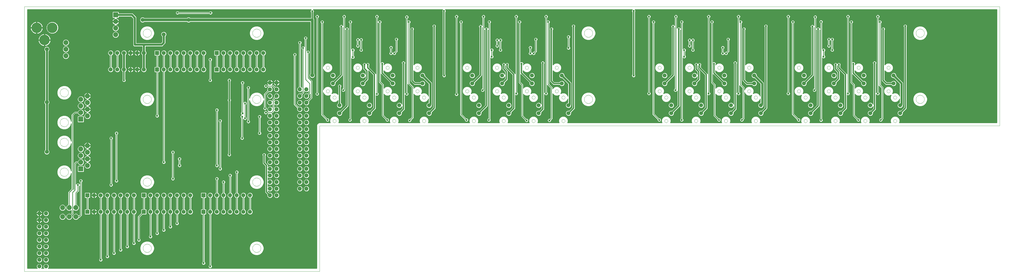
<source format=gbl>
G75*
G70*
%OFA0B0*%
%FSLAX24Y24*%
%IPPOS*%
%LPD*%
%AMOC8*
5,1,8,0,0,1.08239X$1,22.5*
%
%ADD10C,0.0000*%
%ADD11R,0.0600X0.0600*%
%ADD12C,0.0600*%
%ADD13OC8,0.0600*%
%ADD14C,0.0740*%
%ADD15R,0.0740X0.0740*%
%ADD16C,0.0594*%
%ADD17C,0.1580*%
%ADD18C,0.0100*%
%ADD19C,0.0360*%
%ADD20C,0.0310*%
%ADD21C,0.0300*%
%ADD22C,0.0200*%
%ADD23C,0.0400*%
D10*
X001693Y000151D02*
X001693Y040151D01*
X148693Y040151D01*
X148693Y022151D01*
X046193Y022151D01*
X046193Y000151D01*
X001693Y000151D01*
X019568Y003651D02*
X019570Y003701D01*
X019576Y003750D01*
X019586Y003799D01*
X019599Y003846D01*
X019617Y003893D01*
X019638Y003938D01*
X019662Y003981D01*
X019690Y004022D01*
X019721Y004061D01*
X019755Y004097D01*
X019792Y004131D01*
X019832Y004161D01*
X019873Y004188D01*
X019917Y004212D01*
X019962Y004232D01*
X020009Y004248D01*
X020057Y004261D01*
X020106Y004270D01*
X020156Y004275D01*
X020205Y004276D01*
X020255Y004273D01*
X020304Y004266D01*
X020353Y004255D01*
X020400Y004241D01*
X020446Y004222D01*
X020491Y004200D01*
X020534Y004175D01*
X020574Y004146D01*
X020612Y004114D01*
X020648Y004080D01*
X020681Y004042D01*
X020710Y004002D01*
X020736Y003960D01*
X020759Y003916D01*
X020778Y003870D01*
X020794Y003823D01*
X020806Y003774D01*
X020814Y003725D01*
X020818Y003676D01*
X020818Y003626D01*
X020814Y003577D01*
X020806Y003528D01*
X020794Y003479D01*
X020778Y003432D01*
X020759Y003386D01*
X020736Y003342D01*
X020710Y003300D01*
X020681Y003260D01*
X020648Y003222D01*
X020612Y003188D01*
X020574Y003156D01*
X020534Y003127D01*
X020491Y003102D01*
X020446Y003080D01*
X020400Y003061D01*
X020353Y003047D01*
X020304Y003036D01*
X020255Y003029D01*
X020205Y003026D01*
X020156Y003027D01*
X020106Y003032D01*
X020057Y003041D01*
X020009Y003054D01*
X019962Y003070D01*
X019917Y003090D01*
X019873Y003114D01*
X019832Y003141D01*
X019792Y003171D01*
X019755Y003205D01*
X019721Y003241D01*
X019690Y003280D01*
X019662Y003321D01*
X019638Y003364D01*
X019617Y003409D01*
X019599Y003456D01*
X019586Y003503D01*
X019576Y003552D01*
X019570Y003601D01*
X019568Y003651D01*
X036068Y003651D02*
X036070Y003701D01*
X036076Y003750D01*
X036086Y003799D01*
X036099Y003846D01*
X036117Y003893D01*
X036138Y003938D01*
X036162Y003981D01*
X036190Y004022D01*
X036221Y004061D01*
X036255Y004097D01*
X036292Y004131D01*
X036332Y004161D01*
X036373Y004188D01*
X036417Y004212D01*
X036462Y004232D01*
X036509Y004248D01*
X036557Y004261D01*
X036606Y004270D01*
X036656Y004275D01*
X036705Y004276D01*
X036755Y004273D01*
X036804Y004266D01*
X036853Y004255D01*
X036900Y004241D01*
X036946Y004222D01*
X036991Y004200D01*
X037034Y004175D01*
X037074Y004146D01*
X037112Y004114D01*
X037148Y004080D01*
X037181Y004042D01*
X037210Y004002D01*
X037236Y003960D01*
X037259Y003916D01*
X037278Y003870D01*
X037294Y003823D01*
X037306Y003774D01*
X037314Y003725D01*
X037318Y003676D01*
X037318Y003626D01*
X037314Y003577D01*
X037306Y003528D01*
X037294Y003479D01*
X037278Y003432D01*
X037259Y003386D01*
X037236Y003342D01*
X037210Y003300D01*
X037181Y003260D01*
X037148Y003222D01*
X037112Y003188D01*
X037074Y003156D01*
X037034Y003127D01*
X036991Y003102D01*
X036946Y003080D01*
X036900Y003061D01*
X036853Y003047D01*
X036804Y003036D01*
X036755Y003029D01*
X036705Y003026D01*
X036656Y003027D01*
X036606Y003032D01*
X036557Y003041D01*
X036509Y003054D01*
X036462Y003070D01*
X036417Y003090D01*
X036373Y003114D01*
X036332Y003141D01*
X036292Y003171D01*
X036255Y003205D01*
X036221Y003241D01*
X036190Y003280D01*
X036162Y003321D01*
X036138Y003364D01*
X036117Y003409D01*
X036099Y003456D01*
X036086Y003503D01*
X036076Y003552D01*
X036070Y003601D01*
X036068Y003651D01*
X036068Y013651D02*
X036070Y013701D01*
X036076Y013750D01*
X036086Y013799D01*
X036099Y013846D01*
X036117Y013893D01*
X036138Y013938D01*
X036162Y013981D01*
X036190Y014022D01*
X036221Y014061D01*
X036255Y014097D01*
X036292Y014131D01*
X036332Y014161D01*
X036373Y014188D01*
X036417Y014212D01*
X036462Y014232D01*
X036509Y014248D01*
X036557Y014261D01*
X036606Y014270D01*
X036656Y014275D01*
X036705Y014276D01*
X036755Y014273D01*
X036804Y014266D01*
X036853Y014255D01*
X036900Y014241D01*
X036946Y014222D01*
X036991Y014200D01*
X037034Y014175D01*
X037074Y014146D01*
X037112Y014114D01*
X037148Y014080D01*
X037181Y014042D01*
X037210Y014002D01*
X037236Y013960D01*
X037259Y013916D01*
X037278Y013870D01*
X037294Y013823D01*
X037306Y013774D01*
X037314Y013725D01*
X037318Y013676D01*
X037318Y013626D01*
X037314Y013577D01*
X037306Y013528D01*
X037294Y013479D01*
X037278Y013432D01*
X037259Y013386D01*
X037236Y013342D01*
X037210Y013300D01*
X037181Y013260D01*
X037148Y013222D01*
X037112Y013188D01*
X037074Y013156D01*
X037034Y013127D01*
X036991Y013102D01*
X036946Y013080D01*
X036900Y013061D01*
X036853Y013047D01*
X036804Y013036D01*
X036755Y013029D01*
X036705Y013026D01*
X036656Y013027D01*
X036606Y013032D01*
X036557Y013041D01*
X036509Y013054D01*
X036462Y013070D01*
X036417Y013090D01*
X036373Y013114D01*
X036332Y013141D01*
X036292Y013171D01*
X036255Y013205D01*
X036221Y013241D01*
X036190Y013280D01*
X036162Y013321D01*
X036138Y013364D01*
X036117Y013409D01*
X036099Y013456D01*
X036086Y013503D01*
X036076Y013552D01*
X036070Y013601D01*
X036068Y013651D01*
X019568Y013651D02*
X019570Y013701D01*
X019576Y013750D01*
X019586Y013799D01*
X019599Y013846D01*
X019617Y013893D01*
X019638Y013938D01*
X019662Y013981D01*
X019690Y014022D01*
X019721Y014061D01*
X019755Y014097D01*
X019792Y014131D01*
X019832Y014161D01*
X019873Y014188D01*
X019917Y014212D01*
X019962Y014232D01*
X020009Y014248D01*
X020057Y014261D01*
X020106Y014270D01*
X020156Y014275D01*
X020205Y014276D01*
X020255Y014273D01*
X020304Y014266D01*
X020353Y014255D01*
X020400Y014241D01*
X020446Y014222D01*
X020491Y014200D01*
X020534Y014175D01*
X020574Y014146D01*
X020612Y014114D01*
X020648Y014080D01*
X020681Y014042D01*
X020710Y014002D01*
X020736Y013960D01*
X020759Y013916D01*
X020778Y013870D01*
X020794Y013823D01*
X020806Y013774D01*
X020814Y013725D01*
X020818Y013676D01*
X020818Y013626D01*
X020814Y013577D01*
X020806Y013528D01*
X020794Y013479D01*
X020778Y013432D01*
X020759Y013386D01*
X020736Y013342D01*
X020710Y013300D01*
X020681Y013260D01*
X020648Y013222D01*
X020612Y013188D01*
X020574Y013156D01*
X020534Y013127D01*
X020491Y013102D01*
X020446Y013080D01*
X020400Y013061D01*
X020353Y013047D01*
X020304Y013036D01*
X020255Y013029D01*
X020205Y013026D01*
X020156Y013027D01*
X020106Y013032D01*
X020057Y013041D01*
X020009Y013054D01*
X019962Y013070D01*
X019917Y013090D01*
X019873Y013114D01*
X019832Y013141D01*
X019792Y013171D01*
X019755Y013205D01*
X019721Y013241D01*
X019690Y013280D01*
X019662Y013321D01*
X019638Y013364D01*
X019617Y013409D01*
X019599Y013456D01*
X019586Y013503D01*
X019576Y013552D01*
X019570Y013601D01*
X019568Y013651D01*
X007063Y015151D02*
X007065Y015201D01*
X007071Y015251D01*
X007081Y015300D01*
X007095Y015348D01*
X007112Y015395D01*
X007133Y015440D01*
X007158Y015484D01*
X007186Y015525D01*
X007218Y015564D01*
X007252Y015601D01*
X007289Y015635D01*
X007329Y015665D01*
X007371Y015692D01*
X007415Y015716D01*
X007461Y015737D01*
X007508Y015753D01*
X007556Y015766D01*
X007606Y015775D01*
X007655Y015780D01*
X007706Y015781D01*
X007756Y015778D01*
X007805Y015771D01*
X007854Y015760D01*
X007902Y015745D01*
X007948Y015727D01*
X007993Y015705D01*
X008036Y015679D01*
X008077Y015650D01*
X008116Y015618D01*
X008152Y015583D01*
X008184Y015545D01*
X008214Y015505D01*
X008241Y015462D01*
X008264Y015418D01*
X008283Y015372D01*
X008299Y015324D01*
X008311Y015275D01*
X008319Y015226D01*
X008323Y015176D01*
X008323Y015126D01*
X008319Y015076D01*
X008311Y015027D01*
X008299Y014978D01*
X008283Y014930D01*
X008264Y014884D01*
X008241Y014840D01*
X008214Y014797D01*
X008184Y014757D01*
X008152Y014719D01*
X008116Y014684D01*
X008077Y014652D01*
X008036Y014623D01*
X007993Y014597D01*
X007948Y014575D01*
X007902Y014557D01*
X007854Y014542D01*
X007805Y014531D01*
X007756Y014524D01*
X007706Y014521D01*
X007655Y014522D01*
X007606Y014527D01*
X007556Y014536D01*
X007508Y014549D01*
X007461Y014565D01*
X007415Y014586D01*
X007371Y014610D01*
X007329Y014637D01*
X007289Y014667D01*
X007252Y014701D01*
X007218Y014738D01*
X007186Y014777D01*
X007158Y014818D01*
X007133Y014862D01*
X007112Y014907D01*
X007095Y014954D01*
X007081Y015002D01*
X007071Y015051D01*
X007065Y015101D01*
X007063Y015151D01*
X007063Y019651D02*
X007065Y019701D01*
X007071Y019751D01*
X007081Y019800D01*
X007095Y019848D01*
X007112Y019895D01*
X007133Y019940D01*
X007158Y019984D01*
X007186Y020025D01*
X007218Y020064D01*
X007252Y020101D01*
X007289Y020135D01*
X007329Y020165D01*
X007371Y020192D01*
X007415Y020216D01*
X007461Y020237D01*
X007508Y020253D01*
X007556Y020266D01*
X007606Y020275D01*
X007655Y020280D01*
X007706Y020281D01*
X007756Y020278D01*
X007805Y020271D01*
X007854Y020260D01*
X007902Y020245D01*
X007948Y020227D01*
X007993Y020205D01*
X008036Y020179D01*
X008077Y020150D01*
X008116Y020118D01*
X008152Y020083D01*
X008184Y020045D01*
X008214Y020005D01*
X008241Y019962D01*
X008264Y019918D01*
X008283Y019872D01*
X008299Y019824D01*
X008311Y019775D01*
X008319Y019726D01*
X008323Y019676D01*
X008323Y019626D01*
X008319Y019576D01*
X008311Y019527D01*
X008299Y019478D01*
X008283Y019430D01*
X008264Y019384D01*
X008241Y019340D01*
X008214Y019297D01*
X008184Y019257D01*
X008152Y019219D01*
X008116Y019184D01*
X008077Y019152D01*
X008036Y019123D01*
X007993Y019097D01*
X007948Y019075D01*
X007902Y019057D01*
X007854Y019042D01*
X007805Y019031D01*
X007756Y019024D01*
X007706Y019021D01*
X007655Y019022D01*
X007606Y019027D01*
X007556Y019036D01*
X007508Y019049D01*
X007461Y019065D01*
X007415Y019086D01*
X007371Y019110D01*
X007329Y019137D01*
X007289Y019167D01*
X007252Y019201D01*
X007218Y019238D01*
X007186Y019277D01*
X007158Y019318D01*
X007133Y019362D01*
X007112Y019407D01*
X007095Y019454D01*
X007081Y019502D01*
X007071Y019551D01*
X007065Y019601D01*
X007063Y019651D01*
X007063Y022651D02*
X007065Y022701D01*
X007071Y022751D01*
X007081Y022800D01*
X007095Y022848D01*
X007112Y022895D01*
X007133Y022940D01*
X007158Y022984D01*
X007186Y023025D01*
X007218Y023064D01*
X007252Y023101D01*
X007289Y023135D01*
X007329Y023165D01*
X007371Y023192D01*
X007415Y023216D01*
X007461Y023237D01*
X007508Y023253D01*
X007556Y023266D01*
X007606Y023275D01*
X007655Y023280D01*
X007706Y023281D01*
X007756Y023278D01*
X007805Y023271D01*
X007854Y023260D01*
X007902Y023245D01*
X007948Y023227D01*
X007993Y023205D01*
X008036Y023179D01*
X008077Y023150D01*
X008116Y023118D01*
X008152Y023083D01*
X008184Y023045D01*
X008214Y023005D01*
X008241Y022962D01*
X008264Y022918D01*
X008283Y022872D01*
X008299Y022824D01*
X008311Y022775D01*
X008319Y022726D01*
X008323Y022676D01*
X008323Y022626D01*
X008319Y022576D01*
X008311Y022527D01*
X008299Y022478D01*
X008283Y022430D01*
X008264Y022384D01*
X008241Y022340D01*
X008214Y022297D01*
X008184Y022257D01*
X008152Y022219D01*
X008116Y022184D01*
X008077Y022152D01*
X008036Y022123D01*
X007993Y022097D01*
X007948Y022075D01*
X007902Y022057D01*
X007854Y022042D01*
X007805Y022031D01*
X007756Y022024D01*
X007706Y022021D01*
X007655Y022022D01*
X007606Y022027D01*
X007556Y022036D01*
X007508Y022049D01*
X007461Y022065D01*
X007415Y022086D01*
X007371Y022110D01*
X007329Y022137D01*
X007289Y022167D01*
X007252Y022201D01*
X007218Y022238D01*
X007186Y022277D01*
X007158Y022318D01*
X007133Y022362D01*
X007112Y022407D01*
X007095Y022454D01*
X007081Y022502D01*
X007071Y022551D01*
X007065Y022601D01*
X007063Y022651D01*
X019568Y026151D02*
X019570Y026201D01*
X019576Y026250D01*
X019586Y026299D01*
X019599Y026346D01*
X019617Y026393D01*
X019638Y026438D01*
X019662Y026481D01*
X019690Y026522D01*
X019721Y026561D01*
X019755Y026597D01*
X019792Y026631D01*
X019832Y026661D01*
X019873Y026688D01*
X019917Y026712D01*
X019962Y026732D01*
X020009Y026748D01*
X020057Y026761D01*
X020106Y026770D01*
X020156Y026775D01*
X020205Y026776D01*
X020255Y026773D01*
X020304Y026766D01*
X020353Y026755D01*
X020400Y026741D01*
X020446Y026722D01*
X020491Y026700D01*
X020534Y026675D01*
X020574Y026646D01*
X020612Y026614D01*
X020648Y026580D01*
X020681Y026542D01*
X020710Y026502D01*
X020736Y026460D01*
X020759Y026416D01*
X020778Y026370D01*
X020794Y026323D01*
X020806Y026274D01*
X020814Y026225D01*
X020818Y026176D01*
X020818Y026126D01*
X020814Y026077D01*
X020806Y026028D01*
X020794Y025979D01*
X020778Y025932D01*
X020759Y025886D01*
X020736Y025842D01*
X020710Y025800D01*
X020681Y025760D01*
X020648Y025722D01*
X020612Y025688D01*
X020574Y025656D01*
X020534Y025627D01*
X020491Y025602D01*
X020446Y025580D01*
X020400Y025561D01*
X020353Y025547D01*
X020304Y025536D01*
X020255Y025529D01*
X020205Y025526D01*
X020156Y025527D01*
X020106Y025532D01*
X020057Y025541D01*
X020009Y025554D01*
X019962Y025570D01*
X019917Y025590D01*
X019873Y025614D01*
X019832Y025641D01*
X019792Y025671D01*
X019755Y025705D01*
X019721Y025741D01*
X019690Y025780D01*
X019662Y025821D01*
X019638Y025864D01*
X019617Y025909D01*
X019599Y025956D01*
X019586Y026003D01*
X019576Y026052D01*
X019570Y026101D01*
X019568Y026151D01*
X007063Y027151D02*
X007065Y027201D01*
X007071Y027251D01*
X007081Y027300D01*
X007095Y027348D01*
X007112Y027395D01*
X007133Y027440D01*
X007158Y027484D01*
X007186Y027525D01*
X007218Y027564D01*
X007252Y027601D01*
X007289Y027635D01*
X007329Y027665D01*
X007371Y027692D01*
X007415Y027716D01*
X007461Y027737D01*
X007508Y027753D01*
X007556Y027766D01*
X007606Y027775D01*
X007655Y027780D01*
X007706Y027781D01*
X007756Y027778D01*
X007805Y027771D01*
X007854Y027760D01*
X007902Y027745D01*
X007948Y027727D01*
X007993Y027705D01*
X008036Y027679D01*
X008077Y027650D01*
X008116Y027618D01*
X008152Y027583D01*
X008184Y027545D01*
X008214Y027505D01*
X008241Y027462D01*
X008264Y027418D01*
X008283Y027372D01*
X008299Y027324D01*
X008311Y027275D01*
X008319Y027226D01*
X008323Y027176D01*
X008323Y027126D01*
X008319Y027076D01*
X008311Y027027D01*
X008299Y026978D01*
X008283Y026930D01*
X008264Y026884D01*
X008241Y026840D01*
X008214Y026797D01*
X008184Y026757D01*
X008152Y026719D01*
X008116Y026684D01*
X008077Y026652D01*
X008036Y026623D01*
X007993Y026597D01*
X007948Y026575D01*
X007902Y026557D01*
X007854Y026542D01*
X007805Y026531D01*
X007756Y026524D01*
X007706Y026521D01*
X007655Y026522D01*
X007606Y026527D01*
X007556Y026536D01*
X007508Y026549D01*
X007461Y026565D01*
X007415Y026586D01*
X007371Y026610D01*
X007329Y026637D01*
X007289Y026667D01*
X007252Y026701D01*
X007218Y026738D01*
X007186Y026777D01*
X007158Y026818D01*
X007133Y026862D01*
X007112Y026907D01*
X007095Y026954D01*
X007081Y027002D01*
X007071Y027051D01*
X007065Y027101D01*
X007063Y027151D01*
X036068Y026151D02*
X036070Y026201D01*
X036076Y026250D01*
X036086Y026299D01*
X036099Y026346D01*
X036117Y026393D01*
X036138Y026438D01*
X036162Y026481D01*
X036190Y026522D01*
X036221Y026561D01*
X036255Y026597D01*
X036292Y026631D01*
X036332Y026661D01*
X036373Y026688D01*
X036417Y026712D01*
X036462Y026732D01*
X036509Y026748D01*
X036557Y026761D01*
X036606Y026770D01*
X036656Y026775D01*
X036705Y026776D01*
X036755Y026773D01*
X036804Y026766D01*
X036853Y026755D01*
X036900Y026741D01*
X036946Y026722D01*
X036991Y026700D01*
X037034Y026675D01*
X037074Y026646D01*
X037112Y026614D01*
X037148Y026580D01*
X037181Y026542D01*
X037210Y026502D01*
X037236Y026460D01*
X037259Y026416D01*
X037278Y026370D01*
X037294Y026323D01*
X037306Y026274D01*
X037314Y026225D01*
X037318Y026176D01*
X037318Y026126D01*
X037314Y026077D01*
X037306Y026028D01*
X037294Y025979D01*
X037278Y025932D01*
X037259Y025886D01*
X037236Y025842D01*
X037210Y025800D01*
X037181Y025760D01*
X037148Y025722D01*
X037112Y025688D01*
X037074Y025656D01*
X037034Y025627D01*
X036991Y025602D01*
X036946Y025580D01*
X036900Y025561D01*
X036853Y025547D01*
X036804Y025536D01*
X036755Y025529D01*
X036705Y025526D01*
X036656Y025527D01*
X036606Y025532D01*
X036557Y025541D01*
X036509Y025554D01*
X036462Y025570D01*
X036417Y025590D01*
X036373Y025614D01*
X036332Y025641D01*
X036292Y025671D01*
X036255Y025705D01*
X036221Y025741D01*
X036190Y025780D01*
X036162Y025821D01*
X036138Y025864D01*
X036117Y025909D01*
X036099Y025956D01*
X036086Y026003D01*
X036076Y026052D01*
X036070Y026101D01*
X036068Y026151D01*
X047172Y027380D02*
X047174Y027411D01*
X047180Y027442D01*
X047190Y027472D01*
X047203Y027500D01*
X047220Y027527D01*
X047240Y027551D01*
X047263Y027573D01*
X047288Y027591D01*
X047316Y027606D01*
X047345Y027618D01*
X047375Y027626D01*
X047406Y027630D01*
X047438Y027630D01*
X047469Y027626D01*
X047499Y027618D01*
X047528Y027606D01*
X047556Y027591D01*
X047581Y027573D01*
X047604Y027551D01*
X047624Y027527D01*
X047641Y027500D01*
X047654Y027472D01*
X047664Y027442D01*
X047670Y027411D01*
X047672Y027380D01*
X047670Y027349D01*
X047664Y027318D01*
X047654Y027288D01*
X047641Y027260D01*
X047624Y027233D01*
X047604Y027209D01*
X047581Y027187D01*
X047556Y027169D01*
X047528Y027154D01*
X047499Y027142D01*
X047469Y027134D01*
X047438Y027130D01*
X047406Y027130D01*
X047375Y027134D01*
X047345Y027142D01*
X047316Y027154D01*
X047288Y027169D01*
X047263Y027187D01*
X047240Y027209D01*
X047220Y027233D01*
X047203Y027260D01*
X047190Y027288D01*
X047180Y027318D01*
X047174Y027349D01*
X047172Y027380D01*
X048172Y026423D02*
X048174Y026454D01*
X048180Y026485D01*
X048190Y026515D01*
X048203Y026543D01*
X048220Y026570D01*
X048240Y026594D01*
X048263Y026616D01*
X048288Y026634D01*
X048316Y026649D01*
X048345Y026661D01*
X048375Y026669D01*
X048406Y026673D01*
X048438Y026673D01*
X048469Y026669D01*
X048499Y026661D01*
X048528Y026649D01*
X048556Y026634D01*
X048581Y026616D01*
X048604Y026594D01*
X048624Y026570D01*
X048641Y026543D01*
X048654Y026515D01*
X048664Y026485D01*
X048670Y026454D01*
X048672Y026423D01*
X048670Y026392D01*
X048664Y026361D01*
X048654Y026331D01*
X048641Y026303D01*
X048624Y026276D01*
X048604Y026252D01*
X048581Y026230D01*
X048556Y026212D01*
X048528Y026197D01*
X048499Y026185D01*
X048469Y026177D01*
X048438Y026173D01*
X048406Y026173D01*
X048375Y026177D01*
X048345Y026185D01*
X048316Y026197D01*
X048288Y026212D01*
X048263Y026230D01*
X048240Y026252D01*
X048220Y026276D01*
X048203Y026303D01*
X048190Y026331D01*
X048180Y026361D01*
X048174Y026392D01*
X048172Y026423D01*
X051672Y027380D02*
X051674Y027411D01*
X051680Y027442D01*
X051690Y027472D01*
X051703Y027500D01*
X051720Y027527D01*
X051740Y027551D01*
X051763Y027573D01*
X051788Y027591D01*
X051816Y027606D01*
X051845Y027618D01*
X051875Y027626D01*
X051906Y027630D01*
X051938Y027630D01*
X051969Y027626D01*
X051999Y027618D01*
X052028Y027606D01*
X052056Y027591D01*
X052081Y027573D01*
X052104Y027551D01*
X052124Y027527D01*
X052141Y027500D01*
X052154Y027472D01*
X052164Y027442D01*
X052170Y027411D01*
X052172Y027380D01*
X052170Y027349D01*
X052164Y027318D01*
X052154Y027288D01*
X052141Y027260D01*
X052124Y027233D01*
X052104Y027209D01*
X052081Y027187D01*
X052056Y027169D01*
X052028Y027154D01*
X051999Y027142D01*
X051969Y027134D01*
X051938Y027130D01*
X051906Y027130D01*
X051875Y027134D01*
X051845Y027142D01*
X051816Y027154D01*
X051788Y027169D01*
X051763Y027187D01*
X051740Y027209D01*
X051720Y027233D01*
X051703Y027260D01*
X051690Y027288D01*
X051680Y027318D01*
X051674Y027349D01*
X051672Y027380D01*
X052672Y026423D02*
X052674Y026454D01*
X052680Y026485D01*
X052690Y026515D01*
X052703Y026543D01*
X052720Y026570D01*
X052740Y026594D01*
X052763Y026616D01*
X052788Y026634D01*
X052816Y026649D01*
X052845Y026661D01*
X052875Y026669D01*
X052906Y026673D01*
X052938Y026673D01*
X052969Y026669D01*
X052999Y026661D01*
X053028Y026649D01*
X053056Y026634D01*
X053081Y026616D01*
X053104Y026594D01*
X053124Y026570D01*
X053141Y026543D01*
X053154Y026515D01*
X053164Y026485D01*
X053170Y026454D01*
X053172Y026423D01*
X053170Y026392D01*
X053164Y026361D01*
X053154Y026331D01*
X053141Y026303D01*
X053124Y026276D01*
X053104Y026252D01*
X053081Y026230D01*
X053056Y026212D01*
X053028Y026197D01*
X052999Y026185D01*
X052969Y026177D01*
X052938Y026173D01*
X052906Y026173D01*
X052875Y026177D01*
X052845Y026185D01*
X052816Y026197D01*
X052788Y026212D01*
X052763Y026230D01*
X052740Y026252D01*
X052720Y026276D01*
X052703Y026303D01*
X052690Y026331D01*
X052680Y026361D01*
X052674Y026392D01*
X052672Y026423D01*
X056172Y027380D02*
X056174Y027411D01*
X056180Y027442D01*
X056190Y027472D01*
X056203Y027500D01*
X056220Y027527D01*
X056240Y027551D01*
X056263Y027573D01*
X056288Y027591D01*
X056316Y027606D01*
X056345Y027618D01*
X056375Y027626D01*
X056406Y027630D01*
X056438Y027630D01*
X056469Y027626D01*
X056499Y027618D01*
X056528Y027606D01*
X056556Y027591D01*
X056581Y027573D01*
X056604Y027551D01*
X056624Y027527D01*
X056641Y027500D01*
X056654Y027472D01*
X056664Y027442D01*
X056670Y027411D01*
X056672Y027380D01*
X056670Y027349D01*
X056664Y027318D01*
X056654Y027288D01*
X056641Y027260D01*
X056624Y027233D01*
X056604Y027209D01*
X056581Y027187D01*
X056556Y027169D01*
X056528Y027154D01*
X056499Y027142D01*
X056469Y027134D01*
X056438Y027130D01*
X056406Y027130D01*
X056375Y027134D01*
X056345Y027142D01*
X056316Y027154D01*
X056288Y027169D01*
X056263Y027187D01*
X056240Y027209D01*
X056220Y027233D01*
X056203Y027260D01*
X056190Y027288D01*
X056180Y027318D01*
X056174Y027349D01*
X056172Y027380D01*
X057172Y026423D02*
X057174Y026454D01*
X057180Y026485D01*
X057190Y026515D01*
X057203Y026543D01*
X057220Y026570D01*
X057240Y026594D01*
X057263Y026616D01*
X057288Y026634D01*
X057316Y026649D01*
X057345Y026661D01*
X057375Y026669D01*
X057406Y026673D01*
X057438Y026673D01*
X057469Y026669D01*
X057499Y026661D01*
X057528Y026649D01*
X057556Y026634D01*
X057581Y026616D01*
X057604Y026594D01*
X057624Y026570D01*
X057641Y026543D01*
X057654Y026515D01*
X057664Y026485D01*
X057670Y026454D01*
X057672Y026423D01*
X057670Y026392D01*
X057664Y026361D01*
X057654Y026331D01*
X057641Y026303D01*
X057624Y026276D01*
X057604Y026252D01*
X057581Y026230D01*
X057556Y026212D01*
X057528Y026197D01*
X057499Y026185D01*
X057469Y026177D01*
X057438Y026173D01*
X057406Y026173D01*
X057375Y026177D01*
X057345Y026185D01*
X057316Y026197D01*
X057288Y026212D01*
X057263Y026230D01*
X057240Y026252D01*
X057220Y026276D01*
X057203Y026303D01*
X057190Y026331D01*
X057180Y026361D01*
X057174Y026392D01*
X057172Y026423D01*
X060672Y027380D02*
X060674Y027411D01*
X060680Y027442D01*
X060690Y027472D01*
X060703Y027500D01*
X060720Y027527D01*
X060740Y027551D01*
X060763Y027573D01*
X060788Y027591D01*
X060816Y027606D01*
X060845Y027618D01*
X060875Y027626D01*
X060906Y027630D01*
X060938Y027630D01*
X060969Y027626D01*
X060999Y027618D01*
X061028Y027606D01*
X061056Y027591D01*
X061081Y027573D01*
X061104Y027551D01*
X061124Y027527D01*
X061141Y027500D01*
X061154Y027472D01*
X061164Y027442D01*
X061170Y027411D01*
X061172Y027380D01*
X061170Y027349D01*
X061164Y027318D01*
X061154Y027288D01*
X061141Y027260D01*
X061124Y027233D01*
X061104Y027209D01*
X061081Y027187D01*
X061056Y027169D01*
X061028Y027154D01*
X060999Y027142D01*
X060969Y027134D01*
X060938Y027130D01*
X060906Y027130D01*
X060875Y027134D01*
X060845Y027142D01*
X060816Y027154D01*
X060788Y027169D01*
X060763Y027187D01*
X060740Y027209D01*
X060720Y027233D01*
X060703Y027260D01*
X060690Y027288D01*
X060680Y027318D01*
X060674Y027349D01*
X060672Y027380D01*
X061672Y026423D02*
X061674Y026454D01*
X061680Y026485D01*
X061690Y026515D01*
X061703Y026543D01*
X061720Y026570D01*
X061740Y026594D01*
X061763Y026616D01*
X061788Y026634D01*
X061816Y026649D01*
X061845Y026661D01*
X061875Y026669D01*
X061906Y026673D01*
X061938Y026673D01*
X061969Y026669D01*
X061999Y026661D01*
X062028Y026649D01*
X062056Y026634D01*
X062081Y026616D01*
X062104Y026594D01*
X062124Y026570D01*
X062141Y026543D01*
X062154Y026515D01*
X062164Y026485D01*
X062170Y026454D01*
X062172Y026423D01*
X062170Y026392D01*
X062164Y026361D01*
X062154Y026331D01*
X062141Y026303D01*
X062124Y026276D01*
X062104Y026252D01*
X062081Y026230D01*
X062056Y026212D01*
X062028Y026197D01*
X061999Y026185D01*
X061969Y026177D01*
X061938Y026173D01*
X061906Y026173D01*
X061875Y026177D01*
X061845Y026185D01*
X061816Y026197D01*
X061788Y026212D01*
X061763Y026230D01*
X061740Y026252D01*
X061720Y026276D01*
X061703Y026303D01*
X061690Y026331D01*
X061680Y026361D01*
X061674Y026392D01*
X061672Y026423D01*
X068172Y027380D02*
X068174Y027411D01*
X068180Y027442D01*
X068190Y027472D01*
X068203Y027500D01*
X068220Y027527D01*
X068240Y027551D01*
X068263Y027573D01*
X068288Y027591D01*
X068316Y027606D01*
X068345Y027618D01*
X068375Y027626D01*
X068406Y027630D01*
X068438Y027630D01*
X068469Y027626D01*
X068499Y027618D01*
X068528Y027606D01*
X068556Y027591D01*
X068581Y027573D01*
X068604Y027551D01*
X068624Y027527D01*
X068641Y027500D01*
X068654Y027472D01*
X068664Y027442D01*
X068670Y027411D01*
X068672Y027380D01*
X068670Y027349D01*
X068664Y027318D01*
X068654Y027288D01*
X068641Y027260D01*
X068624Y027233D01*
X068604Y027209D01*
X068581Y027187D01*
X068556Y027169D01*
X068528Y027154D01*
X068499Y027142D01*
X068469Y027134D01*
X068438Y027130D01*
X068406Y027130D01*
X068375Y027134D01*
X068345Y027142D01*
X068316Y027154D01*
X068288Y027169D01*
X068263Y027187D01*
X068240Y027209D01*
X068220Y027233D01*
X068203Y027260D01*
X068190Y027288D01*
X068180Y027318D01*
X068174Y027349D01*
X068172Y027380D01*
X069172Y026423D02*
X069174Y026454D01*
X069180Y026485D01*
X069190Y026515D01*
X069203Y026543D01*
X069220Y026570D01*
X069240Y026594D01*
X069263Y026616D01*
X069288Y026634D01*
X069316Y026649D01*
X069345Y026661D01*
X069375Y026669D01*
X069406Y026673D01*
X069438Y026673D01*
X069469Y026669D01*
X069499Y026661D01*
X069528Y026649D01*
X069556Y026634D01*
X069581Y026616D01*
X069604Y026594D01*
X069624Y026570D01*
X069641Y026543D01*
X069654Y026515D01*
X069664Y026485D01*
X069670Y026454D01*
X069672Y026423D01*
X069670Y026392D01*
X069664Y026361D01*
X069654Y026331D01*
X069641Y026303D01*
X069624Y026276D01*
X069604Y026252D01*
X069581Y026230D01*
X069556Y026212D01*
X069528Y026197D01*
X069499Y026185D01*
X069469Y026177D01*
X069438Y026173D01*
X069406Y026173D01*
X069375Y026177D01*
X069345Y026185D01*
X069316Y026197D01*
X069288Y026212D01*
X069263Y026230D01*
X069240Y026252D01*
X069220Y026276D01*
X069203Y026303D01*
X069190Y026331D01*
X069180Y026361D01*
X069174Y026392D01*
X069172Y026423D01*
X072672Y027380D02*
X072674Y027411D01*
X072680Y027442D01*
X072690Y027472D01*
X072703Y027500D01*
X072720Y027527D01*
X072740Y027551D01*
X072763Y027573D01*
X072788Y027591D01*
X072816Y027606D01*
X072845Y027618D01*
X072875Y027626D01*
X072906Y027630D01*
X072938Y027630D01*
X072969Y027626D01*
X072999Y027618D01*
X073028Y027606D01*
X073056Y027591D01*
X073081Y027573D01*
X073104Y027551D01*
X073124Y027527D01*
X073141Y027500D01*
X073154Y027472D01*
X073164Y027442D01*
X073170Y027411D01*
X073172Y027380D01*
X073170Y027349D01*
X073164Y027318D01*
X073154Y027288D01*
X073141Y027260D01*
X073124Y027233D01*
X073104Y027209D01*
X073081Y027187D01*
X073056Y027169D01*
X073028Y027154D01*
X072999Y027142D01*
X072969Y027134D01*
X072938Y027130D01*
X072906Y027130D01*
X072875Y027134D01*
X072845Y027142D01*
X072816Y027154D01*
X072788Y027169D01*
X072763Y027187D01*
X072740Y027209D01*
X072720Y027233D01*
X072703Y027260D01*
X072690Y027288D01*
X072680Y027318D01*
X072674Y027349D01*
X072672Y027380D01*
X073672Y026423D02*
X073674Y026454D01*
X073680Y026485D01*
X073690Y026515D01*
X073703Y026543D01*
X073720Y026570D01*
X073740Y026594D01*
X073763Y026616D01*
X073788Y026634D01*
X073816Y026649D01*
X073845Y026661D01*
X073875Y026669D01*
X073906Y026673D01*
X073938Y026673D01*
X073969Y026669D01*
X073999Y026661D01*
X074028Y026649D01*
X074056Y026634D01*
X074081Y026616D01*
X074104Y026594D01*
X074124Y026570D01*
X074141Y026543D01*
X074154Y026515D01*
X074164Y026485D01*
X074170Y026454D01*
X074172Y026423D01*
X074170Y026392D01*
X074164Y026361D01*
X074154Y026331D01*
X074141Y026303D01*
X074124Y026276D01*
X074104Y026252D01*
X074081Y026230D01*
X074056Y026212D01*
X074028Y026197D01*
X073999Y026185D01*
X073969Y026177D01*
X073938Y026173D01*
X073906Y026173D01*
X073875Y026177D01*
X073845Y026185D01*
X073816Y026197D01*
X073788Y026212D01*
X073763Y026230D01*
X073740Y026252D01*
X073720Y026276D01*
X073703Y026303D01*
X073690Y026331D01*
X073680Y026361D01*
X073674Y026392D01*
X073672Y026423D01*
X077172Y027380D02*
X077174Y027411D01*
X077180Y027442D01*
X077190Y027472D01*
X077203Y027500D01*
X077220Y027527D01*
X077240Y027551D01*
X077263Y027573D01*
X077288Y027591D01*
X077316Y027606D01*
X077345Y027618D01*
X077375Y027626D01*
X077406Y027630D01*
X077438Y027630D01*
X077469Y027626D01*
X077499Y027618D01*
X077528Y027606D01*
X077556Y027591D01*
X077581Y027573D01*
X077604Y027551D01*
X077624Y027527D01*
X077641Y027500D01*
X077654Y027472D01*
X077664Y027442D01*
X077670Y027411D01*
X077672Y027380D01*
X077670Y027349D01*
X077664Y027318D01*
X077654Y027288D01*
X077641Y027260D01*
X077624Y027233D01*
X077604Y027209D01*
X077581Y027187D01*
X077556Y027169D01*
X077528Y027154D01*
X077499Y027142D01*
X077469Y027134D01*
X077438Y027130D01*
X077406Y027130D01*
X077375Y027134D01*
X077345Y027142D01*
X077316Y027154D01*
X077288Y027169D01*
X077263Y027187D01*
X077240Y027209D01*
X077220Y027233D01*
X077203Y027260D01*
X077190Y027288D01*
X077180Y027318D01*
X077174Y027349D01*
X077172Y027380D01*
X078172Y026423D02*
X078174Y026454D01*
X078180Y026485D01*
X078190Y026515D01*
X078203Y026543D01*
X078220Y026570D01*
X078240Y026594D01*
X078263Y026616D01*
X078288Y026634D01*
X078316Y026649D01*
X078345Y026661D01*
X078375Y026669D01*
X078406Y026673D01*
X078438Y026673D01*
X078469Y026669D01*
X078499Y026661D01*
X078528Y026649D01*
X078556Y026634D01*
X078581Y026616D01*
X078604Y026594D01*
X078624Y026570D01*
X078641Y026543D01*
X078654Y026515D01*
X078664Y026485D01*
X078670Y026454D01*
X078672Y026423D01*
X078670Y026392D01*
X078664Y026361D01*
X078654Y026331D01*
X078641Y026303D01*
X078624Y026276D01*
X078604Y026252D01*
X078581Y026230D01*
X078556Y026212D01*
X078528Y026197D01*
X078499Y026185D01*
X078469Y026177D01*
X078438Y026173D01*
X078406Y026173D01*
X078375Y026177D01*
X078345Y026185D01*
X078316Y026197D01*
X078288Y026212D01*
X078263Y026230D01*
X078240Y026252D01*
X078220Y026276D01*
X078203Y026303D01*
X078190Y026331D01*
X078180Y026361D01*
X078174Y026392D01*
X078172Y026423D01*
X081672Y027380D02*
X081674Y027411D01*
X081680Y027442D01*
X081690Y027472D01*
X081703Y027500D01*
X081720Y027527D01*
X081740Y027551D01*
X081763Y027573D01*
X081788Y027591D01*
X081816Y027606D01*
X081845Y027618D01*
X081875Y027626D01*
X081906Y027630D01*
X081938Y027630D01*
X081969Y027626D01*
X081999Y027618D01*
X082028Y027606D01*
X082056Y027591D01*
X082081Y027573D01*
X082104Y027551D01*
X082124Y027527D01*
X082141Y027500D01*
X082154Y027472D01*
X082164Y027442D01*
X082170Y027411D01*
X082172Y027380D01*
X082170Y027349D01*
X082164Y027318D01*
X082154Y027288D01*
X082141Y027260D01*
X082124Y027233D01*
X082104Y027209D01*
X082081Y027187D01*
X082056Y027169D01*
X082028Y027154D01*
X081999Y027142D01*
X081969Y027134D01*
X081938Y027130D01*
X081906Y027130D01*
X081875Y027134D01*
X081845Y027142D01*
X081816Y027154D01*
X081788Y027169D01*
X081763Y027187D01*
X081740Y027209D01*
X081720Y027233D01*
X081703Y027260D01*
X081690Y027288D01*
X081680Y027318D01*
X081674Y027349D01*
X081672Y027380D01*
X082672Y026423D02*
X082674Y026454D01*
X082680Y026485D01*
X082690Y026515D01*
X082703Y026543D01*
X082720Y026570D01*
X082740Y026594D01*
X082763Y026616D01*
X082788Y026634D01*
X082816Y026649D01*
X082845Y026661D01*
X082875Y026669D01*
X082906Y026673D01*
X082938Y026673D01*
X082969Y026669D01*
X082999Y026661D01*
X083028Y026649D01*
X083056Y026634D01*
X083081Y026616D01*
X083104Y026594D01*
X083124Y026570D01*
X083141Y026543D01*
X083154Y026515D01*
X083164Y026485D01*
X083170Y026454D01*
X083172Y026423D01*
X083170Y026392D01*
X083164Y026361D01*
X083154Y026331D01*
X083141Y026303D01*
X083124Y026276D01*
X083104Y026252D01*
X083081Y026230D01*
X083056Y026212D01*
X083028Y026197D01*
X082999Y026185D01*
X082969Y026177D01*
X082938Y026173D01*
X082906Y026173D01*
X082875Y026177D01*
X082845Y026185D01*
X082816Y026197D01*
X082788Y026212D01*
X082763Y026230D01*
X082740Y026252D01*
X082720Y026276D01*
X082703Y026303D01*
X082690Y026331D01*
X082680Y026361D01*
X082674Y026392D01*
X082672Y026423D01*
X086068Y026151D02*
X086070Y026201D01*
X086076Y026250D01*
X086086Y026299D01*
X086099Y026346D01*
X086117Y026393D01*
X086138Y026438D01*
X086162Y026481D01*
X086190Y026522D01*
X086221Y026561D01*
X086255Y026597D01*
X086292Y026631D01*
X086332Y026661D01*
X086373Y026688D01*
X086417Y026712D01*
X086462Y026732D01*
X086509Y026748D01*
X086557Y026761D01*
X086606Y026770D01*
X086656Y026775D01*
X086705Y026776D01*
X086755Y026773D01*
X086804Y026766D01*
X086853Y026755D01*
X086900Y026741D01*
X086946Y026722D01*
X086991Y026700D01*
X087034Y026675D01*
X087074Y026646D01*
X087112Y026614D01*
X087148Y026580D01*
X087181Y026542D01*
X087210Y026502D01*
X087236Y026460D01*
X087259Y026416D01*
X087278Y026370D01*
X087294Y026323D01*
X087306Y026274D01*
X087314Y026225D01*
X087318Y026176D01*
X087318Y026126D01*
X087314Y026077D01*
X087306Y026028D01*
X087294Y025979D01*
X087278Y025932D01*
X087259Y025886D01*
X087236Y025842D01*
X087210Y025800D01*
X087181Y025760D01*
X087148Y025722D01*
X087112Y025688D01*
X087074Y025656D01*
X087034Y025627D01*
X086991Y025602D01*
X086946Y025580D01*
X086900Y025561D01*
X086853Y025547D01*
X086804Y025536D01*
X086755Y025529D01*
X086705Y025526D01*
X086656Y025527D01*
X086606Y025532D01*
X086557Y025541D01*
X086509Y025554D01*
X086462Y025570D01*
X086417Y025590D01*
X086373Y025614D01*
X086332Y025641D01*
X086292Y025671D01*
X086255Y025705D01*
X086221Y025741D01*
X086190Y025780D01*
X086162Y025821D01*
X086138Y025864D01*
X086117Y025909D01*
X086099Y025956D01*
X086086Y026003D01*
X086076Y026052D01*
X086070Y026101D01*
X086068Y026151D01*
X082672Y022880D02*
X082674Y022911D01*
X082680Y022942D01*
X082690Y022972D01*
X082703Y023000D01*
X082720Y023027D01*
X082740Y023051D01*
X082763Y023073D01*
X082788Y023091D01*
X082816Y023106D01*
X082845Y023118D01*
X082875Y023126D01*
X082906Y023130D01*
X082938Y023130D01*
X082969Y023126D01*
X082999Y023118D01*
X083028Y023106D01*
X083056Y023091D01*
X083081Y023073D01*
X083104Y023051D01*
X083124Y023027D01*
X083141Y023000D01*
X083154Y022972D01*
X083164Y022942D01*
X083170Y022911D01*
X083172Y022880D01*
X083170Y022849D01*
X083164Y022818D01*
X083154Y022788D01*
X083141Y022760D01*
X083124Y022733D01*
X083104Y022709D01*
X083081Y022687D01*
X083056Y022669D01*
X083028Y022654D01*
X082999Y022642D01*
X082969Y022634D01*
X082938Y022630D01*
X082906Y022630D01*
X082875Y022634D01*
X082845Y022642D01*
X082816Y022654D01*
X082788Y022669D01*
X082763Y022687D01*
X082740Y022709D01*
X082720Y022733D01*
X082703Y022760D01*
X082690Y022788D01*
X082680Y022818D01*
X082674Y022849D01*
X082672Y022880D01*
X078172Y022880D02*
X078174Y022911D01*
X078180Y022942D01*
X078190Y022972D01*
X078203Y023000D01*
X078220Y023027D01*
X078240Y023051D01*
X078263Y023073D01*
X078288Y023091D01*
X078316Y023106D01*
X078345Y023118D01*
X078375Y023126D01*
X078406Y023130D01*
X078438Y023130D01*
X078469Y023126D01*
X078499Y023118D01*
X078528Y023106D01*
X078556Y023091D01*
X078581Y023073D01*
X078604Y023051D01*
X078624Y023027D01*
X078641Y023000D01*
X078654Y022972D01*
X078664Y022942D01*
X078670Y022911D01*
X078672Y022880D01*
X078670Y022849D01*
X078664Y022818D01*
X078654Y022788D01*
X078641Y022760D01*
X078624Y022733D01*
X078604Y022709D01*
X078581Y022687D01*
X078556Y022669D01*
X078528Y022654D01*
X078499Y022642D01*
X078469Y022634D01*
X078438Y022630D01*
X078406Y022630D01*
X078375Y022634D01*
X078345Y022642D01*
X078316Y022654D01*
X078288Y022669D01*
X078263Y022687D01*
X078240Y022709D01*
X078220Y022733D01*
X078203Y022760D01*
X078190Y022788D01*
X078180Y022818D01*
X078174Y022849D01*
X078172Y022880D01*
X073672Y022880D02*
X073674Y022911D01*
X073680Y022942D01*
X073690Y022972D01*
X073703Y023000D01*
X073720Y023027D01*
X073740Y023051D01*
X073763Y023073D01*
X073788Y023091D01*
X073816Y023106D01*
X073845Y023118D01*
X073875Y023126D01*
X073906Y023130D01*
X073938Y023130D01*
X073969Y023126D01*
X073999Y023118D01*
X074028Y023106D01*
X074056Y023091D01*
X074081Y023073D01*
X074104Y023051D01*
X074124Y023027D01*
X074141Y023000D01*
X074154Y022972D01*
X074164Y022942D01*
X074170Y022911D01*
X074172Y022880D01*
X074170Y022849D01*
X074164Y022818D01*
X074154Y022788D01*
X074141Y022760D01*
X074124Y022733D01*
X074104Y022709D01*
X074081Y022687D01*
X074056Y022669D01*
X074028Y022654D01*
X073999Y022642D01*
X073969Y022634D01*
X073938Y022630D01*
X073906Y022630D01*
X073875Y022634D01*
X073845Y022642D01*
X073816Y022654D01*
X073788Y022669D01*
X073763Y022687D01*
X073740Y022709D01*
X073720Y022733D01*
X073703Y022760D01*
X073690Y022788D01*
X073680Y022818D01*
X073674Y022849D01*
X073672Y022880D01*
X069172Y022880D02*
X069174Y022911D01*
X069180Y022942D01*
X069190Y022972D01*
X069203Y023000D01*
X069220Y023027D01*
X069240Y023051D01*
X069263Y023073D01*
X069288Y023091D01*
X069316Y023106D01*
X069345Y023118D01*
X069375Y023126D01*
X069406Y023130D01*
X069438Y023130D01*
X069469Y023126D01*
X069499Y023118D01*
X069528Y023106D01*
X069556Y023091D01*
X069581Y023073D01*
X069604Y023051D01*
X069624Y023027D01*
X069641Y023000D01*
X069654Y022972D01*
X069664Y022942D01*
X069670Y022911D01*
X069672Y022880D01*
X069670Y022849D01*
X069664Y022818D01*
X069654Y022788D01*
X069641Y022760D01*
X069624Y022733D01*
X069604Y022709D01*
X069581Y022687D01*
X069556Y022669D01*
X069528Y022654D01*
X069499Y022642D01*
X069469Y022634D01*
X069438Y022630D01*
X069406Y022630D01*
X069375Y022634D01*
X069345Y022642D01*
X069316Y022654D01*
X069288Y022669D01*
X069263Y022687D01*
X069240Y022709D01*
X069220Y022733D01*
X069203Y022760D01*
X069190Y022788D01*
X069180Y022818D01*
X069174Y022849D01*
X069172Y022880D01*
X061672Y022880D02*
X061674Y022911D01*
X061680Y022942D01*
X061690Y022972D01*
X061703Y023000D01*
X061720Y023027D01*
X061740Y023051D01*
X061763Y023073D01*
X061788Y023091D01*
X061816Y023106D01*
X061845Y023118D01*
X061875Y023126D01*
X061906Y023130D01*
X061938Y023130D01*
X061969Y023126D01*
X061999Y023118D01*
X062028Y023106D01*
X062056Y023091D01*
X062081Y023073D01*
X062104Y023051D01*
X062124Y023027D01*
X062141Y023000D01*
X062154Y022972D01*
X062164Y022942D01*
X062170Y022911D01*
X062172Y022880D01*
X062170Y022849D01*
X062164Y022818D01*
X062154Y022788D01*
X062141Y022760D01*
X062124Y022733D01*
X062104Y022709D01*
X062081Y022687D01*
X062056Y022669D01*
X062028Y022654D01*
X061999Y022642D01*
X061969Y022634D01*
X061938Y022630D01*
X061906Y022630D01*
X061875Y022634D01*
X061845Y022642D01*
X061816Y022654D01*
X061788Y022669D01*
X061763Y022687D01*
X061740Y022709D01*
X061720Y022733D01*
X061703Y022760D01*
X061690Y022788D01*
X061680Y022818D01*
X061674Y022849D01*
X061672Y022880D01*
X057172Y022880D02*
X057174Y022911D01*
X057180Y022942D01*
X057190Y022972D01*
X057203Y023000D01*
X057220Y023027D01*
X057240Y023051D01*
X057263Y023073D01*
X057288Y023091D01*
X057316Y023106D01*
X057345Y023118D01*
X057375Y023126D01*
X057406Y023130D01*
X057438Y023130D01*
X057469Y023126D01*
X057499Y023118D01*
X057528Y023106D01*
X057556Y023091D01*
X057581Y023073D01*
X057604Y023051D01*
X057624Y023027D01*
X057641Y023000D01*
X057654Y022972D01*
X057664Y022942D01*
X057670Y022911D01*
X057672Y022880D01*
X057670Y022849D01*
X057664Y022818D01*
X057654Y022788D01*
X057641Y022760D01*
X057624Y022733D01*
X057604Y022709D01*
X057581Y022687D01*
X057556Y022669D01*
X057528Y022654D01*
X057499Y022642D01*
X057469Y022634D01*
X057438Y022630D01*
X057406Y022630D01*
X057375Y022634D01*
X057345Y022642D01*
X057316Y022654D01*
X057288Y022669D01*
X057263Y022687D01*
X057240Y022709D01*
X057220Y022733D01*
X057203Y022760D01*
X057190Y022788D01*
X057180Y022818D01*
X057174Y022849D01*
X057172Y022880D01*
X052672Y022880D02*
X052674Y022911D01*
X052680Y022942D01*
X052690Y022972D01*
X052703Y023000D01*
X052720Y023027D01*
X052740Y023051D01*
X052763Y023073D01*
X052788Y023091D01*
X052816Y023106D01*
X052845Y023118D01*
X052875Y023126D01*
X052906Y023130D01*
X052938Y023130D01*
X052969Y023126D01*
X052999Y023118D01*
X053028Y023106D01*
X053056Y023091D01*
X053081Y023073D01*
X053104Y023051D01*
X053124Y023027D01*
X053141Y023000D01*
X053154Y022972D01*
X053164Y022942D01*
X053170Y022911D01*
X053172Y022880D01*
X053170Y022849D01*
X053164Y022818D01*
X053154Y022788D01*
X053141Y022760D01*
X053124Y022733D01*
X053104Y022709D01*
X053081Y022687D01*
X053056Y022669D01*
X053028Y022654D01*
X052999Y022642D01*
X052969Y022634D01*
X052938Y022630D01*
X052906Y022630D01*
X052875Y022634D01*
X052845Y022642D01*
X052816Y022654D01*
X052788Y022669D01*
X052763Y022687D01*
X052740Y022709D01*
X052720Y022733D01*
X052703Y022760D01*
X052690Y022788D01*
X052680Y022818D01*
X052674Y022849D01*
X052672Y022880D01*
X048172Y022880D02*
X048174Y022911D01*
X048180Y022942D01*
X048190Y022972D01*
X048203Y023000D01*
X048220Y023027D01*
X048240Y023051D01*
X048263Y023073D01*
X048288Y023091D01*
X048316Y023106D01*
X048345Y023118D01*
X048375Y023126D01*
X048406Y023130D01*
X048438Y023130D01*
X048469Y023126D01*
X048499Y023118D01*
X048528Y023106D01*
X048556Y023091D01*
X048581Y023073D01*
X048604Y023051D01*
X048624Y023027D01*
X048641Y023000D01*
X048654Y022972D01*
X048664Y022942D01*
X048670Y022911D01*
X048672Y022880D01*
X048670Y022849D01*
X048664Y022818D01*
X048654Y022788D01*
X048641Y022760D01*
X048624Y022733D01*
X048604Y022709D01*
X048581Y022687D01*
X048556Y022669D01*
X048528Y022654D01*
X048499Y022642D01*
X048469Y022634D01*
X048438Y022630D01*
X048406Y022630D01*
X048375Y022634D01*
X048345Y022642D01*
X048316Y022654D01*
X048288Y022669D01*
X048263Y022687D01*
X048240Y022709D01*
X048220Y022733D01*
X048203Y022760D01*
X048190Y022788D01*
X048180Y022818D01*
X048174Y022849D01*
X048172Y022880D01*
X047172Y030923D02*
X047174Y030954D01*
X047180Y030985D01*
X047190Y031015D01*
X047203Y031043D01*
X047220Y031070D01*
X047240Y031094D01*
X047263Y031116D01*
X047288Y031134D01*
X047316Y031149D01*
X047345Y031161D01*
X047375Y031169D01*
X047406Y031173D01*
X047438Y031173D01*
X047469Y031169D01*
X047499Y031161D01*
X047528Y031149D01*
X047556Y031134D01*
X047581Y031116D01*
X047604Y031094D01*
X047624Y031070D01*
X047641Y031043D01*
X047654Y031015D01*
X047664Y030985D01*
X047670Y030954D01*
X047672Y030923D01*
X047670Y030892D01*
X047664Y030861D01*
X047654Y030831D01*
X047641Y030803D01*
X047624Y030776D01*
X047604Y030752D01*
X047581Y030730D01*
X047556Y030712D01*
X047528Y030697D01*
X047499Y030685D01*
X047469Y030677D01*
X047438Y030673D01*
X047406Y030673D01*
X047375Y030677D01*
X047345Y030685D01*
X047316Y030697D01*
X047288Y030712D01*
X047263Y030730D01*
X047240Y030752D01*
X047220Y030776D01*
X047203Y030803D01*
X047190Y030831D01*
X047180Y030861D01*
X047174Y030892D01*
X047172Y030923D01*
X051672Y030923D02*
X051674Y030954D01*
X051680Y030985D01*
X051690Y031015D01*
X051703Y031043D01*
X051720Y031070D01*
X051740Y031094D01*
X051763Y031116D01*
X051788Y031134D01*
X051816Y031149D01*
X051845Y031161D01*
X051875Y031169D01*
X051906Y031173D01*
X051938Y031173D01*
X051969Y031169D01*
X051999Y031161D01*
X052028Y031149D01*
X052056Y031134D01*
X052081Y031116D01*
X052104Y031094D01*
X052124Y031070D01*
X052141Y031043D01*
X052154Y031015D01*
X052164Y030985D01*
X052170Y030954D01*
X052172Y030923D01*
X052170Y030892D01*
X052164Y030861D01*
X052154Y030831D01*
X052141Y030803D01*
X052124Y030776D01*
X052104Y030752D01*
X052081Y030730D01*
X052056Y030712D01*
X052028Y030697D01*
X051999Y030685D01*
X051969Y030677D01*
X051938Y030673D01*
X051906Y030673D01*
X051875Y030677D01*
X051845Y030685D01*
X051816Y030697D01*
X051788Y030712D01*
X051763Y030730D01*
X051740Y030752D01*
X051720Y030776D01*
X051703Y030803D01*
X051690Y030831D01*
X051680Y030861D01*
X051674Y030892D01*
X051672Y030923D01*
X056172Y030923D02*
X056174Y030954D01*
X056180Y030985D01*
X056190Y031015D01*
X056203Y031043D01*
X056220Y031070D01*
X056240Y031094D01*
X056263Y031116D01*
X056288Y031134D01*
X056316Y031149D01*
X056345Y031161D01*
X056375Y031169D01*
X056406Y031173D01*
X056438Y031173D01*
X056469Y031169D01*
X056499Y031161D01*
X056528Y031149D01*
X056556Y031134D01*
X056581Y031116D01*
X056604Y031094D01*
X056624Y031070D01*
X056641Y031043D01*
X056654Y031015D01*
X056664Y030985D01*
X056670Y030954D01*
X056672Y030923D01*
X056670Y030892D01*
X056664Y030861D01*
X056654Y030831D01*
X056641Y030803D01*
X056624Y030776D01*
X056604Y030752D01*
X056581Y030730D01*
X056556Y030712D01*
X056528Y030697D01*
X056499Y030685D01*
X056469Y030677D01*
X056438Y030673D01*
X056406Y030673D01*
X056375Y030677D01*
X056345Y030685D01*
X056316Y030697D01*
X056288Y030712D01*
X056263Y030730D01*
X056240Y030752D01*
X056220Y030776D01*
X056203Y030803D01*
X056190Y030831D01*
X056180Y030861D01*
X056174Y030892D01*
X056172Y030923D01*
X060672Y030923D02*
X060674Y030954D01*
X060680Y030985D01*
X060690Y031015D01*
X060703Y031043D01*
X060720Y031070D01*
X060740Y031094D01*
X060763Y031116D01*
X060788Y031134D01*
X060816Y031149D01*
X060845Y031161D01*
X060875Y031169D01*
X060906Y031173D01*
X060938Y031173D01*
X060969Y031169D01*
X060999Y031161D01*
X061028Y031149D01*
X061056Y031134D01*
X061081Y031116D01*
X061104Y031094D01*
X061124Y031070D01*
X061141Y031043D01*
X061154Y031015D01*
X061164Y030985D01*
X061170Y030954D01*
X061172Y030923D01*
X061170Y030892D01*
X061164Y030861D01*
X061154Y030831D01*
X061141Y030803D01*
X061124Y030776D01*
X061104Y030752D01*
X061081Y030730D01*
X061056Y030712D01*
X061028Y030697D01*
X060999Y030685D01*
X060969Y030677D01*
X060938Y030673D01*
X060906Y030673D01*
X060875Y030677D01*
X060845Y030685D01*
X060816Y030697D01*
X060788Y030712D01*
X060763Y030730D01*
X060740Y030752D01*
X060720Y030776D01*
X060703Y030803D01*
X060690Y030831D01*
X060680Y030861D01*
X060674Y030892D01*
X060672Y030923D01*
X068172Y030923D02*
X068174Y030954D01*
X068180Y030985D01*
X068190Y031015D01*
X068203Y031043D01*
X068220Y031070D01*
X068240Y031094D01*
X068263Y031116D01*
X068288Y031134D01*
X068316Y031149D01*
X068345Y031161D01*
X068375Y031169D01*
X068406Y031173D01*
X068438Y031173D01*
X068469Y031169D01*
X068499Y031161D01*
X068528Y031149D01*
X068556Y031134D01*
X068581Y031116D01*
X068604Y031094D01*
X068624Y031070D01*
X068641Y031043D01*
X068654Y031015D01*
X068664Y030985D01*
X068670Y030954D01*
X068672Y030923D01*
X068670Y030892D01*
X068664Y030861D01*
X068654Y030831D01*
X068641Y030803D01*
X068624Y030776D01*
X068604Y030752D01*
X068581Y030730D01*
X068556Y030712D01*
X068528Y030697D01*
X068499Y030685D01*
X068469Y030677D01*
X068438Y030673D01*
X068406Y030673D01*
X068375Y030677D01*
X068345Y030685D01*
X068316Y030697D01*
X068288Y030712D01*
X068263Y030730D01*
X068240Y030752D01*
X068220Y030776D01*
X068203Y030803D01*
X068190Y030831D01*
X068180Y030861D01*
X068174Y030892D01*
X068172Y030923D01*
X072672Y030923D02*
X072674Y030954D01*
X072680Y030985D01*
X072690Y031015D01*
X072703Y031043D01*
X072720Y031070D01*
X072740Y031094D01*
X072763Y031116D01*
X072788Y031134D01*
X072816Y031149D01*
X072845Y031161D01*
X072875Y031169D01*
X072906Y031173D01*
X072938Y031173D01*
X072969Y031169D01*
X072999Y031161D01*
X073028Y031149D01*
X073056Y031134D01*
X073081Y031116D01*
X073104Y031094D01*
X073124Y031070D01*
X073141Y031043D01*
X073154Y031015D01*
X073164Y030985D01*
X073170Y030954D01*
X073172Y030923D01*
X073170Y030892D01*
X073164Y030861D01*
X073154Y030831D01*
X073141Y030803D01*
X073124Y030776D01*
X073104Y030752D01*
X073081Y030730D01*
X073056Y030712D01*
X073028Y030697D01*
X072999Y030685D01*
X072969Y030677D01*
X072938Y030673D01*
X072906Y030673D01*
X072875Y030677D01*
X072845Y030685D01*
X072816Y030697D01*
X072788Y030712D01*
X072763Y030730D01*
X072740Y030752D01*
X072720Y030776D01*
X072703Y030803D01*
X072690Y030831D01*
X072680Y030861D01*
X072674Y030892D01*
X072672Y030923D01*
X077172Y030923D02*
X077174Y030954D01*
X077180Y030985D01*
X077190Y031015D01*
X077203Y031043D01*
X077220Y031070D01*
X077240Y031094D01*
X077263Y031116D01*
X077288Y031134D01*
X077316Y031149D01*
X077345Y031161D01*
X077375Y031169D01*
X077406Y031173D01*
X077438Y031173D01*
X077469Y031169D01*
X077499Y031161D01*
X077528Y031149D01*
X077556Y031134D01*
X077581Y031116D01*
X077604Y031094D01*
X077624Y031070D01*
X077641Y031043D01*
X077654Y031015D01*
X077664Y030985D01*
X077670Y030954D01*
X077672Y030923D01*
X077670Y030892D01*
X077664Y030861D01*
X077654Y030831D01*
X077641Y030803D01*
X077624Y030776D01*
X077604Y030752D01*
X077581Y030730D01*
X077556Y030712D01*
X077528Y030697D01*
X077499Y030685D01*
X077469Y030677D01*
X077438Y030673D01*
X077406Y030673D01*
X077375Y030677D01*
X077345Y030685D01*
X077316Y030697D01*
X077288Y030712D01*
X077263Y030730D01*
X077240Y030752D01*
X077220Y030776D01*
X077203Y030803D01*
X077190Y030831D01*
X077180Y030861D01*
X077174Y030892D01*
X077172Y030923D01*
X081672Y030923D02*
X081674Y030954D01*
X081680Y030985D01*
X081690Y031015D01*
X081703Y031043D01*
X081720Y031070D01*
X081740Y031094D01*
X081763Y031116D01*
X081788Y031134D01*
X081816Y031149D01*
X081845Y031161D01*
X081875Y031169D01*
X081906Y031173D01*
X081938Y031173D01*
X081969Y031169D01*
X081999Y031161D01*
X082028Y031149D01*
X082056Y031134D01*
X082081Y031116D01*
X082104Y031094D01*
X082124Y031070D01*
X082141Y031043D01*
X082154Y031015D01*
X082164Y030985D01*
X082170Y030954D01*
X082172Y030923D01*
X082170Y030892D01*
X082164Y030861D01*
X082154Y030831D01*
X082141Y030803D01*
X082124Y030776D01*
X082104Y030752D01*
X082081Y030730D01*
X082056Y030712D01*
X082028Y030697D01*
X081999Y030685D01*
X081969Y030677D01*
X081938Y030673D01*
X081906Y030673D01*
X081875Y030677D01*
X081845Y030685D01*
X081816Y030697D01*
X081788Y030712D01*
X081763Y030730D01*
X081740Y030752D01*
X081720Y030776D01*
X081703Y030803D01*
X081690Y030831D01*
X081680Y030861D01*
X081674Y030892D01*
X081672Y030923D01*
X097172Y030923D02*
X097174Y030954D01*
X097180Y030985D01*
X097190Y031015D01*
X097203Y031043D01*
X097220Y031070D01*
X097240Y031094D01*
X097263Y031116D01*
X097288Y031134D01*
X097316Y031149D01*
X097345Y031161D01*
X097375Y031169D01*
X097406Y031173D01*
X097438Y031173D01*
X097469Y031169D01*
X097499Y031161D01*
X097528Y031149D01*
X097556Y031134D01*
X097581Y031116D01*
X097604Y031094D01*
X097624Y031070D01*
X097641Y031043D01*
X097654Y031015D01*
X097664Y030985D01*
X097670Y030954D01*
X097672Y030923D01*
X097670Y030892D01*
X097664Y030861D01*
X097654Y030831D01*
X097641Y030803D01*
X097624Y030776D01*
X097604Y030752D01*
X097581Y030730D01*
X097556Y030712D01*
X097528Y030697D01*
X097499Y030685D01*
X097469Y030677D01*
X097438Y030673D01*
X097406Y030673D01*
X097375Y030677D01*
X097345Y030685D01*
X097316Y030697D01*
X097288Y030712D01*
X097263Y030730D01*
X097240Y030752D01*
X097220Y030776D01*
X097203Y030803D01*
X097190Y030831D01*
X097180Y030861D01*
X097174Y030892D01*
X097172Y030923D01*
X101672Y030923D02*
X101674Y030954D01*
X101680Y030985D01*
X101690Y031015D01*
X101703Y031043D01*
X101720Y031070D01*
X101740Y031094D01*
X101763Y031116D01*
X101788Y031134D01*
X101816Y031149D01*
X101845Y031161D01*
X101875Y031169D01*
X101906Y031173D01*
X101938Y031173D01*
X101969Y031169D01*
X101999Y031161D01*
X102028Y031149D01*
X102056Y031134D01*
X102081Y031116D01*
X102104Y031094D01*
X102124Y031070D01*
X102141Y031043D01*
X102154Y031015D01*
X102164Y030985D01*
X102170Y030954D01*
X102172Y030923D01*
X102170Y030892D01*
X102164Y030861D01*
X102154Y030831D01*
X102141Y030803D01*
X102124Y030776D01*
X102104Y030752D01*
X102081Y030730D01*
X102056Y030712D01*
X102028Y030697D01*
X101999Y030685D01*
X101969Y030677D01*
X101938Y030673D01*
X101906Y030673D01*
X101875Y030677D01*
X101845Y030685D01*
X101816Y030697D01*
X101788Y030712D01*
X101763Y030730D01*
X101740Y030752D01*
X101720Y030776D01*
X101703Y030803D01*
X101690Y030831D01*
X101680Y030861D01*
X101674Y030892D01*
X101672Y030923D01*
X106172Y030923D02*
X106174Y030954D01*
X106180Y030985D01*
X106190Y031015D01*
X106203Y031043D01*
X106220Y031070D01*
X106240Y031094D01*
X106263Y031116D01*
X106288Y031134D01*
X106316Y031149D01*
X106345Y031161D01*
X106375Y031169D01*
X106406Y031173D01*
X106438Y031173D01*
X106469Y031169D01*
X106499Y031161D01*
X106528Y031149D01*
X106556Y031134D01*
X106581Y031116D01*
X106604Y031094D01*
X106624Y031070D01*
X106641Y031043D01*
X106654Y031015D01*
X106664Y030985D01*
X106670Y030954D01*
X106672Y030923D01*
X106670Y030892D01*
X106664Y030861D01*
X106654Y030831D01*
X106641Y030803D01*
X106624Y030776D01*
X106604Y030752D01*
X106581Y030730D01*
X106556Y030712D01*
X106528Y030697D01*
X106499Y030685D01*
X106469Y030677D01*
X106438Y030673D01*
X106406Y030673D01*
X106375Y030677D01*
X106345Y030685D01*
X106316Y030697D01*
X106288Y030712D01*
X106263Y030730D01*
X106240Y030752D01*
X106220Y030776D01*
X106203Y030803D01*
X106190Y030831D01*
X106180Y030861D01*
X106174Y030892D01*
X106172Y030923D01*
X110672Y030923D02*
X110674Y030954D01*
X110680Y030985D01*
X110690Y031015D01*
X110703Y031043D01*
X110720Y031070D01*
X110740Y031094D01*
X110763Y031116D01*
X110788Y031134D01*
X110816Y031149D01*
X110845Y031161D01*
X110875Y031169D01*
X110906Y031173D01*
X110938Y031173D01*
X110969Y031169D01*
X110999Y031161D01*
X111028Y031149D01*
X111056Y031134D01*
X111081Y031116D01*
X111104Y031094D01*
X111124Y031070D01*
X111141Y031043D01*
X111154Y031015D01*
X111164Y030985D01*
X111170Y030954D01*
X111172Y030923D01*
X111170Y030892D01*
X111164Y030861D01*
X111154Y030831D01*
X111141Y030803D01*
X111124Y030776D01*
X111104Y030752D01*
X111081Y030730D01*
X111056Y030712D01*
X111028Y030697D01*
X110999Y030685D01*
X110969Y030677D01*
X110938Y030673D01*
X110906Y030673D01*
X110875Y030677D01*
X110845Y030685D01*
X110816Y030697D01*
X110788Y030712D01*
X110763Y030730D01*
X110740Y030752D01*
X110720Y030776D01*
X110703Y030803D01*
X110690Y030831D01*
X110680Y030861D01*
X110674Y030892D01*
X110672Y030923D01*
X118172Y030923D02*
X118174Y030954D01*
X118180Y030985D01*
X118190Y031015D01*
X118203Y031043D01*
X118220Y031070D01*
X118240Y031094D01*
X118263Y031116D01*
X118288Y031134D01*
X118316Y031149D01*
X118345Y031161D01*
X118375Y031169D01*
X118406Y031173D01*
X118438Y031173D01*
X118469Y031169D01*
X118499Y031161D01*
X118528Y031149D01*
X118556Y031134D01*
X118581Y031116D01*
X118604Y031094D01*
X118624Y031070D01*
X118641Y031043D01*
X118654Y031015D01*
X118664Y030985D01*
X118670Y030954D01*
X118672Y030923D01*
X118670Y030892D01*
X118664Y030861D01*
X118654Y030831D01*
X118641Y030803D01*
X118624Y030776D01*
X118604Y030752D01*
X118581Y030730D01*
X118556Y030712D01*
X118528Y030697D01*
X118499Y030685D01*
X118469Y030677D01*
X118438Y030673D01*
X118406Y030673D01*
X118375Y030677D01*
X118345Y030685D01*
X118316Y030697D01*
X118288Y030712D01*
X118263Y030730D01*
X118240Y030752D01*
X118220Y030776D01*
X118203Y030803D01*
X118190Y030831D01*
X118180Y030861D01*
X118174Y030892D01*
X118172Y030923D01*
X122672Y030923D02*
X122674Y030954D01*
X122680Y030985D01*
X122690Y031015D01*
X122703Y031043D01*
X122720Y031070D01*
X122740Y031094D01*
X122763Y031116D01*
X122788Y031134D01*
X122816Y031149D01*
X122845Y031161D01*
X122875Y031169D01*
X122906Y031173D01*
X122938Y031173D01*
X122969Y031169D01*
X122999Y031161D01*
X123028Y031149D01*
X123056Y031134D01*
X123081Y031116D01*
X123104Y031094D01*
X123124Y031070D01*
X123141Y031043D01*
X123154Y031015D01*
X123164Y030985D01*
X123170Y030954D01*
X123172Y030923D01*
X123170Y030892D01*
X123164Y030861D01*
X123154Y030831D01*
X123141Y030803D01*
X123124Y030776D01*
X123104Y030752D01*
X123081Y030730D01*
X123056Y030712D01*
X123028Y030697D01*
X122999Y030685D01*
X122969Y030677D01*
X122938Y030673D01*
X122906Y030673D01*
X122875Y030677D01*
X122845Y030685D01*
X122816Y030697D01*
X122788Y030712D01*
X122763Y030730D01*
X122740Y030752D01*
X122720Y030776D01*
X122703Y030803D01*
X122690Y030831D01*
X122680Y030861D01*
X122674Y030892D01*
X122672Y030923D01*
X127172Y030923D02*
X127174Y030954D01*
X127180Y030985D01*
X127190Y031015D01*
X127203Y031043D01*
X127220Y031070D01*
X127240Y031094D01*
X127263Y031116D01*
X127288Y031134D01*
X127316Y031149D01*
X127345Y031161D01*
X127375Y031169D01*
X127406Y031173D01*
X127438Y031173D01*
X127469Y031169D01*
X127499Y031161D01*
X127528Y031149D01*
X127556Y031134D01*
X127581Y031116D01*
X127604Y031094D01*
X127624Y031070D01*
X127641Y031043D01*
X127654Y031015D01*
X127664Y030985D01*
X127670Y030954D01*
X127672Y030923D01*
X127670Y030892D01*
X127664Y030861D01*
X127654Y030831D01*
X127641Y030803D01*
X127624Y030776D01*
X127604Y030752D01*
X127581Y030730D01*
X127556Y030712D01*
X127528Y030697D01*
X127499Y030685D01*
X127469Y030677D01*
X127438Y030673D01*
X127406Y030673D01*
X127375Y030677D01*
X127345Y030685D01*
X127316Y030697D01*
X127288Y030712D01*
X127263Y030730D01*
X127240Y030752D01*
X127220Y030776D01*
X127203Y030803D01*
X127190Y030831D01*
X127180Y030861D01*
X127174Y030892D01*
X127172Y030923D01*
X131672Y030923D02*
X131674Y030954D01*
X131680Y030985D01*
X131690Y031015D01*
X131703Y031043D01*
X131720Y031070D01*
X131740Y031094D01*
X131763Y031116D01*
X131788Y031134D01*
X131816Y031149D01*
X131845Y031161D01*
X131875Y031169D01*
X131906Y031173D01*
X131938Y031173D01*
X131969Y031169D01*
X131999Y031161D01*
X132028Y031149D01*
X132056Y031134D01*
X132081Y031116D01*
X132104Y031094D01*
X132124Y031070D01*
X132141Y031043D01*
X132154Y031015D01*
X132164Y030985D01*
X132170Y030954D01*
X132172Y030923D01*
X132170Y030892D01*
X132164Y030861D01*
X132154Y030831D01*
X132141Y030803D01*
X132124Y030776D01*
X132104Y030752D01*
X132081Y030730D01*
X132056Y030712D01*
X132028Y030697D01*
X131999Y030685D01*
X131969Y030677D01*
X131938Y030673D01*
X131906Y030673D01*
X131875Y030677D01*
X131845Y030685D01*
X131816Y030697D01*
X131788Y030712D01*
X131763Y030730D01*
X131740Y030752D01*
X131720Y030776D01*
X131703Y030803D01*
X131690Y030831D01*
X131680Y030861D01*
X131674Y030892D01*
X131672Y030923D01*
X131672Y027380D02*
X131674Y027411D01*
X131680Y027442D01*
X131690Y027472D01*
X131703Y027500D01*
X131720Y027527D01*
X131740Y027551D01*
X131763Y027573D01*
X131788Y027591D01*
X131816Y027606D01*
X131845Y027618D01*
X131875Y027626D01*
X131906Y027630D01*
X131938Y027630D01*
X131969Y027626D01*
X131999Y027618D01*
X132028Y027606D01*
X132056Y027591D01*
X132081Y027573D01*
X132104Y027551D01*
X132124Y027527D01*
X132141Y027500D01*
X132154Y027472D01*
X132164Y027442D01*
X132170Y027411D01*
X132172Y027380D01*
X132170Y027349D01*
X132164Y027318D01*
X132154Y027288D01*
X132141Y027260D01*
X132124Y027233D01*
X132104Y027209D01*
X132081Y027187D01*
X132056Y027169D01*
X132028Y027154D01*
X131999Y027142D01*
X131969Y027134D01*
X131938Y027130D01*
X131906Y027130D01*
X131875Y027134D01*
X131845Y027142D01*
X131816Y027154D01*
X131788Y027169D01*
X131763Y027187D01*
X131740Y027209D01*
X131720Y027233D01*
X131703Y027260D01*
X131690Y027288D01*
X131680Y027318D01*
X131674Y027349D01*
X131672Y027380D01*
X132672Y026423D02*
X132674Y026454D01*
X132680Y026485D01*
X132690Y026515D01*
X132703Y026543D01*
X132720Y026570D01*
X132740Y026594D01*
X132763Y026616D01*
X132788Y026634D01*
X132816Y026649D01*
X132845Y026661D01*
X132875Y026669D01*
X132906Y026673D01*
X132938Y026673D01*
X132969Y026669D01*
X132999Y026661D01*
X133028Y026649D01*
X133056Y026634D01*
X133081Y026616D01*
X133104Y026594D01*
X133124Y026570D01*
X133141Y026543D01*
X133154Y026515D01*
X133164Y026485D01*
X133170Y026454D01*
X133172Y026423D01*
X133170Y026392D01*
X133164Y026361D01*
X133154Y026331D01*
X133141Y026303D01*
X133124Y026276D01*
X133104Y026252D01*
X133081Y026230D01*
X133056Y026212D01*
X133028Y026197D01*
X132999Y026185D01*
X132969Y026177D01*
X132938Y026173D01*
X132906Y026173D01*
X132875Y026177D01*
X132845Y026185D01*
X132816Y026197D01*
X132788Y026212D01*
X132763Y026230D01*
X132740Y026252D01*
X132720Y026276D01*
X132703Y026303D01*
X132690Y026331D01*
X132680Y026361D01*
X132674Y026392D01*
X132672Y026423D01*
X136068Y026151D02*
X136070Y026201D01*
X136076Y026250D01*
X136086Y026299D01*
X136099Y026346D01*
X136117Y026393D01*
X136138Y026438D01*
X136162Y026481D01*
X136190Y026522D01*
X136221Y026561D01*
X136255Y026597D01*
X136292Y026631D01*
X136332Y026661D01*
X136373Y026688D01*
X136417Y026712D01*
X136462Y026732D01*
X136509Y026748D01*
X136557Y026761D01*
X136606Y026770D01*
X136656Y026775D01*
X136705Y026776D01*
X136755Y026773D01*
X136804Y026766D01*
X136853Y026755D01*
X136900Y026741D01*
X136946Y026722D01*
X136991Y026700D01*
X137034Y026675D01*
X137074Y026646D01*
X137112Y026614D01*
X137148Y026580D01*
X137181Y026542D01*
X137210Y026502D01*
X137236Y026460D01*
X137259Y026416D01*
X137278Y026370D01*
X137294Y026323D01*
X137306Y026274D01*
X137314Y026225D01*
X137318Y026176D01*
X137318Y026126D01*
X137314Y026077D01*
X137306Y026028D01*
X137294Y025979D01*
X137278Y025932D01*
X137259Y025886D01*
X137236Y025842D01*
X137210Y025800D01*
X137181Y025760D01*
X137148Y025722D01*
X137112Y025688D01*
X137074Y025656D01*
X137034Y025627D01*
X136991Y025602D01*
X136946Y025580D01*
X136900Y025561D01*
X136853Y025547D01*
X136804Y025536D01*
X136755Y025529D01*
X136705Y025526D01*
X136656Y025527D01*
X136606Y025532D01*
X136557Y025541D01*
X136509Y025554D01*
X136462Y025570D01*
X136417Y025590D01*
X136373Y025614D01*
X136332Y025641D01*
X136292Y025671D01*
X136255Y025705D01*
X136221Y025741D01*
X136190Y025780D01*
X136162Y025821D01*
X136138Y025864D01*
X136117Y025909D01*
X136099Y025956D01*
X136086Y026003D01*
X136076Y026052D01*
X136070Y026101D01*
X136068Y026151D01*
X128172Y026423D02*
X128174Y026454D01*
X128180Y026485D01*
X128190Y026515D01*
X128203Y026543D01*
X128220Y026570D01*
X128240Y026594D01*
X128263Y026616D01*
X128288Y026634D01*
X128316Y026649D01*
X128345Y026661D01*
X128375Y026669D01*
X128406Y026673D01*
X128438Y026673D01*
X128469Y026669D01*
X128499Y026661D01*
X128528Y026649D01*
X128556Y026634D01*
X128581Y026616D01*
X128604Y026594D01*
X128624Y026570D01*
X128641Y026543D01*
X128654Y026515D01*
X128664Y026485D01*
X128670Y026454D01*
X128672Y026423D01*
X128670Y026392D01*
X128664Y026361D01*
X128654Y026331D01*
X128641Y026303D01*
X128624Y026276D01*
X128604Y026252D01*
X128581Y026230D01*
X128556Y026212D01*
X128528Y026197D01*
X128499Y026185D01*
X128469Y026177D01*
X128438Y026173D01*
X128406Y026173D01*
X128375Y026177D01*
X128345Y026185D01*
X128316Y026197D01*
X128288Y026212D01*
X128263Y026230D01*
X128240Y026252D01*
X128220Y026276D01*
X128203Y026303D01*
X128190Y026331D01*
X128180Y026361D01*
X128174Y026392D01*
X128172Y026423D01*
X127172Y027380D02*
X127174Y027411D01*
X127180Y027442D01*
X127190Y027472D01*
X127203Y027500D01*
X127220Y027527D01*
X127240Y027551D01*
X127263Y027573D01*
X127288Y027591D01*
X127316Y027606D01*
X127345Y027618D01*
X127375Y027626D01*
X127406Y027630D01*
X127438Y027630D01*
X127469Y027626D01*
X127499Y027618D01*
X127528Y027606D01*
X127556Y027591D01*
X127581Y027573D01*
X127604Y027551D01*
X127624Y027527D01*
X127641Y027500D01*
X127654Y027472D01*
X127664Y027442D01*
X127670Y027411D01*
X127672Y027380D01*
X127670Y027349D01*
X127664Y027318D01*
X127654Y027288D01*
X127641Y027260D01*
X127624Y027233D01*
X127604Y027209D01*
X127581Y027187D01*
X127556Y027169D01*
X127528Y027154D01*
X127499Y027142D01*
X127469Y027134D01*
X127438Y027130D01*
X127406Y027130D01*
X127375Y027134D01*
X127345Y027142D01*
X127316Y027154D01*
X127288Y027169D01*
X127263Y027187D01*
X127240Y027209D01*
X127220Y027233D01*
X127203Y027260D01*
X127190Y027288D01*
X127180Y027318D01*
X127174Y027349D01*
X127172Y027380D01*
X123672Y026423D02*
X123674Y026454D01*
X123680Y026485D01*
X123690Y026515D01*
X123703Y026543D01*
X123720Y026570D01*
X123740Y026594D01*
X123763Y026616D01*
X123788Y026634D01*
X123816Y026649D01*
X123845Y026661D01*
X123875Y026669D01*
X123906Y026673D01*
X123938Y026673D01*
X123969Y026669D01*
X123999Y026661D01*
X124028Y026649D01*
X124056Y026634D01*
X124081Y026616D01*
X124104Y026594D01*
X124124Y026570D01*
X124141Y026543D01*
X124154Y026515D01*
X124164Y026485D01*
X124170Y026454D01*
X124172Y026423D01*
X124170Y026392D01*
X124164Y026361D01*
X124154Y026331D01*
X124141Y026303D01*
X124124Y026276D01*
X124104Y026252D01*
X124081Y026230D01*
X124056Y026212D01*
X124028Y026197D01*
X123999Y026185D01*
X123969Y026177D01*
X123938Y026173D01*
X123906Y026173D01*
X123875Y026177D01*
X123845Y026185D01*
X123816Y026197D01*
X123788Y026212D01*
X123763Y026230D01*
X123740Y026252D01*
X123720Y026276D01*
X123703Y026303D01*
X123690Y026331D01*
X123680Y026361D01*
X123674Y026392D01*
X123672Y026423D01*
X122672Y027380D02*
X122674Y027411D01*
X122680Y027442D01*
X122690Y027472D01*
X122703Y027500D01*
X122720Y027527D01*
X122740Y027551D01*
X122763Y027573D01*
X122788Y027591D01*
X122816Y027606D01*
X122845Y027618D01*
X122875Y027626D01*
X122906Y027630D01*
X122938Y027630D01*
X122969Y027626D01*
X122999Y027618D01*
X123028Y027606D01*
X123056Y027591D01*
X123081Y027573D01*
X123104Y027551D01*
X123124Y027527D01*
X123141Y027500D01*
X123154Y027472D01*
X123164Y027442D01*
X123170Y027411D01*
X123172Y027380D01*
X123170Y027349D01*
X123164Y027318D01*
X123154Y027288D01*
X123141Y027260D01*
X123124Y027233D01*
X123104Y027209D01*
X123081Y027187D01*
X123056Y027169D01*
X123028Y027154D01*
X122999Y027142D01*
X122969Y027134D01*
X122938Y027130D01*
X122906Y027130D01*
X122875Y027134D01*
X122845Y027142D01*
X122816Y027154D01*
X122788Y027169D01*
X122763Y027187D01*
X122740Y027209D01*
X122720Y027233D01*
X122703Y027260D01*
X122690Y027288D01*
X122680Y027318D01*
X122674Y027349D01*
X122672Y027380D01*
X119172Y026423D02*
X119174Y026454D01*
X119180Y026485D01*
X119190Y026515D01*
X119203Y026543D01*
X119220Y026570D01*
X119240Y026594D01*
X119263Y026616D01*
X119288Y026634D01*
X119316Y026649D01*
X119345Y026661D01*
X119375Y026669D01*
X119406Y026673D01*
X119438Y026673D01*
X119469Y026669D01*
X119499Y026661D01*
X119528Y026649D01*
X119556Y026634D01*
X119581Y026616D01*
X119604Y026594D01*
X119624Y026570D01*
X119641Y026543D01*
X119654Y026515D01*
X119664Y026485D01*
X119670Y026454D01*
X119672Y026423D01*
X119670Y026392D01*
X119664Y026361D01*
X119654Y026331D01*
X119641Y026303D01*
X119624Y026276D01*
X119604Y026252D01*
X119581Y026230D01*
X119556Y026212D01*
X119528Y026197D01*
X119499Y026185D01*
X119469Y026177D01*
X119438Y026173D01*
X119406Y026173D01*
X119375Y026177D01*
X119345Y026185D01*
X119316Y026197D01*
X119288Y026212D01*
X119263Y026230D01*
X119240Y026252D01*
X119220Y026276D01*
X119203Y026303D01*
X119190Y026331D01*
X119180Y026361D01*
X119174Y026392D01*
X119172Y026423D01*
X118172Y027380D02*
X118174Y027411D01*
X118180Y027442D01*
X118190Y027472D01*
X118203Y027500D01*
X118220Y027527D01*
X118240Y027551D01*
X118263Y027573D01*
X118288Y027591D01*
X118316Y027606D01*
X118345Y027618D01*
X118375Y027626D01*
X118406Y027630D01*
X118438Y027630D01*
X118469Y027626D01*
X118499Y027618D01*
X118528Y027606D01*
X118556Y027591D01*
X118581Y027573D01*
X118604Y027551D01*
X118624Y027527D01*
X118641Y027500D01*
X118654Y027472D01*
X118664Y027442D01*
X118670Y027411D01*
X118672Y027380D01*
X118670Y027349D01*
X118664Y027318D01*
X118654Y027288D01*
X118641Y027260D01*
X118624Y027233D01*
X118604Y027209D01*
X118581Y027187D01*
X118556Y027169D01*
X118528Y027154D01*
X118499Y027142D01*
X118469Y027134D01*
X118438Y027130D01*
X118406Y027130D01*
X118375Y027134D01*
X118345Y027142D01*
X118316Y027154D01*
X118288Y027169D01*
X118263Y027187D01*
X118240Y027209D01*
X118220Y027233D01*
X118203Y027260D01*
X118190Y027288D01*
X118180Y027318D01*
X118174Y027349D01*
X118172Y027380D01*
X111672Y026423D02*
X111674Y026454D01*
X111680Y026485D01*
X111690Y026515D01*
X111703Y026543D01*
X111720Y026570D01*
X111740Y026594D01*
X111763Y026616D01*
X111788Y026634D01*
X111816Y026649D01*
X111845Y026661D01*
X111875Y026669D01*
X111906Y026673D01*
X111938Y026673D01*
X111969Y026669D01*
X111999Y026661D01*
X112028Y026649D01*
X112056Y026634D01*
X112081Y026616D01*
X112104Y026594D01*
X112124Y026570D01*
X112141Y026543D01*
X112154Y026515D01*
X112164Y026485D01*
X112170Y026454D01*
X112172Y026423D01*
X112170Y026392D01*
X112164Y026361D01*
X112154Y026331D01*
X112141Y026303D01*
X112124Y026276D01*
X112104Y026252D01*
X112081Y026230D01*
X112056Y026212D01*
X112028Y026197D01*
X111999Y026185D01*
X111969Y026177D01*
X111938Y026173D01*
X111906Y026173D01*
X111875Y026177D01*
X111845Y026185D01*
X111816Y026197D01*
X111788Y026212D01*
X111763Y026230D01*
X111740Y026252D01*
X111720Y026276D01*
X111703Y026303D01*
X111690Y026331D01*
X111680Y026361D01*
X111674Y026392D01*
X111672Y026423D01*
X110672Y027380D02*
X110674Y027411D01*
X110680Y027442D01*
X110690Y027472D01*
X110703Y027500D01*
X110720Y027527D01*
X110740Y027551D01*
X110763Y027573D01*
X110788Y027591D01*
X110816Y027606D01*
X110845Y027618D01*
X110875Y027626D01*
X110906Y027630D01*
X110938Y027630D01*
X110969Y027626D01*
X110999Y027618D01*
X111028Y027606D01*
X111056Y027591D01*
X111081Y027573D01*
X111104Y027551D01*
X111124Y027527D01*
X111141Y027500D01*
X111154Y027472D01*
X111164Y027442D01*
X111170Y027411D01*
X111172Y027380D01*
X111170Y027349D01*
X111164Y027318D01*
X111154Y027288D01*
X111141Y027260D01*
X111124Y027233D01*
X111104Y027209D01*
X111081Y027187D01*
X111056Y027169D01*
X111028Y027154D01*
X110999Y027142D01*
X110969Y027134D01*
X110938Y027130D01*
X110906Y027130D01*
X110875Y027134D01*
X110845Y027142D01*
X110816Y027154D01*
X110788Y027169D01*
X110763Y027187D01*
X110740Y027209D01*
X110720Y027233D01*
X110703Y027260D01*
X110690Y027288D01*
X110680Y027318D01*
X110674Y027349D01*
X110672Y027380D01*
X107172Y026423D02*
X107174Y026454D01*
X107180Y026485D01*
X107190Y026515D01*
X107203Y026543D01*
X107220Y026570D01*
X107240Y026594D01*
X107263Y026616D01*
X107288Y026634D01*
X107316Y026649D01*
X107345Y026661D01*
X107375Y026669D01*
X107406Y026673D01*
X107438Y026673D01*
X107469Y026669D01*
X107499Y026661D01*
X107528Y026649D01*
X107556Y026634D01*
X107581Y026616D01*
X107604Y026594D01*
X107624Y026570D01*
X107641Y026543D01*
X107654Y026515D01*
X107664Y026485D01*
X107670Y026454D01*
X107672Y026423D01*
X107670Y026392D01*
X107664Y026361D01*
X107654Y026331D01*
X107641Y026303D01*
X107624Y026276D01*
X107604Y026252D01*
X107581Y026230D01*
X107556Y026212D01*
X107528Y026197D01*
X107499Y026185D01*
X107469Y026177D01*
X107438Y026173D01*
X107406Y026173D01*
X107375Y026177D01*
X107345Y026185D01*
X107316Y026197D01*
X107288Y026212D01*
X107263Y026230D01*
X107240Y026252D01*
X107220Y026276D01*
X107203Y026303D01*
X107190Y026331D01*
X107180Y026361D01*
X107174Y026392D01*
X107172Y026423D01*
X106172Y027380D02*
X106174Y027411D01*
X106180Y027442D01*
X106190Y027472D01*
X106203Y027500D01*
X106220Y027527D01*
X106240Y027551D01*
X106263Y027573D01*
X106288Y027591D01*
X106316Y027606D01*
X106345Y027618D01*
X106375Y027626D01*
X106406Y027630D01*
X106438Y027630D01*
X106469Y027626D01*
X106499Y027618D01*
X106528Y027606D01*
X106556Y027591D01*
X106581Y027573D01*
X106604Y027551D01*
X106624Y027527D01*
X106641Y027500D01*
X106654Y027472D01*
X106664Y027442D01*
X106670Y027411D01*
X106672Y027380D01*
X106670Y027349D01*
X106664Y027318D01*
X106654Y027288D01*
X106641Y027260D01*
X106624Y027233D01*
X106604Y027209D01*
X106581Y027187D01*
X106556Y027169D01*
X106528Y027154D01*
X106499Y027142D01*
X106469Y027134D01*
X106438Y027130D01*
X106406Y027130D01*
X106375Y027134D01*
X106345Y027142D01*
X106316Y027154D01*
X106288Y027169D01*
X106263Y027187D01*
X106240Y027209D01*
X106220Y027233D01*
X106203Y027260D01*
X106190Y027288D01*
X106180Y027318D01*
X106174Y027349D01*
X106172Y027380D01*
X102672Y026423D02*
X102674Y026454D01*
X102680Y026485D01*
X102690Y026515D01*
X102703Y026543D01*
X102720Y026570D01*
X102740Y026594D01*
X102763Y026616D01*
X102788Y026634D01*
X102816Y026649D01*
X102845Y026661D01*
X102875Y026669D01*
X102906Y026673D01*
X102938Y026673D01*
X102969Y026669D01*
X102999Y026661D01*
X103028Y026649D01*
X103056Y026634D01*
X103081Y026616D01*
X103104Y026594D01*
X103124Y026570D01*
X103141Y026543D01*
X103154Y026515D01*
X103164Y026485D01*
X103170Y026454D01*
X103172Y026423D01*
X103170Y026392D01*
X103164Y026361D01*
X103154Y026331D01*
X103141Y026303D01*
X103124Y026276D01*
X103104Y026252D01*
X103081Y026230D01*
X103056Y026212D01*
X103028Y026197D01*
X102999Y026185D01*
X102969Y026177D01*
X102938Y026173D01*
X102906Y026173D01*
X102875Y026177D01*
X102845Y026185D01*
X102816Y026197D01*
X102788Y026212D01*
X102763Y026230D01*
X102740Y026252D01*
X102720Y026276D01*
X102703Y026303D01*
X102690Y026331D01*
X102680Y026361D01*
X102674Y026392D01*
X102672Y026423D01*
X101672Y027380D02*
X101674Y027411D01*
X101680Y027442D01*
X101690Y027472D01*
X101703Y027500D01*
X101720Y027527D01*
X101740Y027551D01*
X101763Y027573D01*
X101788Y027591D01*
X101816Y027606D01*
X101845Y027618D01*
X101875Y027626D01*
X101906Y027630D01*
X101938Y027630D01*
X101969Y027626D01*
X101999Y027618D01*
X102028Y027606D01*
X102056Y027591D01*
X102081Y027573D01*
X102104Y027551D01*
X102124Y027527D01*
X102141Y027500D01*
X102154Y027472D01*
X102164Y027442D01*
X102170Y027411D01*
X102172Y027380D01*
X102170Y027349D01*
X102164Y027318D01*
X102154Y027288D01*
X102141Y027260D01*
X102124Y027233D01*
X102104Y027209D01*
X102081Y027187D01*
X102056Y027169D01*
X102028Y027154D01*
X101999Y027142D01*
X101969Y027134D01*
X101938Y027130D01*
X101906Y027130D01*
X101875Y027134D01*
X101845Y027142D01*
X101816Y027154D01*
X101788Y027169D01*
X101763Y027187D01*
X101740Y027209D01*
X101720Y027233D01*
X101703Y027260D01*
X101690Y027288D01*
X101680Y027318D01*
X101674Y027349D01*
X101672Y027380D01*
X098172Y026423D02*
X098174Y026454D01*
X098180Y026485D01*
X098190Y026515D01*
X098203Y026543D01*
X098220Y026570D01*
X098240Y026594D01*
X098263Y026616D01*
X098288Y026634D01*
X098316Y026649D01*
X098345Y026661D01*
X098375Y026669D01*
X098406Y026673D01*
X098438Y026673D01*
X098469Y026669D01*
X098499Y026661D01*
X098528Y026649D01*
X098556Y026634D01*
X098581Y026616D01*
X098604Y026594D01*
X098624Y026570D01*
X098641Y026543D01*
X098654Y026515D01*
X098664Y026485D01*
X098670Y026454D01*
X098672Y026423D01*
X098670Y026392D01*
X098664Y026361D01*
X098654Y026331D01*
X098641Y026303D01*
X098624Y026276D01*
X098604Y026252D01*
X098581Y026230D01*
X098556Y026212D01*
X098528Y026197D01*
X098499Y026185D01*
X098469Y026177D01*
X098438Y026173D01*
X098406Y026173D01*
X098375Y026177D01*
X098345Y026185D01*
X098316Y026197D01*
X098288Y026212D01*
X098263Y026230D01*
X098240Y026252D01*
X098220Y026276D01*
X098203Y026303D01*
X098190Y026331D01*
X098180Y026361D01*
X098174Y026392D01*
X098172Y026423D01*
X097172Y027380D02*
X097174Y027411D01*
X097180Y027442D01*
X097190Y027472D01*
X097203Y027500D01*
X097220Y027527D01*
X097240Y027551D01*
X097263Y027573D01*
X097288Y027591D01*
X097316Y027606D01*
X097345Y027618D01*
X097375Y027626D01*
X097406Y027630D01*
X097438Y027630D01*
X097469Y027626D01*
X097499Y027618D01*
X097528Y027606D01*
X097556Y027591D01*
X097581Y027573D01*
X097604Y027551D01*
X097624Y027527D01*
X097641Y027500D01*
X097654Y027472D01*
X097664Y027442D01*
X097670Y027411D01*
X097672Y027380D01*
X097670Y027349D01*
X097664Y027318D01*
X097654Y027288D01*
X097641Y027260D01*
X097624Y027233D01*
X097604Y027209D01*
X097581Y027187D01*
X097556Y027169D01*
X097528Y027154D01*
X097499Y027142D01*
X097469Y027134D01*
X097438Y027130D01*
X097406Y027130D01*
X097375Y027134D01*
X097345Y027142D01*
X097316Y027154D01*
X097288Y027169D01*
X097263Y027187D01*
X097240Y027209D01*
X097220Y027233D01*
X097203Y027260D01*
X097190Y027288D01*
X097180Y027318D01*
X097174Y027349D01*
X097172Y027380D01*
X098172Y022880D02*
X098174Y022911D01*
X098180Y022942D01*
X098190Y022972D01*
X098203Y023000D01*
X098220Y023027D01*
X098240Y023051D01*
X098263Y023073D01*
X098288Y023091D01*
X098316Y023106D01*
X098345Y023118D01*
X098375Y023126D01*
X098406Y023130D01*
X098438Y023130D01*
X098469Y023126D01*
X098499Y023118D01*
X098528Y023106D01*
X098556Y023091D01*
X098581Y023073D01*
X098604Y023051D01*
X098624Y023027D01*
X098641Y023000D01*
X098654Y022972D01*
X098664Y022942D01*
X098670Y022911D01*
X098672Y022880D01*
X098670Y022849D01*
X098664Y022818D01*
X098654Y022788D01*
X098641Y022760D01*
X098624Y022733D01*
X098604Y022709D01*
X098581Y022687D01*
X098556Y022669D01*
X098528Y022654D01*
X098499Y022642D01*
X098469Y022634D01*
X098438Y022630D01*
X098406Y022630D01*
X098375Y022634D01*
X098345Y022642D01*
X098316Y022654D01*
X098288Y022669D01*
X098263Y022687D01*
X098240Y022709D01*
X098220Y022733D01*
X098203Y022760D01*
X098190Y022788D01*
X098180Y022818D01*
X098174Y022849D01*
X098172Y022880D01*
X102672Y022880D02*
X102674Y022911D01*
X102680Y022942D01*
X102690Y022972D01*
X102703Y023000D01*
X102720Y023027D01*
X102740Y023051D01*
X102763Y023073D01*
X102788Y023091D01*
X102816Y023106D01*
X102845Y023118D01*
X102875Y023126D01*
X102906Y023130D01*
X102938Y023130D01*
X102969Y023126D01*
X102999Y023118D01*
X103028Y023106D01*
X103056Y023091D01*
X103081Y023073D01*
X103104Y023051D01*
X103124Y023027D01*
X103141Y023000D01*
X103154Y022972D01*
X103164Y022942D01*
X103170Y022911D01*
X103172Y022880D01*
X103170Y022849D01*
X103164Y022818D01*
X103154Y022788D01*
X103141Y022760D01*
X103124Y022733D01*
X103104Y022709D01*
X103081Y022687D01*
X103056Y022669D01*
X103028Y022654D01*
X102999Y022642D01*
X102969Y022634D01*
X102938Y022630D01*
X102906Y022630D01*
X102875Y022634D01*
X102845Y022642D01*
X102816Y022654D01*
X102788Y022669D01*
X102763Y022687D01*
X102740Y022709D01*
X102720Y022733D01*
X102703Y022760D01*
X102690Y022788D01*
X102680Y022818D01*
X102674Y022849D01*
X102672Y022880D01*
X107172Y022880D02*
X107174Y022911D01*
X107180Y022942D01*
X107190Y022972D01*
X107203Y023000D01*
X107220Y023027D01*
X107240Y023051D01*
X107263Y023073D01*
X107288Y023091D01*
X107316Y023106D01*
X107345Y023118D01*
X107375Y023126D01*
X107406Y023130D01*
X107438Y023130D01*
X107469Y023126D01*
X107499Y023118D01*
X107528Y023106D01*
X107556Y023091D01*
X107581Y023073D01*
X107604Y023051D01*
X107624Y023027D01*
X107641Y023000D01*
X107654Y022972D01*
X107664Y022942D01*
X107670Y022911D01*
X107672Y022880D01*
X107670Y022849D01*
X107664Y022818D01*
X107654Y022788D01*
X107641Y022760D01*
X107624Y022733D01*
X107604Y022709D01*
X107581Y022687D01*
X107556Y022669D01*
X107528Y022654D01*
X107499Y022642D01*
X107469Y022634D01*
X107438Y022630D01*
X107406Y022630D01*
X107375Y022634D01*
X107345Y022642D01*
X107316Y022654D01*
X107288Y022669D01*
X107263Y022687D01*
X107240Y022709D01*
X107220Y022733D01*
X107203Y022760D01*
X107190Y022788D01*
X107180Y022818D01*
X107174Y022849D01*
X107172Y022880D01*
X111672Y022880D02*
X111674Y022911D01*
X111680Y022942D01*
X111690Y022972D01*
X111703Y023000D01*
X111720Y023027D01*
X111740Y023051D01*
X111763Y023073D01*
X111788Y023091D01*
X111816Y023106D01*
X111845Y023118D01*
X111875Y023126D01*
X111906Y023130D01*
X111938Y023130D01*
X111969Y023126D01*
X111999Y023118D01*
X112028Y023106D01*
X112056Y023091D01*
X112081Y023073D01*
X112104Y023051D01*
X112124Y023027D01*
X112141Y023000D01*
X112154Y022972D01*
X112164Y022942D01*
X112170Y022911D01*
X112172Y022880D01*
X112170Y022849D01*
X112164Y022818D01*
X112154Y022788D01*
X112141Y022760D01*
X112124Y022733D01*
X112104Y022709D01*
X112081Y022687D01*
X112056Y022669D01*
X112028Y022654D01*
X111999Y022642D01*
X111969Y022634D01*
X111938Y022630D01*
X111906Y022630D01*
X111875Y022634D01*
X111845Y022642D01*
X111816Y022654D01*
X111788Y022669D01*
X111763Y022687D01*
X111740Y022709D01*
X111720Y022733D01*
X111703Y022760D01*
X111690Y022788D01*
X111680Y022818D01*
X111674Y022849D01*
X111672Y022880D01*
X119172Y022880D02*
X119174Y022911D01*
X119180Y022942D01*
X119190Y022972D01*
X119203Y023000D01*
X119220Y023027D01*
X119240Y023051D01*
X119263Y023073D01*
X119288Y023091D01*
X119316Y023106D01*
X119345Y023118D01*
X119375Y023126D01*
X119406Y023130D01*
X119438Y023130D01*
X119469Y023126D01*
X119499Y023118D01*
X119528Y023106D01*
X119556Y023091D01*
X119581Y023073D01*
X119604Y023051D01*
X119624Y023027D01*
X119641Y023000D01*
X119654Y022972D01*
X119664Y022942D01*
X119670Y022911D01*
X119672Y022880D01*
X119670Y022849D01*
X119664Y022818D01*
X119654Y022788D01*
X119641Y022760D01*
X119624Y022733D01*
X119604Y022709D01*
X119581Y022687D01*
X119556Y022669D01*
X119528Y022654D01*
X119499Y022642D01*
X119469Y022634D01*
X119438Y022630D01*
X119406Y022630D01*
X119375Y022634D01*
X119345Y022642D01*
X119316Y022654D01*
X119288Y022669D01*
X119263Y022687D01*
X119240Y022709D01*
X119220Y022733D01*
X119203Y022760D01*
X119190Y022788D01*
X119180Y022818D01*
X119174Y022849D01*
X119172Y022880D01*
X123672Y022880D02*
X123674Y022911D01*
X123680Y022942D01*
X123690Y022972D01*
X123703Y023000D01*
X123720Y023027D01*
X123740Y023051D01*
X123763Y023073D01*
X123788Y023091D01*
X123816Y023106D01*
X123845Y023118D01*
X123875Y023126D01*
X123906Y023130D01*
X123938Y023130D01*
X123969Y023126D01*
X123999Y023118D01*
X124028Y023106D01*
X124056Y023091D01*
X124081Y023073D01*
X124104Y023051D01*
X124124Y023027D01*
X124141Y023000D01*
X124154Y022972D01*
X124164Y022942D01*
X124170Y022911D01*
X124172Y022880D01*
X124170Y022849D01*
X124164Y022818D01*
X124154Y022788D01*
X124141Y022760D01*
X124124Y022733D01*
X124104Y022709D01*
X124081Y022687D01*
X124056Y022669D01*
X124028Y022654D01*
X123999Y022642D01*
X123969Y022634D01*
X123938Y022630D01*
X123906Y022630D01*
X123875Y022634D01*
X123845Y022642D01*
X123816Y022654D01*
X123788Y022669D01*
X123763Y022687D01*
X123740Y022709D01*
X123720Y022733D01*
X123703Y022760D01*
X123690Y022788D01*
X123680Y022818D01*
X123674Y022849D01*
X123672Y022880D01*
X128172Y022880D02*
X128174Y022911D01*
X128180Y022942D01*
X128190Y022972D01*
X128203Y023000D01*
X128220Y023027D01*
X128240Y023051D01*
X128263Y023073D01*
X128288Y023091D01*
X128316Y023106D01*
X128345Y023118D01*
X128375Y023126D01*
X128406Y023130D01*
X128438Y023130D01*
X128469Y023126D01*
X128499Y023118D01*
X128528Y023106D01*
X128556Y023091D01*
X128581Y023073D01*
X128604Y023051D01*
X128624Y023027D01*
X128641Y023000D01*
X128654Y022972D01*
X128664Y022942D01*
X128670Y022911D01*
X128672Y022880D01*
X128670Y022849D01*
X128664Y022818D01*
X128654Y022788D01*
X128641Y022760D01*
X128624Y022733D01*
X128604Y022709D01*
X128581Y022687D01*
X128556Y022669D01*
X128528Y022654D01*
X128499Y022642D01*
X128469Y022634D01*
X128438Y022630D01*
X128406Y022630D01*
X128375Y022634D01*
X128345Y022642D01*
X128316Y022654D01*
X128288Y022669D01*
X128263Y022687D01*
X128240Y022709D01*
X128220Y022733D01*
X128203Y022760D01*
X128190Y022788D01*
X128180Y022818D01*
X128174Y022849D01*
X128172Y022880D01*
X132672Y022880D02*
X132674Y022911D01*
X132680Y022942D01*
X132690Y022972D01*
X132703Y023000D01*
X132720Y023027D01*
X132740Y023051D01*
X132763Y023073D01*
X132788Y023091D01*
X132816Y023106D01*
X132845Y023118D01*
X132875Y023126D01*
X132906Y023130D01*
X132938Y023130D01*
X132969Y023126D01*
X132999Y023118D01*
X133028Y023106D01*
X133056Y023091D01*
X133081Y023073D01*
X133104Y023051D01*
X133124Y023027D01*
X133141Y023000D01*
X133154Y022972D01*
X133164Y022942D01*
X133170Y022911D01*
X133172Y022880D01*
X133170Y022849D01*
X133164Y022818D01*
X133154Y022788D01*
X133141Y022760D01*
X133124Y022733D01*
X133104Y022709D01*
X133081Y022687D01*
X133056Y022669D01*
X133028Y022654D01*
X132999Y022642D01*
X132969Y022634D01*
X132938Y022630D01*
X132906Y022630D01*
X132875Y022634D01*
X132845Y022642D01*
X132816Y022654D01*
X132788Y022669D01*
X132763Y022687D01*
X132740Y022709D01*
X132720Y022733D01*
X132703Y022760D01*
X132690Y022788D01*
X132680Y022818D01*
X132674Y022849D01*
X132672Y022880D01*
X136068Y036151D02*
X136070Y036201D01*
X136076Y036250D01*
X136086Y036299D01*
X136099Y036346D01*
X136117Y036393D01*
X136138Y036438D01*
X136162Y036481D01*
X136190Y036522D01*
X136221Y036561D01*
X136255Y036597D01*
X136292Y036631D01*
X136332Y036661D01*
X136373Y036688D01*
X136417Y036712D01*
X136462Y036732D01*
X136509Y036748D01*
X136557Y036761D01*
X136606Y036770D01*
X136656Y036775D01*
X136705Y036776D01*
X136755Y036773D01*
X136804Y036766D01*
X136853Y036755D01*
X136900Y036741D01*
X136946Y036722D01*
X136991Y036700D01*
X137034Y036675D01*
X137074Y036646D01*
X137112Y036614D01*
X137148Y036580D01*
X137181Y036542D01*
X137210Y036502D01*
X137236Y036460D01*
X137259Y036416D01*
X137278Y036370D01*
X137294Y036323D01*
X137306Y036274D01*
X137314Y036225D01*
X137318Y036176D01*
X137318Y036126D01*
X137314Y036077D01*
X137306Y036028D01*
X137294Y035979D01*
X137278Y035932D01*
X137259Y035886D01*
X137236Y035842D01*
X137210Y035800D01*
X137181Y035760D01*
X137148Y035722D01*
X137112Y035688D01*
X137074Y035656D01*
X137034Y035627D01*
X136991Y035602D01*
X136946Y035580D01*
X136900Y035561D01*
X136853Y035547D01*
X136804Y035536D01*
X136755Y035529D01*
X136705Y035526D01*
X136656Y035527D01*
X136606Y035532D01*
X136557Y035541D01*
X136509Y035554D01*
X136462Y035570D01*
X136417Y035590D01*
X136373Y035614D01*
X136332Y035641D01*
X136292Y035671D01*
X136255Y035705D01*
X136221Y035741D01*
X136190Y035780D01*
X136162Y035821D01*
X136138Y035864D01*
X136117Y035909D01*
X136099Y035956D01*
X136086Y036003D01*
X136076Y036052D01*
X136070Y036101D01*
X136068Y036151D01*
X086068Y036151D02*
X086070Y036201D01*
X086076Y036250D01*
X086086Y036299D01*
X086099Y036346D01*
X086117Y036393D01*
X086138Y036438D01*
X086162Y036481D01*
X086190Y036522D01*
X086221Y036561D01*
X086255Y036597D01*
X086292Y036631D01*
X086332Y036661D01*
X086373Y036688D01*
X086417Y036712D01*
X086462Y036732D01*
X086509Y036748D01*
X086557Y036761D01*
X086606Y036770D01*
X086656Y036775D01*
X086705Y036776D01*
X086755Y036773D01*
X086804Y036766D01*
X086853Y036755D01*
X086900Y036741D01*
X086946Y036722D01*
X086991Y036700D01*
X087034Y036675D01*
X087074Y036646D01*
X087112Y036614D01*
X087148Y036580D01*
X087181Y036542D01*
X087210Y036502D01*
X087236Y036460D01*
X087259Y036416D01*
X087278Y036370D01*
X087294Y036323D01*
X087306Y036274D01*
X087314Y036225D01*
X087318Y036176D01*
X087318Y036126D01*
X087314Y036077D01*
X087306Y036028D01*
X087294Y035979D01*
X087278Y035932D01*
X087259Y035886D01*
X087236Y035842D01*
X087210Y035800D01*
X087181Y035760D01*
X087148Y035722D01*
X087112Y035688D01*
X087074Y035656D01*
X087034Y035627D01*
X086991Y035602D01*
X086946Y035580D01*
X086900Y035561D01*
X086853Y035547D01*
X086804Y035536D01*
X086755Y035529D01*
X086705Y035526D01*
X086656Y035527D01*
X086606Y035532D01*
X086557Y035541D01*
X086509Y035554D01*
X086462Y035570D01*
X086417Y035590D01*
X086373Y035614D01*
X086332Y035641D01*
X086292Y035671D01*
X086255Y035705D01*
X086221Y035741D01*
X086190Y035780D01*
X086162Y035821D01*
X086138Y035864D01*
X086117Y035909D01*
X086099Y035956D01*
X086086Y036003D01*
X086076Y036052D01*
X086070Y036101D01*
X086068Y036151D01*
X036068Y036151D02*
X036070Y036201D01*
X036076Y036250D01*
X036086Y036299D01*
X036099Y036346D01*
X036117Y036393D01*
X036138Y036438D01*
X036162Y036481D01*
X036190Y036522D01*
X036221Y036561D01*
X036255Y036597D01*
X036292Y036631D01*
X036332Y036661D01*
X036373Y036688D01*
X036417Y036712D01*
X036462Y036732D01*
X036509Y036748D01*
X036557Y036761D01*
X036606Y036770D01*
X036656Y036775D01*
X036705Y036776D01*
X036755Y036773D01*
X036804Y036766D01*
X036853Y036755D01*
X036900Y036741D01*
X036946Y036722D01*
X036991Y036700D01*
X037034Y036675D01*
X037074Y036646D01*
X037112Y036614D01*
X037148Y036580D01*
X037181Y036542D01*
X037210Y036502D01*
X037236Y036460D01*
X037259Y036416D01*
X037278Y036370D01*
X037294Y036323D01*
X037306Y036274D01*
X037314Y036225D01*
X037318Y036176D01*
X037318Y036126D01*
X037314Y036077D01*
X037306Y036028D01*
X037294Y035979D01*
X037278Y035932D01*
X037259Y035886D01*
X037236Y035842D01*
X037210Y035800D01*
X037181Y035760D01*
X037148Y035722D01*
X037112Y035688D01*
X037074Y035656D01*
X037034Y035627D01*
X036991Y035602D01*
X036946Y035580D01*
X036900Y035561D01*
X036853Y035547D01*
X036804Y035536D01*
X036755Y035529D01*
X036705Y035526D01*
X036656Y035527D01*
X036606Y035532D01*
X036557Y035541D01*
X036509Y035554D01*
X036462Y035570D01*
X036417Y035590D01*
X036373Y035614D01*
X036332Y035641D01*
X036292Y035671D01*
X036255Y035705D01*
X036221Y035741D01*
X036190Y035780D01*
X036162Y035821D01*
X036138Y035864D01*
X036117Y035909D01*
X036099Y035956D01*
X036086Y036003D01*
X036076Y036052D01*
X036070Y036101D01*
X036068Y036151D01*
X019568Y036151D02*
X019570Y036201D01*
X019576Y036250D01*
X019586Y036299D01*
X019599Y036346D01*
X019617Y036393D01*
X019638Y036438D01*
X019662Y036481D01*
X019690Y036522D01*
X019721Y036561D01*
X019755Y036597D01*
X019792Y036631D01*
X019832Y036661D01*
X019873Y036688D01*
X019917Y036712D01*
X019962Y036732D01*
X020009Y036748D01*
X020057Y036761D01*
X020106Y036770D01*
X020156Y036775D01*
X020205Y036776D01*
X020255Y036773D01*
X020304Y036766D01*
X020353Y036755D01*
X020400Y036741D01*
X020446Y036722D01*
X020491Y036700D01*
X020534Y036675D01*
X020574Y036646D01*
X020612Y036614D01*
X020648Y036580D01*
X020681Y036542D01*
X020710Y036502D01*
X020736Y036460D01*
X020759Y036416D01*
X020778Y036370D01*
X020794Y036323D01*
X020806Y036274D01*
X020814Y036225D01*
X020818Y036176D01*
X020818Y036126D01*
X020814Y036077D01*
X020806Y036028D01*
X020794Y035979D01*
X020778Y035932D01*
X020759Y035886D01*
X020736Y035842D01*
X020710Y035800D01*
X020681Y035760D01*
X020648Y035722D01*
X020612Y035688D01*
X020574Y035656D01*
X020534Y035627D01*
X020491Y035602D01*
X020446Y035580D01*
X020400Y035561D01*
X020353Y035547D01*
X020304Y035536D01*
X020255Y035529D01*
X020205Y035526D01*
X020156Y035527D01*
X020106Y035532D01*
X020057Y035541D01*
X020009Y035554D01*
X019962Y035570D01*
X019917Y035590D01*
X019873Y035614D01*
X019832Y035641D01*
X019792Y035671D01*
X019755Y035705D01*
X019721Y035741D01*
X019690Y035780D01*
X019662Y035821D01*
X019638Y035864D01*
X019617Y035909D01*
X019599Y035956D01*
X019586Y036003D01*
X019576Y036052D01*
X019570Y036101D01*
X019568Y036151D01*
D11*
X021693Y033151D03*
X021693Y030651D03*
X030693Y030651D03*
X030693Y033151D03*
X028693Y011651D03*
X028693Y009151D03*
X019693Y009151D03*
X019693Y011651D03*
X011193Y011651D03*
X011193Y009151D03*
D12*
X012193Y009151D03*
X013193Y009151D03*
X014193Y009151D03*
X015193Y009151D03*
X016193Y009151D03*
X017193Y009151D03*
X018193Y009151D03*
X020693Y009151D03*
X021693Y009151D03*
X022693Y009151D03*
X023693Y009151D03*
X024693Y009151D03*
X025693Y009151D03*
X026693Y009151D03*
X029693Y009151D03*
X030693Y009151D03*
X031693Y009151D03*
X032693Y009151D03*
X033693Y009151D03*
X034693Y009151D03*
X035693Y009151D03*
X035693Y011651D03*
X034693Y011651D03*
X033693Y011651D03*
X032693Y011651D03*
X031693Y011651D03*
X030693Y011651D03*
X029693Y011651D03*
X026693Y011651D03*
X025693Y011651D03*
X024693Y011651D03*
X023693Y011651D03*
X022693Y011651D03*
X021693Y011651D03*
X020693Y011651D03*
X018193Y011651D03*
X017193Y011651D03*
X016193Y011651D03*
X015193Y011651D03*
X014193Y011651D03*
X013193Y011651D03*
X012193Y011651D03*
X005068Y018214D03*
X005068Y025714D03*
X014693Y030651D03*
X015693Y030651D03*
X016693Y030651D03*
X017693Y030651D03*
X018693Y030651D03*
X019693Y030651D03*
X022693Y030651D03*
X023693Y030651D03*
X024693Y030651D03*
X025693Y030651D03*
X026693Y030651D03*
X027693Y030651D03*
X028693Y030651D03*
X031693Y030651D03*
X032693Y030651D03*
X033693Y030651D03*
X034693Y030651D03*
X035693Y030651D03*
X036693Y030651D03*
X037693Y030651D03*
X045068Y029776D03*
X037693Y033151D03*
X036693Y033151D03*
X035693Y033151D03*
X034693Y033151D03*
X033693Y033151D03*
X032693Y033151D03*
X031693Y033151D03*
X028693Y033151D03*
X027693Y033151D03*
X026693Y033151D03*
X025693Y033151D03*
X024693Y033151D03*
X023693Y033151D03*
X022693Y033151D03*
X019693Y033151D03*
X018693Y033151D03*
X017693Y033151D03*
X016693Y033151D03*
X015693Y033151D03*
X014693Y033151D03*
X005068Y033714D03*
X019506Y038151D03*
X026443Y038151D03*
X022693Y035964D03*
D13*
X038693Y028651D03*
X039693Y028651D03*
X039693Y027651D03*
X038693Y027651D03*
X038693Y026651D03*
X039693Y026651D03*
X039693Y025651D03*
X038693Y025651D03*
X038693Y024651D03*
X039693Y024651D03*
X039693Y023651D03*
X038693Y023651D03*
X038693Y022651D03*
X039693Y022651D03*
X039693Y021651D03*
X038693Y021651D03*
X038693Y020651D03*
X039693Y020651D03*
X039693Y019651D03*
X038693Y019651D03*
X038693Y018651D03*
X039693Y018651D03*
X039693Y017651D03*
X038693Y017651D03*
X038693Y016651D03*
X039693Y016651D03*
X039693Y015651D03*
X038693Y015651D03*
X038693Y014651D03*
X039693Y014651D03*
X039693Y013651D03*
X038693Y013651D03*
X038693Y012651D03*
X039693Y012651D03*
X039693Y011651D03*
X038693Y011651D03*
X043193Y012651D03*
X044193Y012651D03*
X044193Y013651D03*
X043193Y013651D03*
X043193Y014651D03*
X044193Y014651D03*
X044193Y015651D03*
X043193Y015651D03*
X043193Y016651D03*
X044193Y016651D03*
X044193Y017651D03*
X043193Y017651D03*
X043193Y018651D03*
X044193Y018651D03*
X044193Y019651D03*
X043193Y019651D03*
X043193Y020651D03*
X044193Y020651D03*
X044193Y021651D03*
X043193Y021651D03*
X043193Y022651D03*
X044193Y022651D03*
X044193Y023651D03*
X043193Y023651D03*
X043193Y024651D03*
X044193Y024651D03*
X044193Y025651D03*
X043193Y025651D03*
X043193Y026651D03*
X044193Y026651D03*
X044193Y027651D03*
X043193Y027651D03*
X004943Y008901D03*
X003943Y008901D03*
X003943Y007901D03*
X004943Y007901D03*
X004943Y006901D03*
X003943Y006901D03*
X003943Y005901D03*
X004943Y005901D03*
X004943Y004901D03*
X003943Y004901D03*
X003943Y003901D03*
X004943Y003901D03*
X004943Y002901D03*
X003943Y002901D03*
X003943Y001901D03*
X004943Y001901D03*
X004943Y000901D03*
X003943Y000901D03*
D14*
X007443Y008401D03*
X008443Y008401D03*
X009443Y008401D03*
X009443Y009776D03*
X008443Y009776D03*
X007443Y009776D03*
X011193Y016151D03*
X010193Y016651D03*
X011193Y017151D03*
X010193Y017651D03*
X011193Y018151D03*
X010193Y018651D03*
X011193Y019151D03*
X011193Y023651D03*
X010193Y024151D03*
X011193Y024651D03*
X010193Y025151D03*
X011193Y025651D03*
X010193Y026151D03*
X011193Y026651D03*
X007943Y032714D03*
X007943Y033714D03*
X007943Y034714D03*
X015443Y035901D03*
X015443Y036901D03*
X015443Y037901D03*
D15*
X015443Y038901D03*
X010193Y023151D03*
X010193Y015651D03*
D16*
X049193Y024061D03*
X049193Y025242D03*
X053693Y025242D03*
X053693Y024061D03*
X058193Y024061D03*
X058193Y025242D03*
X062693Y025242D03*
X062693Y024061D03*
X070193Y024061D03*
X070193Y025242D03*
X074693Y025242D03*
X074693Y024061D03*
X079193Y024061D03*
X079193Y025242D03*
X083693Y025242D03*
X083693Y024061D03*
X099193Y024061D03*
X099193Y025242D03*
X103693Y025242D03*
X103693Y024061D03*
X108193Y024061D03*
X108193Y025242D03*
X112693Y025242D03*
X112693Y024061D03*
X120193Y024061D03*
X120193Y025242D03*
X124693Y025242D03*
X124693Y024061D03*
X129193Y024061D03*
X129193Y025242D03*
X133693Y025242D03*
X133693Y024061D03*
X132693Y028561D03*
X132693Y029742D03*
X128193Y029742D03*
X128193Y028561D03*
X123693Y028561D03*
X123693Y029742D03*
X119193Y029742D03*
X119193Y028561D03*
X111693Y028561D03*
X111693Y029742D03*
X107193Y029742D03*
X107193Y028561D03*
X102693Y028561D03*
X102693Y029742D03*
X098193Y029742D03*
X098193Y028561D03*
X082693Y028561D03*
X082693Y029742D03*
X078193Y029742D03*
X078193Y028561D03*
X073693Y028561D03*
X073693Y029742D03*
X069193Y029742D03*
X069193Y028561D03*
X061693Y028561D03*
X061693Y029742D03*
X057193Y029742D03*
X057193Y028561D03*
X052693Y028561D03*
X052693Y029742D03*
X048193Y029742D03*
X048193Y028561D03*
D17*
X005899Y036964D03*
X003537Y036964D03*
X004718Y035113D03*
D18*
X004668Y035134D02*
X002143Y035134D01*
X002143Y035036D02*
X003781Y035036D01*
X003778Y035060D02*
X003790Y034956D01*
X003814Y034853D01*
X003849Y034753D01*
X003894Y034658D01*
X003950Y034568D01*
X004016Y034486D01*
X004091Y034411D01*
X004173Y034345D01*
X004263Y034289D01*
X004358Y034244D01*
X004458Y034209D01*
X004561Y034185D01*
X004665Y034173D01*
X004668Y034173D01*
X004668Y035063D01*
X004768Y035063D01*
X004768Y034173D01*
X004771Y034173D01*
X004876Y034185D01*
X004979Y034209D01*
X005079Y034244D01*
X005174Y034289D01*
X005263Y034345D01*
X005346Y034411D01*
X005420Y034486D01*
X005486Y034568D01*
X005542Y034658D01*
X005588Y034753D01*
X005623Y034853D01*
X005646Y034956D01*
X005658Y035060D01*
X005658Y035063D01*
X004768Y035063D01*
X004768Y035163D01*
X005658Y035163D01*
X005658Y035166D01*
X005646Y035271D01*
X005623Y035374D01*
X005588Y035474D01*
X005542Y035569D01*
X005486Y035658D01*
X005420Y035741D01*
X005346Y035815D01*
X005263Y035881D01*
X005174Y035937D01*
X005079Y035983D01*
X004979Y036018D01*
X004876Y036041D01*
X004771Y036053D01*
X004768Y036053D01*
X004768Y035163D01*
X004668Y035163D01*
X004668Y035063D01*
X003778Y035063D01*
X003778Y035060D01*
X003778Y035163D02*
X004668Y035163D01*
X004668Y036053D01*
X004665Y036053D01*
X004561Y036041D01*
X004458Y036018D01*
X004358Y035983D01*
X004263Y035937D01*
X004173Y035881D01*
X004091Y035815D01*
X004016Y035741D01*
X003950Y035658D01*
X003894Y035569D01*
X003849Y035474D01*
X003814Y035374D01*
X003790Y035271D01*
X003778Y035166D01*
X003778Y035163D01*
X003786Y035233D02*
X002143Y035233D01*
X002143Y035331D02*
X003804Y035331D01*
X003833Y035430D02*
X002143Y035430D01*
X002143Y035528D02*
X003875Y035528D01*
X003931Y035627D02*
X002143Y035627D01*
X002143Y035725D02*
X004004Y035725D01*
X004102Y035824D02*
X002143Y035824D01*
X002143Y035922D02*
X004239Y035922D01*
X004471Y036021D02*
X002143Y036021D01*
X002143Y036119D02*
X003124Y036119D01*
X003082Y036140D02*
X003177Y036094D01*
X003277Y036059D01*
X003379Y036036D01*
X003484Y036024D01*
X003487Y036024D01*
X003487Y036914D01*
X002597Y036914D01*
X002597Y036911D01*
X002609Y036806D01*
X002633Y036703D01*
X002667Y036603D01*
X002713Y036508D01*
X002769Y036419D01*
X002835Y036336D01*
X002910Y036262D01*
X002992Y036196D01*
X003082Y036140D01*
X002965Y036218D02*
X002143Y036218D01*
X002143Y036317D02*
X002855Y036317D01*
X002772Y036415D02*
X002143Y036415D01*
X002143Y036514D02*
X002711Y036514D01*
X002664Y036612D02*
X002143Y036612D01*
X002143Y036711D02*
X002631Y036711D01*
X002609Y036809D02*
X002143Y036809D01*
X002143Y036908D02*
X002598Y036908D01*
X002597Y037014D02*
X003487Y037014D01*
X003487Y037904D01*
X003484Y037904D01*
X003379Y037892D01*
X003277Y037868D01*
X003177Y037833D01*
X003082Y037788D01*
X002992Y037731D01*
X002910Y037666D01*
X002835Y037591D01*
X002769Y037509D01*
X002713Y037419D01*
X002667Y037324D01*
X002633Y037224D01*
X002609Y037121D01*
X002597Y037016D01*
X002597Y037014D01*
X002607Y037105D02*
X002143Y037105D01*
X002143Y037203D02*
X002628Y037203D01*
X002660Y037302D02*
X002143Y037302D01*
X002143Y037401D02*
X002704Y037401D01*
X002763Y037499D02*
X002143Y037499D01*
X002143Y037598D02*
X002842Y037598D01*
X002948Y037696D02*
X002143Y037696D01*
X002143Y037795D02*
X003096Y037795D01*
X003392Y037893D02*
X002143Y037893D01*
X002143Y037992D02*
X014931Y037992D01*
X014936Y038023D02*
X014925Y037951D01*
X015393Y037951D01*
X015393Y037851D01*
X014925Y037851D01*
X014936Y037779D01*
X014961Y037701D01*
X014999Y037629D01*
X015047Y037562D01*
X015104Y037504D01*
X015171Y037456D01*
X015244Y037419D01*
X015321Y037394D01*
X015325Y037393D01*
X015160Y037325D01*
X015019Y037184D01*
X014943Y037001D01*
X014943Y036802D01*
X015019Y036618D01*
X015160Y036477D01*
X015344Y036401D01*
X015160Y036325D01*
X015019Y036184D01*
X014943Y036001D01*
X014943Y035802D01*
X015019Y035618D01*
X015160Y035477D01*
X015344Y035401D01*
X015543Y035401D01*
X015726Y035477D01*
X015867Y035618D01*
X015943Y035802D01*
X015943Y036001D01*
X015867Y036184D01*
X015726Y036325D01*
X015543Y036401D01*
X015344Y036401D01*
X015543Y036401D01*
X015726Y036477D01*
X015867Y036618D01*
X015943Y036802D01*
X015943Y037001D01*
X015867Y037184D01*
X015726Y037325D01*
X015561Y037393D01*
X015565Y037394D01*
X015643Y037419D01*
X015716Y037456D01*
X015782Y037504D01*
X015840Y037562D01*
X015888Y037629D01*
X015925Y037701D01*
X015950Y037779D01*
X015962Y037851D01*
X015493Y037851D01*
X015493Y037951D01*
X015962Y037951D01*
X015950Y038023D01*
X015925Y038101D01*
X015888Y038174D01*
X015840Y038240D01*
X015782Y038298D01*
X015716Y038346D01*
X015643Y038383D01*
X015587Y038401D01*
X015867Y038401D01*
X015943Y038477D01*
X015943Y038621D01*
X017765Y038621D01*
X018038Y038348D01*
X018038Y034457D01*
X018038Y034345D01*
X018081Y034243D01*
X018160Y034164D01*
X018263Y034121D01*
X019413Y034121D01*
X019413Y033479D01*
X019329Y033395D01*
X019263Y033237D01*
X019263Y033066D01*
X019329Y032908D01*
X019413Y032823D01*
X019413Y030979D01*
X019329Y030895D01*
X019263Y030737D01*
X019263Y030566D01*
X019329Y030408D01*
X019450Y030287D01*
X019608Y030221D01*
X019779Y030221D01*
X019937Y030287D01*
X020058Y030408D01*
X020123Y030566D01*
X020123Y030737D01*
X020058Y030895D01*
X019973Y030979D01*
X019973Y032823D01*
X020058Y032908D01*
X020123Y033066D01*
X020123Y033237D01*
X020058Y033395D01*
X019973Y033479D01*
X019973Y034121D01*
X022436Y034121D01*
X022539Y034164D01*
X022618Y034243D01*
X022852Y034476D01*
X022931Y034555D01*
X022973Y034658D01*
X022973Y035636D01*
X023058Y035720D01*
X023123Y035878D01*
X023123Y036049D01*
X023058Y036207D01*
X022937Y036328D01*
X022779Y036394D01*
X022608Y036394D01*
X022450Y036328D01*
X022329Y036207D01*
X022263Y036049D01*
X022263Y035878D01*
X022329Y035720D01*
X022413Y035636D01*
X022413Y034830D01*
X022265Y034681D01*
X019749Y034681D01*
X018598Y034681D01*
X018598Y038519D01*
X018556Y038622D01*
X018477Y038701D01*
X018477Y038701D01*
X018039Y039138D01*
X017936Y039181D01*
X017825Y039181D01*
X015943Y039181D01*
X015943Y039325D01*
X015867Y039401D01*
X015019Y039401D01*
X014943Y039325D01*
X014943Y038477D01*
X015019Y038401D01*
X015300Y038401D01*
X015244Y038383D01*
X015171Y038346D01*
X015104Y038298D01*
X015047Y038240D01*
X014999Y038174D01*
X014961Y038101D01*
X014936Y038023D01*
X014958Y038090D02*
X002143Y038090D01*
X002143Y038189D02*
X015010Y038189D01*
X015094Y038287D02*
X002143Y038287D01*
X002143Y038386D02*
X015253Y038386D01*
X014943Y038485D02*
X002143Y038485D01*
X002143Y038583D02*
X014943Y038583D01*
X014943Y038682D02*
X002143Y038682D01*
X002143Y038780D02*
X014943Y038780D01*
X014943Y038879D02*
X002143Y038879D01*
X002143Y038977D02*
X014943Y038977D01*
X014943Y039076D02*
X002143Y039076D01*
X002143Y039174D02*
X014943Y039174D01*
X014943Y039273D02*
X002143Y039273D01*
X002143Y039371D02*
X014990Y039371D01*
X015897Y039371D02*
X024513Y039371D01*
X024514Y039375D02*
X024471Y039270D01*
X024471Y039157D01*
X024514Y039052D01*
X024594Y038972D01*
X024699Y038929D01*
X024812Y038929D01*
X024917Y038972D01*
X024979Y039034D01*
X029533Y039034D01*
X029594Y038972D01*
X029699Y038929D01*
X029812Y038929D01*
X029917Y038972D01*
X029997Y039052D01*
X030041Y039157D01*
X030041Y039270D01*
X029997Y039375D01*
X029917Y039455D01*
X029812Y039499D01*
X029699Y039499D01*
X029594Y039455D01*
X029533Y039394D01*
X024979Y039394D01*
X024917Y039455D01*
X024812Y039499D01*
X024699Y039499D01*
X024594Y039455D01*
X024514Y039375D01*
X024472Y039273D02*
X015943Y039273D01*
X015943Y038583D02*
X017803Y038583D01*
X017901Y038485D02*
X015943Y038485D01*
X015792Y038287D02*
X018038Y038287D01*
X018038Y038189D02*
X015877Y038189D01*
X015929Y038090D02*
X018038Y038090D01*
X018038Y037992D02*
X015955Y037992D01*
X015953Y037795D02*
X018038Y037795D01*
X018038Y037893D02*
X015493Y037893D01*
X015393Y037893D02*
X003682Y037893D01*
X003695Y037892D02*
X003590Y037904D01*
X003587Y037904D01*
X003587Y037014D01*
X003487Y037014D01*
X003487Y036914D01*
X003587Y036914D01*
X003587Y037014D01*
X004477Y037014D01*
X004477Y037016D01*
X004465Y037121D01*
X004442Y037224D01*
X004407Y037324D01*
X004361Y037419D01*
X004305Y037509D01*
X004239Y037591D01*
X004165Y037666D01*
X004082Y037731D01*
X003993Y037788D01*
X003897Y037833D01*
X003798Y037868D01*
X003695Y037892D01*
X003587Y037893D02*
X003487Y037893D01*
X003487Y037795D02*
X003587Y037795D01*
X003587Y037696D02*
X003487Y037696D01*
X003487Y037598D02*
X003587Y037598D01*
X003587Y037499D02*
X003487Y037499D01*
X003487Y037401D02*
X003587Y037401D01*
X003587Y037302D02*
X003487Y037302D01*
X003487Y037203D02*
X003587Y037203D01*
X003587Y037105D02*
X003487Y037105D01*
X003487Y037006D02*
X002143Y037006D01*
X003487Y036908D02*
X003587Y036908D01*
X003587Y036914D02*
X003587Y036024D01*
X003590Y036024D01*
X003695Y036036D01*
X003798Y036059D01*
X003897Y036094D01*
X003993Y036140D01*
X004082Y036196D01*
X004165Y036262D01*
X004239Y036336D01*
X004305Y036419D01*
X004361Y036508D01*
X004407Y036603D01*
X004442Y036703D01*
X004465Y036806D01*
X004477Y036911D01*
X004477Y036914D01*
X003587Y036914D01*
X003587Y037006D02*
X004979Y037006D01*
X004979Y036908D02*
X004477Y036908D01*
X004466Y036809D02*
X004979Y036809D01*
X004979Y036781D02*
X005119Y036443D01*
X005378Y036184D01*
X005716Y036044D01*
X006082Y036044D01*
X006421Y036184D01*
X006679Y036443D01*
X006819Y036781D01*
X006819Y037147D01*
X006679Y037485D01*
X006421Y037744D01*
X006082Y037884D01*
X005716Y037884D01*
X005378Y037744D01*
X005119Y037485D01*
X004979Y037147D01*
X004979Y036781D01*
X005008Y036711D02*
X004444Y036711D01*
X004410Y036612D02*
X005049Y036612D01*
X005090Y036514D02*
X004364Y036514D01*
X004302Y036415D02*
X005147Y036415D01*
X005245Y036317D02*
X004219Y036317D01*
X004110Y036218D02*
X005344Y036218D01*
X005533Y036119D02*
X003951Y036119D01*
X003587Y036119D02*
X003487Y036119D01*
X003487Y036218D02*
X003587Y036218D01*
X003587Y036317D02*
X003487Y036317D01*
X003487Y036415D02*
X003587Y036415D01*
X003587Y036514D02*
X003487Y036514D01*
X003487Y036612D02*
X003587Y036612D01*
X003587Y036711D02*
X003487Y036711D01*
X003487Y036809D02*
X003587Y036809D01*
X004467Y037105D02*
X004979Y037105D01*
X005003Y037203D02*
X004447Y037203D01*
X004415Y037302D02*
X005044Y037302D01*
X005085Y037401D02*
X004370Y037401D01*
X004311Y037499D02*
X005134Y037499D01*
X005232Y037598D02*
X004233Y037598D01*
X004126Y037696D02*
X005331Y037696D01*
X005502Y037795D02*
X003978Y037795D01*
X006297Y037795D02*
X014934Y037795D01*
X014964Y037696D02*
X006468Y037696D01*
X006566Y037598D02*
X015021Y037598D01*
X015112Y037499D02*
X006665Y037499D01*
X006714Y037401D02*
X015301Y037401D01*
X015137Y037302D02*
X006755Y037302D01*
X006796Y037203D02*
X015039Y037203D01*
X014986Y037105D02*
X006819Y037105D01*
X006819Y037006D02*
X014946Y037006D01*
X014943Y036908D02*
X006819Y036908D01*
X006819Y036809D02*
X014943Y036809D01*
X014981Y036711D02*
X006790Y036711D01*
X006750Y036612D02*
X015025Y036612D01*
X015124Y036514D02*
X006709Y036514D01*
X006652Y036415D02*
X015310Y036415D01*
X015152Y036317D02*
X006553Y036317D01*
X006455Y036218D02*
X015053Y036218D01*
X014993Y036119D02*
X006265Y036119D01*
X005506Y035627D02*
X015016Y035627D01*
X014975Y035725D02*
X005433Y035725D01*
X005335Y035824D02*
X014943Y035824D01*
X014943Y035922D02*
X005197Y035922D01*
X004966Y036021D02*
X014952Y036021D01*
X015109Y035528D02*
X005562Y035528D01*
X005603Y035430D02*
X015275Y035430D01*
X015612Y035430D02*
X018038Y035430D01*
X018038Y035528D02*
X015777Y035528D01*
X015871Y035627D02*
X018038Y035627D01*
X018038Y035725D02*
X015912Y035725D01*
X015943Y035824D02*
X018038Y035824D01*
X018038Y035922D02*
X015943Y035922D01*
X015935Y036021D02*
X018038Y036021D01*
X018038Y036119D02*
X015894Y036119D01*
X015833Y036218D02*
X018038Y036218D01*
X018038Y036317D02*
X015735Y036317D01*
X015576Y036415D02*
X018038Y036415D01*
X018038Y036514D02*
X015763Y036514D01*
X015861Y036612D02*
X018038Y036612D01*
X018038Y036711D02*
X015906Y036711D01*
X015943Y036809D02*
X018038Y036809D01*
X018038Y036908D02*
X015943Y036908D01*
X015941Y037006D02*
X018038Y037006D01*
X018038Y037105D02*
X015900Y037105D01*
X015848Y037203D02*
X018038Y037203D01*
X018038Y037302D02*
X015749Y037302D01*
X015585Y037401D02*
X018038Y037401D01*
X018038Y037499D02*
X015775Y037499D01*
X015865Y037598D02*
X018038Y037598D01*
X018038Y037696D02*
X015922Y037696D01*
X015634Y038386D02*
X018000Y038386D01*
X018398Y038780D02*
X044838Y038780D01*
X044838Y038682D02*
X018496Y038682D01*
X018572Y038583D02*
X044838Y038583D01*
X044838Y038485D02*
X026718Y038485D01*
X026721Y038481D02*
X026687Y038516D01*
X026529Y038581D01*
X026358Y038581D01*
X026200Y038516D01*
X026165Y038481D01*
X019784Y038481D01*
X019749Y038516D01*
X019591Y038581D01*
X019420Y038581D01*
X019262Y038516D01*
X019141Y038395D01*
X019076Y038237D01*
X019076Y038066D01*
X019141Y037908D01*
X019262Y037787D01*
X019420Y037721D01*
X019591Y037721D01*
X019749Y037787D01*
X019784Y037821D01*
X026165Y037821D01*
X026200Y037787D01*
X026358Y037721D01*
X026529Y037721D01*
X026687Y037787D01*
X026721Y037821D01*
X028759Y037821D01*
X044738Y037821D01*
X044738Y030054D01*
X044704Y030020D01*
X044638Y029862D01*
X044638Y029691D01*
X044704Y029533D01*
X044825Y029412D01*
X044983Y029346D01*
X045154Y029346D01*
X045312Y029412D01*
X045433Y029533D01*
X045498Y029691D01*
X045498Y029862D01*
X045433Y030020D01*
X045398Y030054D01*
X045398Y038217D01*
X045348Y038338D01*
X045298Y038388D01*
X045298Y039291D01*
X045310Y039302D01*
X045353Y039407D01*
X045353Y039520D01*
X045310Y039625D01*
X045234Y039701D01*
X064725Y039701D01*
X064687Y039663D01*
X064644Y039559D01*
X064644Y039445D01*
X064687Y039341D01*
X064699Y039329D01*
X064699Y029897D01*
X064658Y029798D01*
X064658Y029685D01*
X064702Y029580D01*
X064782Y029500D01*
X064886Y029457D01*
X065000Y029457D01*
X065105Y029500D01*
X065185Y029580D01*
X065228Y029685D01*
X065228Y029798D01*
X065185Y029903D01*
X065159Y029929D01*
X065159Y039329D01*
X065171Y039341D01*
X065214Y039445D01*
X065214Y039559D01*
X065171Y039663D01*
X065133Y039701D01*
X093302Y039701D01*
X093264Y039664D01*
X093221Y039559D01*
X093221Y039445D01*
X093264Y039341D01*
X093276Y039329D01*
X093276Y029914D01*
X093265Y029903D01*
X093222Y029798D01*
X093222Y029685D01*
X093265Y029580D01*
X093346Y029500D01*
X093450Y029457D01*
X093564Y029457D01*
X093669Y029500D01*
X093749Y029580D01*
X093792Y029685D01*
X093792Y029798D01*
X093749Y029903D01*
X093736Y029916D01*
X093736Y039329D01*
X093747Y039341D01*
X093791Y039445D01*
X093791Y039559D01*
X093747Y039664D01*
X093710Y039701D01*
X148243Y039701D01*
X148243Y022601D01*
X133564Y022601D01*
X133622Y022740D01*
X133622Y023019D01*
X133515Y023276D01*
X133318Y023473D01*
X133061Y023579D01*
X132782Y023579D01*
X132525Y023473D01*
X132328Y023276D01*
X132222Y023019D01*
X132222Y022740D01*
X132279Y022601D01*
X129064Y022601D01*
X129122Y022740D01*
X129122Y023019D01*
X129015Y023276D01*
X128818Y023473D01*
X128561Y023579D01*
X128282Y023579D01*
X128025Y023473D01*
X127828Y023276D01*
X127722Y023019D01*
X127722Y022740D01*
X127779Y022601D01*
X124564Y022601D01*
X124622Y022740D01*
X124622Y023019D01*
X124515Y023276D01*
X124318Y023473D01*
X124061Y023579D01*
X123782Y023579D01*
X123525Y023473D01*
X123328Y023276D01*
X123222Y023019D01*
X123222Y022740D01*
X123279Y022601D01*
X120064Y022601D01*
X120122Y022740D01*
X120122Y023019D01*
X120015Y023276D01*
X119818Y023473D01*
X119561Y023579D01*
X119282Y023579D01*
X119025Y023473D01*
X118828Y023276D01*
X118722Y023019D01*
X118722Y022740D01*
X118779Y022601D01*
X112564Y022601D01*
X112622Y022740D01*
X112622Y023019D01*
X112515Y023276D01*
X112318Y023473D01*
X112061Y023579D01*
X111782Y023579D01*
X111525Y023473D01*
X111328Y023276D01*
X111222Y023019D01*
X111222Y022740D01*
X111279Y022601D01*
X108064Y022601D01*
X108122Y022740D01*
X108122Y023019D01*
X108015Y023276D01*
X107818Y023473D01*
X107561Y023579D01*
X107282Y023579D01*
X107025Y023473D01*
X106828Y023276D01*
X106722Y023019D01*
X106722Y022740D01*
X106779Y022601D01*
X103564Y022601D01*
X103622Y022740D01*
X103622Y023019D01*
X103515Y023276D01*
X103318Y023473D01*
X103061Y023579D01*
X102782Y023579D01*
X102525Y023473D01*
X102328Y023276D01*
X102222Y023019D01*
X102222Y022740D01*
X102279Y022601D01*
X099064Y022601D01*
X099122Y022740D01*
X099122Y023019D01*
X099015Y023276D01*
X098818Y023473D01*
X098561Y023579D01*
X098282Y023579D01*
X098025Y023473D01*
X097828Y023276D01*
X097722Y023019D01*
X097722Y022740D01*
X097779Y022601D01*
X083564Y022601D01*
X083622Y022740D01*
X083622Y023019D01*
X083515Y023276D01*
X083318Y023473D01*
X083061Y023579D01*
X082782Y023579D01*
X082525Y023473D01*
X082328Y023276D01*
X082222Y023019D01*
X082222Y022740D01*
X082279Y022601D01*
X079064Y022601D01*
X079122Y022740D01*
X079122Y023019D01*
X079015Y023276D01*
X078818Y023473D01*
X078561Y023579D01*
X078282Y023579D01*
X078025Y023473D01*
X077828Y023276D01*
X077722Y023019D01*
X077722Y022740D01*
X077779Y022601D01*
X074564Y022601D01*
X074622Y022740D01*
X074622Y023019D01*
X074515Y023276D01*
X074318Y023473D01*
X074061Y023579D01*
X073782Y023579D01*
X073525Y023473D01*
X073328Y023276D01*
X073222Y023019D01*
X073222Y022740D01*
X073279Y022601D01*
X070064Y022601D01*
X070122Y022740D01*
X070122Y023019D01*
X070015Y023276D01*
X069818Y023473D01*
X069561Y023579D01*
X069282Y023579D01*
X069025Y023473D01*
X068828Y023276D01*
X068722Y023019D01*
X068722Y022740D01*
X068779Y022601D01*
X062564Y022601D01*
X062622Y022740D01*
X062622Y023019D01*
X062515Y023276D01*
X062318Y023473D01*
X062061Y023579D01*
X061782Y023579D01*
X061525Y023473D01*
X061328Y023276D01*
X061222Y023019D01*
X061222Y022740D01*
X061279Y022601D01*
X058064Y022601D01*
X058122Y022740D01*
X058122Y023019D01*
X058015Y023276D01*
X057818Y023473D01*
X057561Y023579D01*
X057282Y023579D01*
X057025Y023473D01*
X056828Y023276D01*
X056722Y023019D01*
X056722Y022740D01*
X056779Y022601D01*
X053564Y022601D01*
X053622Y022740D01*
X053622Y023019D01*
X053515Y023276D01*
X053318Y023473D01*
X053061Y023579D01*
X052782Y023579D01*
X052525Y023473D01*
X052328Y023276D01*
X052222Y023019D01*
X052222Y022740D01*
X052279Y022601D01*
X049064Y022601D01*
X049122Y022740D01*
X049122Y023019D01*
X049015Y023276D01*
X048818Y023473D01*
X048561Y023579D01*
X048282Y023579D01*
X048025Y023473D01*
X047828Y023276D01*
X047722Y023019D01*
X047722Y022740D01*
X047779Y022601D01*
X046104Y022601D01*
X045938Y022533D01*
X045812Y022406D01*
X045743Y022241D01*
X045743Y022062D01*
X045743Y000601D01*
X005251Y000601D01*
X005373Y000723D01*
X005373Y001079D01*
X005121Y001331D01*
X004765Y001331D01*
X004513Y001079D01*
X004513Y000723D01*
X004635Y000601D01*
X004251Y000601D01*
X004373Y000723D01*
X004373Y001079D01*
X004121Y001331D01*
X003765Y001331D01*
X003513Y001079D01*
X003513Y000723D01*
X003635Y000601D01*
X002143Y000601D01*
X002143Y039701D01*
X044903Y039701D01*
X044827Y039625D01*
X044783Y039520D01*
X044783Y039407D01*
X044827Y039302D01*
X044838Y039291D01*
X044838Y038481D01*
X028759Y038481D01*
X026721Y038481D01*
X026169Y038485D02*
X019780Y038485D01*
X019231Y038485D02*
X018598Y038485D01*
X018598Y038386D02*
X019138Y038386D01*
X019097Y038287D02*
X018598Y038287D01*
X018598Y038189D02*
X019076Y038189D01*
X019076Y038090D02*
X018598Y038090D01*
X018598Y037992D02*
X019106Y037992D01*
X019156Y037893D02*
X018598Y037893D01*
X018598Y037795D02*
X019254Y037795D01*
X019757Y037795D02*
X026192Y037795D01*
X026695Y037795D02*
X044738Y037795D01*
X044738Y037696D02*
X018598Y037696D01*
X018598Y037598D02*
X044738Y037598D01*
X044738Y037499D02*
X018598Y037499D01*
X018598Y037401D02*
X044738Y037401D01*
X044738Y037302D02*
X018598Y037302D01*
X018598Y037203D02*
X019967Y037203D01*
X020052Y037226D02*
X019778Y037153D01*
X019533Y037011D01*
X019333Y036811D01*
X019191Y036566D01*
X019118Y036293D01*
X019118Y036010D01*
X019191Y035736D01*
X019333Y035491D01*
X019533Y035291D01*
X019778Y035149D01*
X020052Y035076D01*
X020335Y035076D01*
X020608Y035149D01*
X020853Y035291D01*
X021053Y035491D01*
X021195Y035736D01*
X021268Y036010D01*
X021268Y036293D01*
X021195Y036566D01*
X021053Y036811D01*
X020853Y037011D01*
X020608Y037153D01*
X020335Y037226D01*
X020052Y037226D01*
X020419Y037203D02*
X036467Y037203D01*
X036552Y037226D02*
X036278Y037153D01*
X036033Y037011D01*
X035833Y036811D01*
X035691Y036566D01*
X035618Y036293D01*
X035618Y036010D01*
X035691Y035736D01*
X035833Y035491D01*
X036033Y035291D01*
X036278Y035149D01*
X036552Y035076D01*
X036835Y035076D01*
X037108Y035149D01*
X037353Y035291D01*
X037553Y035491D01*
X037695Y035736D01*
X037768Y036010D01*
X037768Y036293D01*
X037695Y036566D01*
X037553Y036811D01*
X037353Y037011D01*
X037108Y037153D01*
X036835Y037226D01*
X036552Y037226D01*
X036919Y037203D02*
X044738Y037203D01*
X044738Y037105D02*
X037191Y037105D01*
X037358Y037006D02*
X044738Y037006D01*
X044738Y036908D02*
X037457Y036908D01*
X037555Y036809D02*
X044738Y036809D01*
X044738Y036711D02*
X037611Y036711D01*
X037668Y036612D02*
X044738Y036612D01*
X044738Y036514D02*
X037709Y036514D01*
X037735Y036415D02*
X044738Y036415D01*
X044738Y036317D02*
X037762Y036317D01*
X037768Y036218D02*
X044738Y036218D01*
X044738Y036119D02*
X037768Y036119D01*
X037768Y036021D02*
X044738Y036021D01*
X044738Y035922D02*
X037745Y035922D01*
X037718Y035824D02*
X044738Y035824D01*
X044738Y035725D02*
X037689Y035725D01*
X037632Y035627D02*
X043891Y035627D01*
X043907Y035643D02*
X043827Y035563D01*
X043783Y035458D01*
X043783Y035344D01*
X043827Y035240D01*
X043888Y035178D01*
X043888Y034109D01*
X043855Y034143D01*
X043750Y034186D01*
X043636Y034186D01*
X043532Y034143D01*
X043452Y034063D01*
X043408Y033958D01*
X043408Y033844D01*
X043452Y033740D01*
X043513Y033678D01*
X043513Y027939D01*
X043373Y028079D01*
X043373Y034491D01*
X043435Y034552D01*
X043478Y034657D01*
X043478Y034770D01*
X043435Y034875D01*
X043355Y034955D01*
X043250Y034999D01*
X043136Y034999D01*
X043032Y034955D01*
X042952Y034875D01*
X042908Y034770D01*
X042908Y034657D01*
X042952Y034552D01*
X043013Y034491D01*
X043013Y028079D01*
X042763Y027829D01*
X042763Y027473D01*
X043015Y027221D01*
X043371Y027221D01*
X043513Y027363D01*
X043513Y027226D01*
X043369Y027081D01*
X043015Y027081D01*
X042763Y026829D01*
X042763Y026473D01*
X043015Y026221D01*
X043371Y026221D01*
X043623Y026473D01*
X043623Y026827D01*
X043768Y026971D01*
X043873Y027077D01*
X043873Y027363D01*
X044015Y027221D01*
X044371Y027221D01*
X044513Y027363D01*
X044513Y027226D01*
X044369Y027081D01*
X044015Y027081D01*
X043763Y026829D01*
X043763Y026473D01*
X044015Y026221D01*
X044371Y026221D01*
X044623Y026473D01*
X044623Y026827D01*
X044763Y026967D01*
X044763Y026476D01*
X044369Y026081D01*
X044015Y026081D01*
X043763Y025829D01*
X043763Y025473D01*
X044015Y025221D01*
X044371Y025221D01*
X044623Y025473D01*
X044623Y025827D01*
X045018Y026221D01*
X045123Y026327D01*
X045123Y028976D01*
X045018Y029081D01*
X044623Y029476D01*
X044623Y033053D01*
X044685Y033115D01*
X044728Y033219D01*
X044728Y033333D01*
X044685Y033438D01*
X044605Y033518D01*
X044500Y033561D01*
X044386Y033561D01*
X044282Y033518D01*
X044248Y033484D01*
X044248Y035178D01*
X044310Y035240D01*
X044353Y035344D01*
X044353Y035458D01*
X044310Y035563D01*
X044230Y035643D01*
X044125Y035686D01*
X044011Y035686D01*
X043907Y035643D01*
X043812Y035528D02*
X037575Y035528D01*
X037492Y035430D02*
X043783Y035430D01*
X043789Y035331D02*
X037393Y035331D01*
X037252Y035233D02*
X043834Y035233D01*
X043888Y035134D02*
X037051Y035134D01*
X036336Y035134D02*
X022973Y035134D01*
X022973Y035036D02*
X043888Y035036D01*
X043888Y034937D02*
X043373Y034937D01*
X043450Y034838D02*
X043888Y034838D01*
X043888Y034740D02*
X043478Y034740D01*
X043472Y034641D02*
X043888Y034641D01*
X043888Y034543D02*
X043425Y034543D01*
X043373Y034444D02*
X043888Y034444D01*
X043888Y034346D02*
X043373Y034346D01*
X043373Y034247D02*
X043888Y034247D01*
X043888Y034149D02*
X043841Y034149D01*
X043693Y033901D02*
X043693Y027151D01*
X043193Y026651D01*
X042763Y026659D02*
X042623Y026659D01*
X042623Y026561D02*
X042763Y026561D01*
X042774Y026462D02*
X042623Y026462D01*
X042623Y026364D02*
X042873Y026364D01*
X042971Y026265D02*
X042623Y026265D01*
X042623Y026167D02*
X044454Y026167D01*
X044415Y026265D02*
X044553Y026265D01*
X044514Y026364D02*
X044651Y026364D01*
X044612Y026462D02*
X044750Y026462D01*
X044763Y026561D02*
X044623Y026561D01*
X044623Y026659D02*
X044763Y026659D01*
X044763Y026758D02*
X044623Y026758D01*
X044653Y026856D02*
X044763Y026856D01*
X044751Y026955D02*
X044763Y026955D01*
X044693Y027151D02*
X044193Y026651D01*
X043763Y026659D02*
X043623Y026659D01*
X043623Y026561D02*
X043763Y026561D01*
X043774Y026462D02*
X043612Y026462D01*
X043514Y026364D02*
X043873Y026364D01*
X043971Y026265D02*
X043415Y026265D01*
X043371Y026081D02*
X043015Y026081D01*
X042763Y025829D01*
X042763Y025473D01*
X043015Y025221D01*
X043371Y025221D01*
X043623Y025473D01*
X043623Y025829D01*
X043371Y026081D01*
X043384Y026068D02*
X044002Y026068D01*
X043904Y025970D02*
X043483Y025970D01*
X043581Y025871D02*
X043805Y025871D01*
X043763Y025772D02*
X043623Y025772D01*
X043623Y025674D02*
X043763Y025674D01*
X043763Y025575D02*
X043623Y025575D01*
X043623Y025477D02*
X043763Y025477D01*
X043858Y025378D02*
X043528Y025378D01*
X043430Y025280D02*
X043957Y025280D01*
X044015Y025081D02*
X043763Y024829D01*
X043763Y024473D01*
X044015Y024221D01*
X044371Y024221D01*
X044623Y024473D01*
X044623Y024829D01*
X044371Y025081D01*
X044015Y025081D01*
X043918Y024984D02*
X043468Y024984D01*
X043371Y025081D02*
X043623Y024829D01*
X043623Y024473D01*
X043371Y024221D01*
X043015Y024221D01*
X042763Y024473D01*
X042763Y024827D01*
X042263Y025327D01*
X042263Y025476D01*
X042263Y032678D01*
X042202Y032740D01*
X042158Y032844D01*
X042158Y032958D01*
X042202Y033063D01*
X042282Y033143D01*
X042386Y033186D01*
X042500Y033186D01*
X042605Y033143D01*
X042685Y033063D01*
X042728Y032958D01*
X042728Y032844D01*
X042685Y032740D01*
X042623Y032678D01*
X042623Y025476D01*
X043018Y025081D01*
X043371Y025081D01*
X043567Y024886D02*
X043820Y024886D01*
X043763Y024787D02*
X043623Y024787D01*
X043623Y024688D02*
X043763Y024688D01*
X043763Y024590D02*
X043623Y024590D01*
X043623Y024491D02*
X043763Y024491D01*
X043843Y024393D02*
X043543Y024393D01*
X043444Y024294D02*
X043942Y024294D01*
X044015Y024081D02*
X043763Y023829D01*
X043763Y023473D01*
X044015Y023221D01*
X044371Y023221D01*
X044623Y023473D01*
X044623Y023829D01*
X044371Y024081D01*
X044015Y024081D01*
X043933Y023999D02*
X043454Y023999D01*
X043371Y024081D02*
X043015Y024081D01*
X042763Y023829D01*
X042763Y023473D01*
X043015Y023221D01*
X043371Y023221D01*
X043623Y023473D01*
X043623Y023829D01*
X043371Y024081D01*
X043552Y023900D02*
X043834Y023900D01*
X043763Y023802D02*
X043623Y023802D01*
X043623Y023703D02*
X043763Y023703D01*
X043763Y023604D02*
X043623Y023604D01*
X043623Y023506D02*
X043763Y023506D01*
X043829Y023407D02*
X043558Y023407D01*
X043459Y023309D02*
X043927Y023309D01*
X044015Y023081D02*
X043763Y022829D01*
X043763Y022473D01*
X044015Y022221D01*
X044371Y022221D01*
X044623Y022473D01*
X044623Y022829D01*
X044371Y023081D01*
X044015Y023081D01*
X043947Y023013D02*
X043439Y023013D01*
X043371Y023081D02*
X043015Y023081D01*
X042763Y022829D01*
X042763Y022473D01*
X043015Y022221D01*
X043371Y022221D01*
X043623Y022473D01*
X043623Y022829D01*
X043371Y023081D01*
X043538Y022915D02*
X043849Y022915D01*
X043763Y022816D02*
X043623Y022816D01*
X043623Y022718D02*
X043763Y022718D01*
X043763Y022619D02*
X043623Y022619D01*
X043623Y022521D02*
X043763Y022521D01*
X043814Y022422D02*
X043572Y022422D01*
X043474Y022323D02*
X043913Y022323D01*
X044011Y022225D02*
X043375Y022225D01*
X043371Y022081D02*
X043015Y022081D01*
X042763Y021829D01*
X042763Y021473D01*
X043015Y021221D01*
X043371Y021221D01*
X043623Y021473D01*
X043623Y021829D01*
X043371Y022081D01*
X043425Y022028D02*
X043962Y022028D01*
X044015Y022081D02*
X043763Y021829D01*
X043763Y021473D01*
X044015Y021221D01*
X044371Y021221D01*
X044623Y021473D01*
X044623Y021829D01*
X044371Y022081D01*
X044015Y022081D01*
X043863Y021929D02*
X043523Y021929D01*
X043622Y021831D02*
X043765Y021831D01*
X043763Y021732D02*
X043623Y021732D01*
X043623Y021634D02*
X043763Y021634D01*
X043763Y021535D02*
X043623Y021535D01*
X043587Y021437D02*
X043800Y021437D01*
X043898Y021338D02*
X043488Y021338D01*
X043390Y021239D02*
X043997Y021239D01*
X044015Y021081D02*
X043763Y020829D01*
X043763Y020473D01*
X044015Y020221D01*
X044371Y020221D01*
X044623Y020473D01*
X044623Y020829D01*
X044371Y021081D01*
X044015Y021081D01*
X043976Y021042D02*
X043410Y021042D01*
X043371Y021081D02*
X043015Y021081D01*
X042763Y020829D01*
X042763Y020473D01*
X043015Y020221D01*
X043371Y020221D01*
X043623Y020473D01*
X043623Y020829D01*
X043371Y021081D01*
X043509Y020944D02*
X043878Y020944D01*
X043779Y020845D02*
X043607Y020845D01*
X043623Y020747D02*
X043763Y020747D01*
X043763Y020648D02*
X043623Y020648D01*
X043623Y020550D02*
X043763Y020550D01*
X043785Y020451D02*
X043601Y020451D01*
X043503Y020353D02*
X043884Y020353D01*
X043982Y020254D02*
X043404Y020254D01*
X043371Y020081D02*
X043015Y020081D01*
X042763Y019829D01*
X042763Y019473D01*
X043015Y019221D01*
X043371Y019221D01*
X043623Y019473D01*
X043623Y019829D01*
X043371Y020081D01*
X043396Y020057D02*
X043991Y020057D01*
X044015Y020081D02*
X043763Y019829D01*
X043763Y019473D01*
X044015Y019221D01*
X044371Y019221D01*
X044623Y019473D01*
X044623Y019829D01*
X044371Y020081D01*
X044015Y020081D01*
X043892Y019958D02*
X043494Y019958D01*
X043593Y019860D02*
X043794Y019860D01*
X043763Y019761D02*
X043623Y019761D01*
X043623Y019663D02*
X043763Y019663D01*
X043763Y019564D02*
X043623Y019564D01*
X043616Y019466D02*
X043771Y019466D01*
X043869Y019367D02*
X043517Y019367D01*
X043419Y019269D02*
X043968Y019269D01*
X044015Y019081D02*
X043763Y018829D01*
X043763Y018473D01*
X044015Y018221D01*
X044371Y018221D01*
X044623Y018473D01*
X044623Y018829D01*
X044371Y019081D01*
X044015Y019081D01*
X044005Y019071D02*
X043381Y019071D01*
X043371Y019081D02*
X043015Y019081D01*
X042763Y018829D01*
X042763Y018473D01*
X043015Y018221D01*
X043371Y018221D01*
X043623Y018473D01*
X043623Y018829D01*
X043371Y019081D01*
X043479Y018973D02*
X043907Y018973D01*
X043808Y018874D02*
X043578Y018874D01*
X043623Y018776D02*
X043763Y018776D01*
X043763Y018677D02*
X043623Y018677D01*
X043623Y018579D02*
X043763Y018579D01*
X043763Y018480D02*
X043623Y018480D01*
X043532Y018382D02*
X043855Y018382D01*
X043953Y018283D02*
X043433Y018283D01*
X043371Y018081D02*
X043015Y018081D01*
X042763Y017829D01*
X042763Y017473D01*
X043015Y017221D01*
X043371Y017221D01*
X043623Y017473D01*
X043623Y017829D01*
X043371Y018081D01*
X043465Y017988D02*
X043921Y017988D01*
X044015Y018081D02*
X043763Y017829D01*
X043763Y017473D01*
X044015Y017221D01*
X044371Y017221D01*
X044623Y017473D01*
X044623Y017829D01*
X044371Y018081D01*
X044015Y018081D01*
X043823Y017889D02*
X043563Y017889D01*
X043623Y017790D02*
X043763Y017790D01*
X043763Y017692D02*
X043623Y017692D01*
X043623Y017593D02*
X043763Y017593D01*
X043763Y017495D02*
X043623Y017495D01*
X043546Y017396D02*
X043840Y017396D01*
X043939Y017298D02*
X043448Y017298D01*
X043371Y017081D02*
X043015Y017081D01*
X042763Y016829D01*
X042763Y016473D01*
X043015Y016221D01*
X043371Y016221D01*
X043623Y016473D01*
X043623Y016829D01*
X043371Y017081D01*
X043450Y017002D02*
X043936Y017002D01*
X044015Y017081D02*
X043763Y016829D01*
X043763Y016473D01*
X044015Y016221D01*
X044371Y016221D01*
X044623Y016473D01*
X044623Y016829D01*
X044371Y017081D01*
X044015Y017081D01*
X043838Y016904D02*
X043549Y016904D01*
X043623Y016805D02*
X043763Y016805D01*
X043763Y016706D02*
X043623Y016706D01*
X043623Y016608D02*
X043763Y016608D01*
X043763Y016509D02*
X043623Y016509D01*
X043561Y016411D02*
X043825Y016411D01*
X043924Y016312D02*
X043462Y016312D01*
X043371Y016081D02*
X043015Y016081D01*
X042763Y015829D01*
X042763Y015473D01*
X043015Y015221D01*
X043371Y015221D01*
X043623Y015473D01*
X043623Y015829D01*
X043371Y016081D01*
X043436Y016017D02*
X043951Y016017D01*
X044015Y016081D02*
X043763Y015829D01*
X043763Y015473D01*
X044015Y015221D01*
X044371Y015221D01*
X044623Y015473D01*
X044623Y015829D01*
X044371Y016081D01*
X044015Y016081D01*
X043852Y015918D02*
X043534Y015918D01*
X043623Y015820D02*
X043763Y015820D01*
X043763Y015721D02*
X043623Y015721D01*
X043623Y015622D02*
X043763Y015622D01*
X043763Y015524D02*
X043623Y015524D01*
X043576Y015425D02*
X043811Y015425D01*
X043909Y015327D02*
X043477Y015327D01*
X043378Y015228D02*
X044008Y015228D01*
X044015Y015081D02*
X043763Y014829D01*
X043763Y014473D01*
X044015Y014221D01*
X044371Y014221D01*
X044623Y014473D01*
X044623Y014829D01*
X044371Y015081D01*
X044015Y015081D01*
X043965Y015031D02*
X043421Y015031D01*
X043371Y015081D02*
X043015Y015081D01*
X042763Y014829D01*
X042763Y014473D01*
X043015Y014221D01*
X043371Y014221D01*
X043623Y014473D01*
X043623Y014829D01*
X043371Y015081D01*
X043520Y014933D02*
X043867Y014933D01*
X043768Y014834D02*
X043618Y014834D01*
X043623Y014736D02*
X043763Y014736D01*
X043763Y014637D02*
X043623Y014637D01*
X043623Y014539D02*
X043763Y014539D01*
X043796Y014440D02*
X043590Y014440D01*
X043492Y014341D02*
X043895Y014341D01*
X043993Y014243D02*
X043393Y014243D01*
X043371Y014081D02*
X043015Y014081D01*
X042763Y013829D01*
X042763Y013473D01*
X043015Y013221D01*
X043371Y013221D01*
X043623Y013473D01*
X043623Y013829D01*
X043371Y014081D01*
X043407Y014046D02*
X043980Y014046D01*
X044015Y014081D02*
X043763Y013829D01*
X043763Y013473D01*
X044015Y013221D01*
X044371Y013221D01*
X044623Y013473D01*
X044623Y013829D01*
X044371Y014081D01*
X044015Y014081D01*
X043881Y013947D02*
X043505Y013947D01*
X043604Y013849D02*
X043783Y013849D01*
X043763Y013750D02*
X043623Y013750D01*
X043623Y013652D02*
X043763Y013652D01*
X043763Y013553D02*
X043623Y013553D01*
X043605Y013455D02*
X043782Y013455D01*
X043880Y013356D02*
X043506Y013356D01*
X043408Y013257D02*
X043979Y013257D01*
X044015Y013081D02*
X043763Y012829D01*
X043763Y012473D01*
X044015Y012221D01*
X044371Y012221D01*
X044623Y012473D01*
X044623Y012829D01*
X044371Y013081D01*
X044015Y013081D01*
X043994Y013060D02*
X043392Y013060D01*
X043371Y013081D02*
X043015Y013081D01*
X042763Y012829D01*
X042763Y012473D01*
X043015Y012221D01*
X043371Y012221D01*
X043623Y012473D01*
X043623Y012829D01*
X043371Y013081D01*
X043491Y012962D02*
X043896Y012962D01*
X043797Y012863D02*
X043589Y012863D01*
X043623Y012765D02*
X043763Y012765D01*
X043763Y012666D02*
X043623Y012666D01*
X043623Y012568D02*
X043763Y012568D01*
X043767Y012469D02*
X043619Y012469D01*
X043521Y012371D02*
X043866Y012371D01*
X043964Y012272D02*
X043422Y012272D01*
X042964Y012272D02*
X039922Y012272D01*
X039871Y012221D02*
X040123Y012473D01*
X040123Y012829D01*
X039871Y013081D01*
X039515Y013081D01*
X039263Y012829D01*
X039263Y012473D01*
X039515Y012221D01*
X039871Y012221D01*
X039871Y012081D02*
X039515Y012081D01*
X039263Y011829D01*
X039263Y011473D01*
X039515Y011221D01*
X039871Y011221D01*
X040123Y011473D01*
X040123Y011829D01*
X039871Y012081D01*
X039878Y012075D02*
X045743Y012075D01*
X045743Y012173D02*
X038496Y012173D01*
X038515Y012221D02*
X038871Y012221D01*
X039123Y012473D01*
X039123Y012829D01*
X038871Y013081D01*
X038515Y013081D01*
X038423Y012989D01*
X038423Y013313D01*
X038515Y013221D01*
X038871Y013221D01*
X039123Y013473D01*
X039123Y013829D01*
X038871Y014081D01*
X038515Y014081D01*
X038423Y013989D01*
X038423Y014313D01*
X038515Y014221D01*
X038871Y014221D01*
X039123Y014473D01*
X039123Y014829D01*
X038871Y015081D01*
X038515Y015081D01*
X038423Y014989D01*
X038423Y015313D01*
X038515Y015221D01*
X038871Y015221D01*
X039123Y015473D01*
X039123Y015829D01*
X038871Y016081D01*
X038515Y016081D01*
X038423Y015989D01*
X038423Y016056D01*
X038423Y016246D01*
X038048Y016621D01*
X038048Y017603D01*
X038060Y017615D01*
X038103Y017719D01*
X038103Y017833D01*
X038060Y017938D01*
X037980Y018018D01*
X037875Y018061D01*
X037761Y018061D01*
X037657Y018018D01*
X037577Y017938D01*
X037533Y017833D01*
X037533Y017719D01*
X037577Y017615D01*
X037588Y017603D01*
X037588Y016431D01*
X037723Y016296D01*
X037963Y016056D01*
X037963Y012056D01*
X038098Y011921D01*
X038263Y011756D01*
X038263Y011473D01*
X038515Y011221D01*
X038871Y011221D01*
X039123Y011473D01*
X039123Y011829D01*
X038871Y012081D01*
X038588Y012081D01*
X038423Y012246D01*
X038423Y012313D01*
X038515Y012221D01*
X038464Y012272D02*
X038423Y012272D01*
X037963Y012272D02*
X033873Y012272D01*
X033873Y012371D02*
X037963Y012371D01*
X037963Y012469D02*
X033873Y012469D01*
X033873Y012568D02*
X037963Y012568D01*
X037963Y012666D02*
X037137Y012666D01*
X037108Y012649D02*
X037353Y012791D01*
X037553Y012991D01*
X037695Y013236D01*
X037768Y013510D01*
X037768Y013793D01*
X037695Y014066D01*
X037553Y014311D01*
X037353Y014511D01*
X037108Y014653D01*
X036835Y014726D01*
X036552Y014726D01*
X036278Y014653D01*
X036033Y014511D01*
X035833Y014311D01*
X035691Y014066D01*
X035618Y013793D01*
X035618Y013510D01*
X035691Y013236D01*
X035833Y012991D01*
X036033Y012791D01*
X036278Y012649D01*
X036552Y012576D01*
X036835Y012576D01*
X037108Y012649D01*
X037308Y012765D02*
X037963Y012765D01*
X037963Y012863D02*
X037426Y012863D01*
X037524Y012962D02*
X037963Y012962D01*
X037963Y013060D02*
X037593Y013060D01*
X037650Y013159D02*
X037963Y013159D01*
X037963Y013257D02*
X037701Y013257D01*
X037727Y013356D02*
X037963Y013356D01*
X037963Y013455D02*
X037753Y013455D01*
X037768Y013553D02*
X037963Y013553D01*
X037963Y013652D02*
X037768Y013652D01*
X037768Y013750D02*
X037963Y013750D01*
X037963Y013849D02*
X037753Y013849D01*
X037727Y013947D02*
X037963Y013947D01*
X037963Y014046D02*
X037700Y014046D01*
X037650Y014144D02*
X037963Y014144D01*
X037963Y014243D02*
X037593Y014243D01*
X037523Y014341D02*
X037963Y014341D01*
X037963Y014440D02*
X037425Y014440D01*
X037306Y014539D02*
X037963Y014539D01*
X037963Y014637D02*
X037136Y014637D01*
X037963Y014736D02*
X033873Y014736D01*
X033873Y014834D02*
X037963Y014834D01*
X037963Y014933D02*
X033878Y014933D01*
X033873Y014928D02*
X033935Y014990D01*
X033978Y015094D01*
X033978Y015208D01*
X033935Y015313D01*
X033855Y015393D01*
X033750Y015436D01*
X033636Y015436D01*
X033532Y015393D01*
X033452Y015313D01*
X033408Y015208D01*
X033408Y015094D01*
X033452Y014990D01*
X033513Y014928D01*
X033513Y012042D01*
X033450Y012016D01*
X033329Y011895D01*
X033263Y011737D01*
X033263Y011566D01*
X033329Y011408D01*
X033450Y011287D01*
X032937Y011287D01*
X033058Y011408D01*
X033123Y011566D01*
X033123Y011737D01*
X033058Y011895D01*
X032937Y012016D01*
X032873Y012042D01*
X032873Y014428D01*
X032935Y014490D01*
X032978Y014594D01*
X032978Y014708D01*
X032935Y014813D01*
X032855Y014893D01*
X032750Y014936D01*
X032636Y014936D01*
X032532Y014893D01*
X032452Y014813D01*
X032408Y014708D01*
X032408Y014594D01*
X032452Y014490D01*
X032513Y014428D01*
X032513Y012042D01*
X032450Y012016D01*
X032329Y011895D01*
X032263Y011737D01*
X032263Y011566D01*
X032329Y011408D01*
X032450Y011287D01*
X031937Y011287D01*
X032058Y011408D01*
X032123Y011566D01*
X032123Y011737D01*
X032058Y011895D01*
X031937Y012016D01*
X031873Y012042D01*
X031873Y013428D01*
X031935Y013490D01*
X031978Y013594D01*
X031978Y013708D01*
X031935Y013813D01*
X031855Y013893D01*
X031750Y013936D01*
X031636Y013936D01*
X031532Y013893D01*
X031452Y013813D01*
X031408Y013708D01*
X031408Y013594D01*
X031452Y013490D01*
X031513Y013428D01*
X031513Y012042D01*
X031450Y012016D01*
X031329Y011895D01*
X031263Y011737D01*
X031263Y011566D01*
X031329Y011408D01*
X031450Y011287D01*
X030937Y011287D01*
X031058Y011408D01*
X031123Y011566D01*
X031123Y011737D01*
X031058Y011895D01*
X030937Y012016D01*
X030873Y012042D01*
X030873Y013928D01*
X030935Y013990D01*
X030978Y014094D01*
X030978Y014208D01*
X030935Y014313D01*
X030855Y014393D01*
X030750Y014436D01*
X030636Y014436D01*
X030532Y014393D01*
X030452Y014313D01*
X030408Y014208D01*
X030408Y014094D01*
X030452Y013990D01*
X030513Y013928D01*
X030513Y012042D01*
X030450Y012016D01*
X030329Y011895D01*
X030263Y011737D01*
X030263Y011566D01*
X030329Y011408D01*
X030450Y011287D01*
X029937Y011287D01*
X030058Y011408D01*
X030123Y011566D01*
X030123Y011737D01*
X030058Y011895D01*
X029937Y012016D01*
X029779Y012081D01*
X029608Y012081D01*
X029450Y012016D01*
X029329Y011895D01*
X029263Y011737D01*
X029263Y011566D01*
X029329Y011408D01*
X029450Y011287D01*
X029112Y011287D01*
X029123Y011297D02*
X029123Y012005D01*
X029047Y012081D01*
X028339Y012081D01*
X028263Y012005D01*
X028263Y011297D01*
X028339Y011221D01*
X028513Y011221D01*
X028513Y009581D01*
X028339Y009581D01*
X028263Y009505D01*
X028263Y008797D01*
X028339Y008721D01*
X028513Y008721D01*
X028513Y001624D01*
X028452Y001563D01*
X028408Y001458D01*
X028408Y001344D01*
X028452Y001240D01*
X028532Y001160D01*
X028636Y001116D01*
X028750Y001116D01*
X028855Y001160D01*
X028935Y001240D01*
X028978Y001344D01*
X028978Y001458D01*
X028935Y001563D01*
X028873Y001624D01*
X028873Y008721D01*
X029047Y008721D01*
X029123Y008797D01*
X029123Y009505D01*
X029047Y009581D01*
X028873Y009581D01*
X028873Y011221D01*
X029047Y011221D01*
X029123Y011297D01*
X029123Y011385D02*
X029351Y011385D01*
X029297Y011484D02*
X029123Y011484D01*
X029123Y011582D02*
X029263Y011582D01*
X029263Y011681D02*
X029123Y011681D01*
X029123Y011779D02*
X029281Y011779D01*
X029322Y011878D02*
X029123Y011878D01*
X029123Y011976D02*
X029410Y011976D01*
X029593Y012075D02*
X029053Y012075D01*
X028693Y011651D02*
X028693Y009151D01*
X028693Y001401D01*
X028587Y001137D02*
X005316Y001137D01*
X005373Y001038D02*
X029441Y001038D01*
X029452Y001063D02*
X029408Y000958D01*
X029408Y000844D01*
X029452Y000740D01*
X029532Y000660D01*
X029636Y000616D01*
X029750Y000616D01*
X029855Y000660D01*
X029935Y000740D01*
X029978Y000844D01*
X029978Y000958D01*
X029935Y001063D01*
X029873Y001124D01*
X029873Y008760D01*
X029937Y008787D01*
X030058Y008908D01*
X030123Y009066D01*
X030123Y009237D01*
X030058Y009395D01*
X029937Y009516D01*
X029873Y009542D01*
X029873Y011260D01*
X029937Y011287D01*
X029873Y011188D02*
X030513Y011188D01*
X030513Y011260D02*
X030513Y009542D01*
X030450Y009516D01*
X030329Y009395D01*
X030263Y009237D01*
X030263Y009066D01*
X030329Y008908D01*
X030450Y008787D01*
X030608Y008721D01*
X030779Y008721D01*
X030937Y008787D01*
X031058Y008908D01*
X031123Y009066D01*
X031123Y009237D01*
X031058Y009395D01*
X030937Y009516D01*
X030873Y009542D01*
X030873Y011260D01*
X030937Y011287D01*
X030873Y011188D02*
X031513Y011188D01*
X031513Y011260D02*
X031513Y009542D01*
X031450Y009516D01*
X031329Y009395D01*
X031263Y009237D01*
X031263Y009066D01*
X031329Y008908D01*
X031450Y008787D01*
X031608Y008721D01*
X031779Y008721D01*
X031937Y008787D01*
X032058Y008908D01*
X032123Y009066D01*
X032123Y009237D01*
X032058Y009395D01*
X031937Y009516D01*
X031873Y009542D01*
X031873Y011260D01*
X031937Y011287D01*
X031873Y011188D02*
X032513Y011188D01*
X032513Y011260D02*
X032513Y009542D01*
X032450Y009516D01*
X032329Y009395D01*
X032263Y009237D01*
X032263Y009066D01*
X032329Y008908D01*
X032450Y008787D01*
X032608Y008721D01*
X032779Y008721D01*
X032937Y008787D01*
X033058Y008908D01*
X033123Y009066D01*
X033123Y009237D01*
X033058Y009395D01*
X032937Y009516D01*
X032873Y009542D01*
X032873Y011260D01*
X032937Y011287D01*
X032873Y011188D02*
X033513Y011188D01*
X033513Y011260D02*
X033513Y009542D01*
X033450Y009516D01*
X033329Y009395D01*
X033263Y009237D01*
X033263Y009066D01*
X033329Y008908D01*
X033450Y008787D01*
X033608Y008721D01*
X033779Y008721D01*
X033937Y008787D01*
X034058Y008908D01*
X034123Y009066D01*
X034123Y009237D01*
X034058Y009395D01*
X033937Y009516D01*
X033873Y009542D01*
X033873Y011260D01*
X033937Y011287D01*
X034058Y011408D01*
X034123Y011566D01*
X034123Y011737D01*
X034058Y011895D01*
X033937Y012016D01*
X033873Y012042D01*
X033873Y014928D01*
X033952Y015031D02*
X037963Y015031D01*
X037963Y015130D02*
X033978Y015130D01*
X033970Y015228D02*
X037963Y015228D01*
X037963Y015327D02*
X033921Y015327D01*
X033776Y015425D02*
X037963Y015425D01*
X037963Y015524D02*
X031449Y015524D01*
X031435Y015490D02*
X031478Y015594D01*
X031478Y015708D01*
X031435Y015813D01*
X031373Y015874D01*
X031373Y022678D01*
X031435Y022740D01*
X031478Y022844D01*
X031478Y022958D01*
X031435Y023063D01*
X031355Y023143D01*
X031250Y023186D01*
X031136Y023186D01*
X031032Y023143D01*
X030952Y023063D01*
X030908Y022958D01*
X030908Y022844D01*
X030952Y022740D01*
X031013Y022678D01*
X031013Y015874D01*
X030952Y015813D01*
X030908Y015708D01*
X030908Y015594D01*
X030952Y015490D01*
X031032Y015410D01*
X031136Y015366D01*
X031250Y015366D01*
X031355Y015410D01*
X031435Y015490D01*
X031370Y015425D02*
X033611Y015425D01*
X033466Y015327D02*
X024248Y015327D01*
X024248Y015425D02*
X031016Y015425D01*
X030937Y015524D02*
X024248Y015524D01*
X024248Y015622D02*
X030908Y015622D01*
X030914Y015721D02*
X024248Y015721D01*
X024248Y015820D02*
X030959Y015820D01*
X031013Y015918D02*
X030863Y015918D01*
X030855Y015910D02*
X030935Y015990D01*
X030978Y016094D01*
X030978Y016208D01*
X030935Y016313D01*
X030873Y016374D01*
X030873Y024303D01*
X030935Y024365D01*
X030978Y024469D01*
X030978Y024583D01*
X030935Y024688D01*
X030855Y024768D01*
X030750Y024811D01*
X030636Y024811D01*
X030532Y024768D01*
X030452Y024688D01*
X030408Y024583D01*
X030408Y024469D01*
X030452Y024365D01*
X030513Y024303D01*
X030513Y016374D01*
X030452Y016313D01*
X030408Y016208D01*
X030408Y016094D01*
X030452Y015990D01*
X030532Y015910D01*
X030636Y015866D01*
X030750Y015866D01*
X030855Y015910D01*
X030946Y016017D02*
X031013Y016017D01*
X031013Y016115D02*
X030978Y016115D01*
X030976Y016214D02*
X031013Y016214D01*
X031013Y016312D02*
X030935Y016312D01*
X030873Y016411D02*
X031013Y016411D01*
X031013Y016509D02*
X030873Y016509D01*
X030873Y016608D02*
X031013Y016608D01*
X031013Y016706D02*
X030873Y016706D01*
X030873Y016805D02*
X031013Y016805D01*
X031013Y016904D02*
X030873Y016904D01*
X030873Y017002D02*
X031013Y017002D01*
X031013Y017101D02*
X030873Y017101D01*
X030873Y017199D02*
X031013Y017199D01*
X031013Y017298D02*
X030873Y017298D01*
X030873Y017396D02*
X031013Y017396D01*
X031013Y017495D02*
X030873Y017495D01*
X030873Y017593D02*
X031013Y017593D01*
X031013Y017692D02*
X030873Y017692D01*
X030873Y017790D02*
X031013Y017790D01*
X031013Y017889D02*
X030873Y017889D01*
X030873Y017988D02*
X031013Y017988D01*
X031013Y018086D02*
X030873Y018086D01*
X030873Y018185D02*
X031013Y018185D01*
X031013Y018283D02*
X030873Y018283D01*
X030873Y018382D02*
X031013Y018382D01*
X031013Y018480D02*
X030873Y018480D01*
X030873Y018579D02*
X031013Y018579D01*
X031013Y018677D02*
X030873Y018677D01*
X030873Y018776D02*
X031013Y018776D01*
X031013Y018874D02*
X030873Y018874D01*
X030873Y018973D02*
X031013Y018973D01*
X031013Y019071D02*
X030873Y019071D01*
X030873Y019170D02*
X031013Y019170D01*
X031013Y019269D02*
X030873Y019269D01*
X030873Y019367D02*
X031013Y019367D01*
X031013Y019466D02*
X030873Y019466D01*
X030873Y019564D02*
X031013Y019564D01*
X031013Y019663D02*
X030873Y019663D01*
X030873Y019761D02*
X031013Y019761D01*
X031013Y019860D02*
X030873Y019860D01*
X030873Y019958D02*
X031013Y019958D01*
X031013Y020057D02*
X030873Y020057D01*
X030873Y020155D02*
X031013Y020155D01*
X031013Y020254D02*
X030873Y020254D01*
X030873Y020353D02*
X031013Y020353D01*
X031013Y020451D02*
X030873Y020451D01*
X030873Y020550D02*
X031013Y020550D01*
X031013Y020648D02*
X030873Y020648D01*
X030873Y020747D02*
X031013Y020747D01*
X031013Y020845D02*
X030873Y020845D01*
X030873Y020944D02*
X031013Y020944D01*
X031013Y021042D02*
X030873Y021042D01*
X030873Y021141D02*
X031013Y021141D01*
X031013Y021239D02*
X030873Y021239D01*
X030873Y021338D02*
X031013Y021338D01*
X031013Y021437D02*
X030873Y021437D01*
X030873Y021535D02*
X031013Y021535D01*
X031013Y021634D02*
X030873Y021634D01*
X030873Y021732D02*
X031013Y021732D01*
X031013Y021831D02*
X030873Y021831D01*
X030873Y021929D02*
X031013Y021929D01*
X031013Y022028D02*
X030873Y022028D01*
X030873Y022126D02*
X031013Y022126D01*
X031013Y022225D02*
X030873Y022225D01*
X030873Y022323D02*
X031013Y022323D01*
X031013Y022422D02*
X030873Y022422D01*
X030873Y022521D02*
X031013Y022521D01*
X031013Y022619D02*
X030873Y022619D01*
X030873Y022718D02*
X030974Y022718D01*
X030920Y022816D02*
X030873Y022816D01*
X030873Y022915D02*
X030908Y022915D01*
X030931Y023013D02*
X030873Y023013D01*
X030873Y023112D02*
X031001Y023112D01*
X030873Y023210D02*
X032338Y023210D01*
X032338Y023112D02*
X031386Y023112D01*
X031455Y023013D02*
X032338Y023013D01*
X032338Y022915D02*
X031478Y022915D01*
X031466Y022816D02*
X032338Y022816D01*
X032338Y022718D02*
X031413Y022718D01*
X031373Y022619D02*
X032338Y022619D01*
X032338Y022521D02*
X031373Y022521D01*
X031373Y022422D02*
X032338Y022422D01*
X032338Y022323D02*
X031373Y022323D01*
X031373Y022225D02*
X032338Y022225D01*
X032338Y022126D02*
X031373Y022126D01*
X031373Y022028D02*
X032338Y022028D01*
X032338Y021929D02*
X031373Y021929D01*
X031373Y021831D02*
X032338Y021831D01*
X032338Y021732D02*
X031373Y021732D01*
X031373Y021634D02*
X032338Y021634D01*
X032338Y021535D02*
X031373Y021535D01*
X031373Y021437D02*
X032338Y021437D01*
X032338Y021338D02*
X031373Y021338D01*
X031373Y021239D02*
X032338Y021239D01*
X032338Y021141D02*
X031373Y021141D01*
X031373Y021042D02*
X032338Y021042D01*
X032338Y020944D02*
X031373Y020944D01*
X031373Y020845D02*
X032338Y020845D01*
X032338Y020747D02*
X031373Y020747D01*
X031373Y020648D02*
X032338Y020648D01*
X032338Y020550D02*
X031373Y020550D01*
X031373Y020451D02*
X032338Y020451D01*
X032338Y020353D02*
X031373Y020353D01*
X031373Y020254D02*
X032338Y020254D01*
X032338Y020155D02*
X031373Y020155D01*
X031373Y020057D02*
X032338Y020057D01*
X032338Y019958D02*
X031373Y019958D01*
X031373Y019860D02*
X032338Y019860D01*
X032338Y019761D02*
X031373Y019761D01*
X031373Y019663D02*
X032338Y019663D01*
X032338Y019564D02*
X031373Y019564D01*
X031373Y019466D02*
X032338Y019466D01*
X032338Y019367D02*
X031373Y019367D01*
X031373Y019269D02*
X032338Y019269D01*
X032338Y019170D02*
X031373Y019170D01*
X031373Y019071D02*
X032338Y019071D01*
X032338Y018973D02*
X031373Y018973D01*
X031373Y018874D02*
X032338Y018874D01*
X032338Y018776D02*
X031373Y018776D01*
X031373Y018677D02*
X032338Y018677D01*
X032338Y018579D02*
X031373Y018579D01*
X031373Y018480D02*
X032338Y018480D01*
X032338Y018382D02*
X031373Y018382D01*
X031373Y018283D02*
X032338Y018283D01*
X032338Y018185D02*
X031373Y018185D01*
X031373Y018086D02*
X032338Y018086D01*
X032338Y017988D02*
X031373Y017988D01*
X031373Y017889D02*
X032306Y017889D01*
X032327Y017938D02*
X032283Y017833D01*
X032283Y017719D01*
X032327Y017615D01*
X032407Y017535D01*
X032511Y017491D01*
X032625Y017491D01*
X032730Y017535D01*
X032810Y017615D01*
X032853Y017719D01*
X032853Y017833D01*
X032810Y017938D01*
X032798Y017949D01*
X032798Y025853D01*
X032810Y025865D01*
X032853Y025969D01*
X032853Y026083D01*
X032810Y026188D01*
X032798Y026199D01*
X032798Y028853D01*
X032810Y028865D01*
X032853Y028969D01*
X032853Y029083D01*
X032810Y029188D01*
X032730Y029268D01*
X032625Y029311D01*
X032511Y029311D01*
X032407Y029268D01*
X032327Y029188D01*
X032283Y029083D01*
X032283Y028969D01*
X032327Y028865D01*
X032338Y028853D01*
X032338Y026199D01*
X032327Y026188D01*
X032283Y026083D01*
X032283Y025969D01*
X032327Y025865D01*
X032338Y025853D01*
X032338Y017949D01*
X032327Y017938D01*
X032283Y017790D02*
X031373Y017790D01*
X031373Y017692D02*
X032295Y017692D01*
X032348Y017593D02*
X031373Y017593D01*
X031373Y017495D02*
X032503Y017495D01*
X032634Y017495D02*
X037588Y017495D01*
X037588Y017593D02*
X032788Y017593D01*
X032842Y017692D02*
X037545Y017692D01*
X037533Y017790D02*
X032853Y017790D01*
X032830Y017889D02*
X037556Y017889D01*
X037627Y017988D02*
X032798Y017988D01*
X032798Y018086D02*
X045743Y018086D01*
X045743Y017988D02*
X044465Y017988D01*
X044563Y017889D02*
X045743Y017889D01*
X045743Y017790D02*
X044623Y017790D01*
X044623Y017692D02*
X045743Y017692D01*
X045743Y017593D02*
X044623Y017593D01*
X044623Y017495D02*
X045743Y017495D01*
X045743Y017396D02*
X044546Y017396D01*
X044448Y017298D02*
X045743Y017298D01*
X045743Y017199D02*
X038048Y017199D01*
X038048Y017101D02*
X045743Y017101D01*
X045743Y017002D02*
X044450Y017002D01*
X044549Y016904D02*
X045743Y016904D01*
X045743Y016805D02*
X044623Y016805D01*
X044623Y016706D02*
X045743Y016706D01*
X045743Y016608D02*
X044623Y016608D01*
X044623Y016509D02*
X045743Y016509D01*
X045743Y016411D02*
X044561Y016411D01*
X044462Y016312D02*
X045743Y016312D01*
X045743Y016214D02*
X038423Y016214D01*
X038515Y016221D02*
X038871Y016221D01*
X039123Y016473D01*
X039123Y016829D01*
X038871Y017081D01*
X038515Y017081D01*
X038263Y016829D01*
X038263Y016473D01*
X038515Y016221D01*
X038424Y016312D02*
X038357Y016312D01*
X038325Y016411D02*
X038259Y016411D01*
X038263Y016509D02*
X038160Y016509D01*
X038062Y016608D02*
X038263Y016608D01*
X038263Y016706D02*
X038048Y016706D01*
X038048Y016805D02*
X038263Y016805D01*
X038338Y016904D02*
X038048Y016904D01*
X038048Y017002D02*
X038436Y017002D01*
X038515Y017221D02*
X038871Y017221D01*
X039123Y017473D01*
X039123Y017829D01*
X038871Y018081D01*
X038515Y018081D01*
X038263Y017829D01*
X038263Y017473D01*
X038515Y017221D01*
X038439Y017298D02*
X038048Y017298D01*
X038048Y017396D02*
X038340Y017396D01*
X038263Y017495D02*
X038048Y017495D01*
X038048Y017593D02*
X038263Y017593D01*
X038263Y017692D02*
X038092Y017692D01*
X038103Y017790D02*
X038263Y017790D01*
X038323Y017889D02*
X038080Y017889D01*
X038010Y017988D02*
X038421Y017988D01*
X038515Y018221D02*
X038871Y018221D01*
X039123Y018473D01*
X039123Y018829D01*
X038871Y019081D01*
X038515Y019081D01*
X038263Y018829D01*
X038263Y018473D01*
X038515Y018221D01*
X038453Y018283D02*
X032798Y018283D01*
X032798Y018185D02*
X045743Y018185D01*
X045743Y018283D02*
X044433Y018283D01*
X044532Y018382D02*
X045743Y018382D01*
X045743Y018480D02*
X044623Y018480D01*
X044623Y018579D02*
X045743Y018579D01*
X045743Y018677D02*
X044623Y018677D01*
X044623Y018776D02*
X045743Y018776D01*
X045743Y018874D02*
X044578Y018874D01*
X044479Y018973D02*
X045743Y018973D01*
X045743Y019071D02*
X044381Y019071D01*
X044419Y019269D02*
X045743Y019269D01*
X045743Y019367D02*
X044517Y019367D01*
X044616Y019466D02*
X045743Y019466D01*
X045743Y019564D02*
X044623Y019564D01*
X044623Y019663D02*
X045743Y019663D01*
X045743Y019761D02*
X044623Y019761D01*
X044593Y019860D02*
X045743Y019860D01*
X045743Y019958D02*
X044494Y019958D01*
X044396Y020057D02*
X045743Y020057D01*
X045743Y020155D02*
X034764Y020155D01*
X034747Y020115D02*
X034791Y020219D01*
X034791Y020333D01*
X034747Y020438D01*
X034686Y020499D01*
X034686Y023153D01*
X034702Y023115D01*
X034782Y023035D01*
X034886Y022991D01*
X035000Y022991D01*
X035105Y023035D01*
X035185Y023115D01*
X035228Y023219D01*
X035228Y023333D01*
X035185Y023438D01*
X035123Y023499D01*
X035123Y025303D01*
X035185Y025365D01*
X035228Y025469D01*
X035228Y025583D01*
X035185Y025688D01*
X035105Y025768D01*
X035000Y025811D01*
X034886Y025811D01*
X034782Y025768D01*
X034748Y025734D01*
X034748Y028428D01*
X034810Y028490D01*
X034853Y028594D01*
X034853Y028708D01*
X034810Y028813D01*
X034730Y028893D01*
X034625Y028936D01*
X034511Y028936D01*
X034407Y028893D01*
X034327Y028813D01*
X034283Y028708D01*
X034283Y028594D01*
X034327Y028490D01*
X034388Y028428D01*
X034388Y024249D01*
X034327Y024188D01*
X034283Y024083D01*
X034283Y023969D01*
X034327Y023865D01*
X034400Y023791D01*
X034344Y023768D01*
X034264Y023688D01*
X034221Y023583D01*
X034221Y023469D01*
X034264Y023365D01*
X034326Y023303D01*
X034326Y020499D01*
X034264Y020438D01*
X034221Y020333D01*
X034221Y020219D01*
X034264Y020115D01*
X034344Y020035D01*
X034449Y019991D01*
X034562Y019991D01*
X034667Y020035D01*
X034747Y020115D01*
X034690Y020057D02*
X038491Y020057D01*
X038515Y020081D02*
X038263Y019829D01*
X038263Y019473D01*
X038515Y019221D01*
X038871Y019221D01*
X039123Y019473D01*
X039123Y019829D01*
X038871Y020081D01*
X038515Y020081D01*
X038515Y020221D02*
X038871Y020221D01*
X039123Y020473D01*
X039123Y020829D01*
X038871Y021081D01*
X038515Y021081D01*
X038263Y020829D01*
X038263Y020473D01*
X038515Y020221D01*
X038482Y020254D02*
X034791Y020254D01*
X034783Y020353D02*
X038384Y020353D01*
X038285Y020451D02*
X034734Y020451D01*
X034686Y020550D02*
X038263Y020550D01*
X038263Y020648D02*
X034686Y020648D01*
X034686Y020747D02*
X037061Y020747D01*
X037074Y020741D02*
X037187Y020741D01*
X037292Y020785D01*
X037372Y020865D01*
X037416Y020969D01*
X037416Y021083D01*
X037372Y021188D01*
X037311Y021249D01*
X037311Y023303D01*
X037372Y023365D01*
X037416Y023469D01*
X037416Y023583D01*
X037372Y023688D01*
X037292Y023768D01*
X037187Y023811D01*
X037074Y023811D01*
X036969Y023768D01*
X036889Y023688D01*
X036846Y023583D01*
X036846Y023469D01*
X036889Y023365D01*
X036951Y023303D01*
X036951Y021249D01*
X036889Y021188D01*
X036846Y021083D01*
X036846Y020969D01*
X036889Y020865D01*
X036969Y020785D01*
X037074Y020741D01*
X037201Y020747D02*
X038263Y020747D01*
X038279Y020845D02*
X037353Y020845D01*
X037405Y020944D02*
X038378Y020944D01*
X038476Y021042D02*
X037416Y021042D01*
X037392Y021141D02*
X045743Y021141D01*
X045743Y021239D02*
X044390Y021239D01*
X044488Y021338D02*
X045743Y021338D01*
X045743Y021437D02*
X044587Y021437D01*
X044623Y021535D02*
X045743Y021535D01*
X045743Y021634D02*
X044623Y021634D01*
X044623Y021732D02*
X045743Y021732D01*
X045743Y021831D02*
X044622Y021831D01*
X044523Y021929D02*
X045743Y021929D01*
X045743Y022028D02*
X044425Y022028D01*
X044375Y022225D02*
X045743Y022225D01*
X045743Y022126D02*
X037311Y022126D01*
X037311Y022028D02*
X038462Y022028D01*
X038515Y022081D02*
X038263Y021829D01*
X038263Y021473D01*
X038515Y021221D01*
X038871Y021221D01*
X039123Y021473D01*
X039123Y021829D01*
X038871Y022081D01*
X038515Y022081D01*
X038515Y022221D02*
X038871Y022221D01*
X039123Y022473D01*
X039123Y022829D01*
X038871Y023081D01*
X038515Y023081D01*
X038263Y022829D01*
X038263Y022473D01*
X038515Y022221D01*
X038511Y022225D02*
X037311Y022225D01*
X037311Y022323D02*
X038413Y022323D01*
X038314Y022422D02*
X037311Y022422D01*
X037311Y022521D02*
X038263Y022521D01*
X038263Y022619D02*
X037311Y022619D01*
X037311Y022718D02*
X038263Y022718D01*
X038263Y022816D02*
X037311Y022816D01*
X037311Y022915D02*
X038349Y022915D01*
X038447Y023013D02*
X037311Y023013D01*
X037311Y023112D02*
X047041Y023112D01*
X047096Y023057D02*
X047096Y022969D01*
X047139Y022865D01*
X047219Y022785D01*
X047324Y022741D01*
X047437Y022741D01*
X047542Y022785D01*
X047622Y022865D01*
X047666Y022969D01*
X047666Y023083D01*
X047622Y023188D01*
X047542Y023268D01*
X047437Y023311D01*
X047350Y023311D01*
X046748Y023913D01*
X046748Y027176D01*
X046828Y026983D01*
X047025Y026786D01*
X047282Y026680D01*
X047561Y026680D01*
X047814Y026784D01*
X047722Y026562D01*
X047722Y026284D01*
X047828Y026026D01*
X048025Y025829D01*
X048282Y025723D01*
X048561Y025723D01*
X048818Y025829D01*
X048963Y025975D01*
X048963Y025608D01*
X048951Y025604D01*
X048831Y025484D01*
X048766Y025327D01*
X048766Y025157D01*
X048831Y025000D01*
X048951Y024880D01*
X049108Y024815D01*
X049278Y024815D01*
X049435Y024880D01*
X049555Y025000D01*
X049620Y025157D01*
X049620Y025327D01*
X049555Y025484D01*
X049435Y025604D01*
X049423Y025608D01*
X049423Y027978D01*
X049435Y027990D01*
X049478Y028094D01*
X049478Y028208D01*
X049435Y028313D01*
X049355Y028393D01*
X049250Y028436D01*
X049136Y028436D01*
X049032Y028393D01*
X048952Y028313D01*
X048908Y028208D01*
X048908Y028094D01*
X048952Y027990D01*
X048963Y027978D01*
X048963Y026871D01*
X048818Y027016D01*
X048561Y027123D01*
X048282Y027123D01*
X048029Y027018D01*
X048122Y027240D01*
X048122Y027519D01*
X048015Y027776D01*
X047818Y027973D01*
X047561Y028079D01*
X047282Y028079D01*
X047025Y027973D01*
X046828Y027776D01*
X046748Y027583D01*
X046748Y030719D01*
X046828Y030526D01*
X047025Y030329D01*
X047282Y030223D01*
X047561Y030223D01*
X047818Y030329D01*
X048015Y030526D01*
X048122Y030784D01*
X048122Y031062D01*
X048015Y031319D01*
X047818Y031516D01*
X047561Y031623D01*
X047282Y031623D01*
X047025Y031516D01*
X046828Y031319D01*
X046748Y031126D01*
X046748Y037616D01*
X046810Y037677D01*
X046853Y037782D01*
X046853Y037895D01*
X046810Y038000D01*
X046730Y038080D01*
X046625Y038124D01*
X046511Y038124D01*
X046407Y038080D01*
X046327Y038000D01*
X046283Y037895D01*
X046283Y037782D01*
X046327Y037677D01*
X046388Y037616D01*
X046388Y023764D01*
X046494Y023659D01*
X047096Y023057D01*
X047096Y023013D02*
X044439Y023013D01*
X044538Y022915D02*
X047118Y022915D01*
X047188Y022816D02*
X044623Y022816D01*
X044623Y022718D02*
X047731Y022718D01*
X047722Y022816D02*
X047574Y022816D01*
X047643Y022915D02*
X047722Y022915D01*
X047722Y023013D02*
X047666Y023013D01*
X047654Y023112D02*
X047760Y023112D01*
X047801Y023210D02*
X047600Y023210D01*
X047443Y023309D02*
X047861Y023309D01*
X047960Y023407D02*
X047254Y023407D01*
X047155Y023506D02*
X048105Y023506D01*
X048738Y023506D02*
X050638Y023506D01*
X050638Y023604D02*
X047057Y023604D01*
X046958Y023703D02*
X048947Y023703D01*
X048951Y023699D02*
X049108Y023634D01*
X049278Y023634D01*
X049435Y023699D01*
X049555Y023819D01*
X049620Y023976D01*
X049620Y024146D01*
X049615Y024157D01*
X050413Y024956D01*
X050548Y025090D01*
X050548Y036603D01*
X050560Y036615D01*
X050603Y036719D01*
X050603Y036833D01*
X050560Y036938D01*
X050480Y037018D01*
X050375Y037061D01*
X050261Y037061D01*
X050157Y037018D01*
X050077Y036938D01*
X050061Y036899D01*
X050061Y038428D01*
X050122Y038490D01*
X050166Y038594D01*
X050166Y038708D01*
X050122Y038813D01*
X050042Y038893D01*
X049937Y038936D01*
X049824Y038936D01*
X049719Y038893D01*
X049639Y038813D01*
X049596Y038708D01*
X049596Y038594D01*
X049639Y038490D01*
X049701Y038428D01*
X049701Y037274D01*
X049685Y037313D01*
X049605Y037393D01*
X049500Y037436D01*
X049386Y037436D01*
X049282Y037393D01*
X049202Y037313D01*
X049158Y037208D01*
X049158Y037094D01*
X049202Y036990D01*
X049213Y036978D01*
X049213Y029906D01*
X048290Y028983D01*
X048278Y028987D01*
X048108Y028987D01*
X047951Y028922D01*
X047831Y028802D01*
X047766Y028646D01*
X047766Y028476D01*
X047831Y028319D01*
X047951Y028199D01*
X048108Y028134D01*
X048278Y028134D01*
X048435Y028199D01*
X048555Y028319D01*
X048620Y028476D01*
X048620Y028646D01*
X048615Y028657D01*
X049538Y029581D01*
X049538Y029581D01*
X049673Y029715D01*
X049673Y036978D01*
X049685Y036990D01*
X049701Y037028D01*
X049701Y027811D01*
X049699Y027811D01*
X049594Y027768D01*
X049514Y027688D01*
X049471Y027583D01*
X049471Y027469D01*
X049514Y027365D01*
X049594Y027285D01*
X049699Y027241D01*
X049812Y027241D01*
X049917Y027285D01*
X049997Y027365D01*
X050041Y027469D01*
X050041Y027557D01*
X050061Y027577D01*
X050061Y036653D01*
X050077Y036615D01*
X050088Y036603D01*
X050088Y025281D01*
X049290Y024483D01*
X049278Y024487D01*
X049108Y024487D01*
X048951Y024422D01*
X048831Y024302D01*
X048766Y024146D01*
X048766Y023976D01*
X048831Y023819D01*
X048951Y023699D01*
X048849Y023802D02*
X046860Y023802D01*
X046761Y023900D02*
X048798Y023900D01*
X048766Y023999D02*
X046748Y023999D01*
X046748Y024097D02*
X048766Y024097D01*
X048787Y024196D02*
X046748Y024196D01*
X046748Y024294D02*
X048828Y024294D01*
X048922Y024393D02*
X046748Y024393D01*
X046748Y024491D02*
X049299Y024491D01*
X049397Y024590D02*
X046748Y024590D01*
X046748Y024688D02*
X049496Y024688D01*
X049594Y024787D02*
X046748Y024787D01*
X046748Y024886D02*
X048946Y024886D01*
X048847Y024984D02*
X046748Y024984D01*
X046748Y025083D02*
X048797Y025083D01*
X048766Y025181D02*
X046748Y025181D01*
X046748Y025280D02*
X048766Y025280D01*
X048788Y025378D02*
X046748Y025378D01*
X046748Y025477D02*
X048829Y025477D01*
X048923Y025575D02*
X046748Y025575D01*
X046748Y025674D02*
X048963Y025674D01*
X048963Y025772D02*
X048681Y025772D01*
X048860Y025871D02*
X048963Y025871D01*
X048958Y025970D02*
X048963Y025970D01*
X049423Y025970D02*
X050088Y025970D01*
X050088Y026068D02*
X049423Y026068D01*
X049423Y026167D02*
X050088Y026167D01*
X050088Y026265D02*
X049423Y026265D01*
X049423Y026364D02*
X050088Y026364D01*
X050088Y026462D02*
X049423Y026462D01*
X049423Y026561D02*
X050088Y026561D01*
X050088Y026659D02*
X049423Y026659D01*
X049423Y026758D02*
X050088Y026758D01*
X050088Y026856D02*
X049423Y026856D01*
X049423Y026955D02*
X050088Y026955D01*
X050088Y027054D02*
X049423Y027054D01*
X049423Y027152D02*
X050088Y027152D01*
X050088Y027251D02*
X049835Y027251D01*
X049676Y027251D02*
X049423Y027251D01*
X049423Y027349D02*
X049530Y027349D01*
X049480Y027448D02*
X049423Y027448D01*
X049423Y027546D02*
X049471Y027546D01*
X049496Y027645D02*
X049423Y027645D01*
X049423Y027743D02*
X049570Y027743D01*
X049701Y027842D02*
X049423Y027842D01*
X049423Y027940D02*
X049701Y027940D01*
X049701Y028039D02*
X049455Y028039D01*
X049478Y028137D02*
X049701Y028137D01*
X049701Y028236D02*
X049467Y028236D01*
X049413Y028335D02*
X049701Y028335D01*
X049701Y028433D02*
X049257Y028433D01*
X049129Y028433D02*
X048602Y028433D01*
X048620Y028532D02*
X049701Y028532D01*
X049701Y028630D02*
X048620Y028630D01*
X048687Y028729D02*
X049701Y028729D01*
X049701Y028827D02*
X048785Y028827D01*
X048884Y028926D02*
X049701Y028926D01*
X049701Y029024D02*
X048982Y029024D01*
X049081Y029123D02*
X049701Y029123D01*
X049701Y029221D02*
X049179Y029221D01*
X049278Y029320D02*
X049701Y029320D01*
X049701Y029419D02*
X049376Y029419D01*
X049475Y029517D02*
X049701Y029517D01*
X049701Y029616D02*
X049573Y029616D01*
X049672Y029714D02*
X049701Y029714D01*
X049701Y029813D02*
X049673Y029813D01*
X049673Y029911D02*
X049701Y029911D01*
X049701Y030010D02*
X049673Y030010D01*
X049673Y030108D02*
X049701Y030108D01*
X049701Y030207D02*
X049673Y030207D01*
X049673Y030305D02*
X049701Y030305D01*
X049701Y030404D02*
X049673Y030404D01*
X049673Y030503D02*
X049701Y030503D01*
X049701Y030601D02*
X049673Y030601D01*
X049673Y030700D02*
X049701Y030700D01*
X049701Y030798D02*
X049673Y030798D01*
X049673Y030897D02*
X049701Y030897D01*
X049701Y030995D02*
X049673Y030995D01*
X049673Y031094D02*
X049701Y031094D01*
X049701Y031192D02*
X049673Y031192D01*
X049673Y031291D02*
X049701Y031291D01*
X049701Y031389D02*
X049673Y031389D01*
X049673Y031488D02*
X049701Y031488D01*
X049701Y031586D02*
X049673Y031586D01*
X049673Y031685D02*
X049701Y031685D01*
X049701Y031784D02*
X049673Y031784D01*
X049673Y031882D02*
X049701Y031882D01*
X049701Y031981D02*
X049673Y031981D01*
X049673Y032079D02*
X049701Y032079D01*
X049701Y032178D02*
X049673Y032178D01*
X049673Y032276D02*
X049701Y032276D01*
X049701Y032375D02*
X049673Y032375D01*
X049673Y032473D02*
X049701Y032473D01*
X049701Y032572D02*
X049673Y032572D01*
X049673Y032670D02*
X049701Y032670D01*
X049701Y032769D02*
X049673Y032769D01*
X049673Y032868D02*
X049701Y032868D01*
X049701Y032966D02*
X049673Y032966D01*
X049673Y033065D02*
X049701Y033065D01*
X049701Y033163D02*
X049673Y033163D01*
X049673Y033262D02*
X049701Y033262D01*
X049701Y033360D02*
X049673Y033360D01*
X049673Y033459D02*
X049701Y033459D01*
X049701Y033557D02*
X049673Y033557D01*
X049673Y033656D02*
X049701Y033656D01*
X049701Y033754D02*
X049673Y033754D01*
X049673Y033853D02*
X049701Y033853D01*
X049701Y033952D02*
X049673Y033952D01*
X049673Y034050D02*
X049701Y034050D01*
X049701Y034149D02*
X049673Y034149D01*
X049673Y034247D02*
X049701Y034247D01*
X049701Y034346D02*
X049673Y034346D01*
X049673Y034444D02*
X049701Y034444D01*
X049701Y034543D02*
X049673Y034543D01*
X049673Y034641D02*
X049701Y034641D01*
X049701Y034740D02*
X049673Y034740D01*
X049673Y034838D02*
X049701Y034838D01*
X049701Y034937D02*
X049673Y034937D01*
X049673Y035036D02*
X049701Y035036D01*
X049701Y035134D02*
X049673Y035134D01*
X049673Y035233D02*
X049701Y035233D01*
X049701Y035331D02*
X049673Y035331D01*
X049673Y035430D02*
X049701Y035430D01*
X049701Y035528D02*
X049673Y035528D01*
X049673Y035627D02*
X049701Y035627D01*
X049701Y035725D02*
X049673Y035725D01*
X049673Y035824D02*
X049701Y035824D01*
X049701Y035922D02*
X049673Y035922D01*
X049673Y036021D02*
X049701Y036021D01*
X049701Y036119D02*
X049673Y036119D01*
X049673Y036218D02*
X049701Y036218D01*
X049701Y036317D02*
X049673Y036317D01*
X049673Y036415D02*
X049701Y036415D01*
X049701Y036514D02*
X049673Y036514D01*
X049673Y036612D02*
X049701Y036612D01*
X049701Y036711D02*
X049673Y036711D01*
X049673Y036809D02*
X049701Y036809D01*
X049701Y036908D02*
X049673Y036908D01*
X049692Y037006D02*
X049701Y037006D01*
X049689Y037302D02*
X049701Y037302D01*
X049701Y037401D02*
X049586Y037401D01*
X049701Y037499D02*
X046748Y037499D01*
X046748Y037401D02*
X049301Y037401D01*
X049197Y037302D02*
X046748Y037302D01*
X046748Y037203D02*
X049158Y037203D01*
X049158Y037105D02*
X046748Y037105D01*
X046748Y037006D02*
X049195Y037006D01*
X049213Y036908D02*
X046748Y036908D01*
X046748Y036809D02*
X049213Y036809D01*
X049213Y036711D02*
X046748Y036711D01*
X046748Y036612D02*
X049213Y036612D01*
X049213Y036514D02*
X046748Y036514D01*
X046748Y036415D02*
X049213Y036415D01*
X049213Y036317D02*
X046748Y036317D01*
X046748Y036218D02*
X049213Y036218D01*
X049213Y036119D02*
X046748Y036119D01*
X046748Y036021D02*
X049213Y036021D01*
X049213Y035922D02*
X046748Y035922D01*
X046748Y035824D02*
X049213Y035824D01*
X049213Y035725D02*
X046748Y035725D01*
X046748Y035627D02*
X049213Y035627D01*
X049213Y035528D02*
X046748Y035528D01*
X046748Y035430D02*
X049213Y035430D01*
X049213Y035331D02*
X046748Y035331D01*
X046748Y035233D02*
X049213Y035233D01*
X049213Y035134D02*
X046748Y035134D01*
X046748Y035036D02*
X049213Y035036D01*
X049213Y034937D02*
X046748Y034937D01*
X046748Y034838D02*
X049213Y034838D01*
X049213Y034740D02*
X046748Y034740D01*
X046748Y034641D02*
X049213Y034641D01*
X049213Y034543D02*
X046748Y034543D01*
X046748Y034444D02*
X049213Y034444D01*
X049213Y034346D02*
X046748Y034346D01*
X046748Y034247D02*
X049213Y034247D01*
X049213Y034149D02*
X046748Y034149D01*
X046748Y034050D02*
X049213Y034050D01*
X049213Y033952D02*
X046748Y033952D01*
X046748Y033853D02*
X049213Y033853D01*
X049213Y033754D02*
X046748Y033754D01*
X046748Y033656D02*
X049213Y033656D01*
X049213Y033557D02*
X046748Y033557D01*
X046748Y033459D02*
X049213Y033459D01*
X049213Y033360D02*
X046748Y033360D01*
X046748Y033262D02*
X049213Y033262D01*
X049213Y033163D02*
X046748Y033163D01*
X046748Y033065D02*
X049213Y033065D01*
X049213Y032966D02*
X046748Y032966D01*
X046748Y032868D02*
X049213Y032868D01*
X049213Y032769D02*
X046748Y032769D01*
X046748Y032670D02*
X049213Y032670D01*
X049213Y032572D02*
X046748Y032572D01*
X046748Y032473D02*
X049213Y032473D01*
X049213Y032375D02*
X046748Y032375D01*
X046748Y032276D02*
X049213Y032276D01*
X049213Y032178D02*
X046748Y032178D01*
X046748Y032079D02*
X049213Y032079D01*
X049213Y031981D02*
X046748Y031981D01*
X046748Y031882D02*
X049213Y031882D01*
X049213Y031784D02*
X046748Y031784D01*
X046748Y031685D02*
X049213Y031685D01*
X049213Y031586D02*
X047648Y031586D01*
X047846Y031488D02*
X049213Y031488D01*
X049213Y031389D02*
X047945Y031389D01*
X048027Y031291D02*
X049213Y031291D01*
X049213Y031192D02*
X048068Y031192D01*
X048108Y031094D02*
X049213Y031094D01*
X049213Y030995D02*
X048122Y030995D01*
X048122Y030897D02*
X049213Y030897D01*
X049213Y030798D02*
X048122Y030798D01*
X048087Y030700D02*
X049213Y030700D01*
X049213Y030601D02*
X048046Y030601D01*
X047991Y030503D02*
X049213Y030503D01*
X049213Y030404D02*
X047893Y030404D01*
X047760Y030305D02*
X049213Y030305D01*
X049213Y030207D02*
X046748Y030207D01*
X046748Y030305D02*
X047083Y030305D01*
X046950Y030404D02*
X046748Y030404D01*
X046748Y030503D02*
X046852Y030503D01*
X046797Y030601D02*
X046748Y030601D01*
X046748Y030700D02*
X046756Y030700D01*
X046388Y030700D02*
X045998Y030700D01*
X045998Y030798D02*
X046388Y030798D01*
X046388Y030897D02*
X045998Y030897D01*
X045998Y030995D02*
X046388Y030995D01*
X046388Y031094D02*
X045998Y031094D01*
X045998Y031192D02*
X046388Y031192D01*
X046388Y031291D02*
X045998Y031291D01*
X045998Y031389D02*
X046388Y031389D01*
X046388Y031488D02*
X045998Y031488D01*
X045998Y031586D02*
X046388Y031586D01*
X046388Y031685D02*
X045998Y031685D01*
X045998Y031784D02*
X046388Y031784D01*
X046388Y031882D02*
X045998Y031882D01*
X045998Y031981D02*
X046388Y031981D01*
X046388Y032079D02*
X045998Y032079D01*
X045998Y032178D02*
X046388Y032178D01*
X046388Y032276D02*
X045998Y032276D01*
X045998Y032375D02*
X046388Y032375D01*
X046388Y032473D02*
X045998Y032473D01*
X045998Y032572D02*
X046388Y032572D01*
X046388Y032670D02*
X045998Y032670D01*
X045998Y032769D02*
X046388Y032769D01*
X046388Y032868D02*
X045998Y032868D01*
X045998Y032966D02*
X046388Y032966D01*
X046388Y033065D02*
X045998Y033065D01*
X045998Y033163D02*
X046388Y033163D01*
X046388Y033262D02*
X045998Y033262D01*
X045998Y033360D02*
X046388Y033360D01*
X046388Y033459D02*
X045998Y033459D01*
X045998Y033557D02*
X046388Y033557D01*
X046388Y033656D02*
X045998Y033656D01*
X045998Y033754D02*
X046388Y033754D01*
X046388Y033853D02*
X045998Y033853D01*
X045998Y033952D02*
X046388Y033952D01*
X046388Y034050D02*
X045998Y034050D01*
X045998Y034149D02*
X046388Y034149D01*
X046388Y034247D02*
X045998Y034247D01*
X045998Y034346D02*
X046388Y034346D01*
X046388Y034444D02*
X045998Y034444D01*
X045998Y034543D02*
X046388Y034543D01*
X046388Y034641D02*
X045998Y034641D01*
X045998Y034740D02*
X046388Y034740D01*
X046388Y034838D02*
X045998Y034838D01*
X045998Y034937D02*
X046388Y034937D01*
X046388Y035036D02*
X045998Y035036D01*
X045998Y035134D02*
X046388Y035134D01*
X046388Y035233D02*
X045998Y035233D01*
X045998Y035331D02*
X046388Y035331D01*
X046388Y035430D02*
X045998Y035430D01*
X045998Y035528D02*
X046388Y035528D01*
X046388Y035627D02*
X045998Y035627D01*
X045998Y035725D02*
X046388Y035725D01*
X046388Y035824D02*
X045998Y035824D01*
X045998Y035922D02*
X046388Y035922D01*
X046388Y036021D02*
X045998Y036021D01*
X045998Y036119D02*
X046388Y036119D01*
X046388Y036218D02*
X045998Y036218D01*
X045998Y036317D02*
X046388Y036317D01*
X046388Y036415D02*
X045998Y036415D01*
X045998Y036514D02*
X046388Y036514D01*
X046388Y036612D02*
X045998Y036612D01*
X045998Y036711D02*
X046388Y036711D01*
X046388Y036809D02*
X045998Y036809D01*
X045998Y036908D02*
X046388Y036908D01*
X046388Y037006D02*
X045998Y037006D01*
X045998Y037105D02*
X046388Y037105D01*
X046388Y037203D02*
X045998Y037203D01*
X045998Y037302D02*
X046388Y037302D01*
X046388Y037401D02*
X045998Y037401D01*
X045998Y037499D02*
X046388Y037499D01*
X046388Y037598D02*
X045998Y037598D01*
X045998Y037696D02*
X046319Y037696D01*
X046283Y037795D02*
X045998Y037795D01*
X045998Y037893D02*
X046283Y037893D01*
X046323Y037992D02*
X045998Y037992D01*
X045998Y038090D02*
X046431Y038090D01*
X046705Y038090D02*
X049701Y038090D01*
X049701Y037992D02*
X046813Y037992D01*
X046853Y037893D02*
X049701Y037893D01*
X049701Y037795D02*
X046853Y037795D01*
X046818Y037696D02*
X049701Y037696D01*
X049701Y037598D02*
X046748Y037598D01*
X046568Y037839D02*
X046568Y023839D01*
X047381Y023026D01*
X046942Y023210D02*
X037311Y023210D01*
X037316Y023309D02*
X038427Y023309D01*
X038515Y023221D02*
X038871Y023221D01*
X039123Y023473D01*
X039123Y023829D01*
X038981Y023971D01*
X039018Y023971D01*
X039123Y024077D01*
X039373Y024327D01*
X039373Y024363D01*
X039515Y024221D01*
X039871Y024221D01*
X040123Y024473D01*
X040123Y024829D01*
X039871Y025081D01*
X039515Y025081D01*
X039373Y024939D01*
X039373Y025363D01*
X039515Y025221D01*
X039871Y025221D01*
X040123Y025473D01*
X040123Y025829D01*
X039871Y026081D01*
X039515Y026081D01*
X039373Y025939D01*
X039373Y026077D01*
X039518Y026221D01*
X039871Y026221D01*
X040123Y026473D01*
X040123Y026829D01*
X039871Y027081D01*
X039515Y027081D01*
X039263Y026829D01*
X039263Y026476D01*
X039119Y026331D01*
X039013Y026226D01*
X039013Y025939D01*
X038871Y026081D01*
X038515Y026081D01*
X038263Y025829D01*
X038263Y025473D01*
X038515Y025221D01*
X038871Y025221D01*
X039013Y025363D01*
X039013Y024939D01*
X038871Y025081D01*
X038515Y025081D01*
X038263Y024829D01*
X038263Y024473D01*
X038405Y024331D01*
X038291Y024331D01*
X038230Y024393D01*
X038125Y024436D01*
X038011Y024436D01*
X037907Y024393D01*
X035623Y024393D01*
X035623Y024491D02*
X037886Y024491D01*
X038000Y024491D01*
X038105Y024535D01*
X038185Y024615D01*
X038228Y024719D01*
X038228Y024833D01*
X038185Y024938D01*
X038123Y024999D01*
X038123Y026827D01*
X038518Y027221D01*
X038871Y027221D01*
X039123Y027473D01*
X039123Y027829D01*
X038981Y027971D01*
X039119Y027971D01*
X039263Y027827D01*
X039263Y027473D01*
X039515Y027221D01*
X039871Y027221D01*
X040123Y027473D01*
X040123Y027829D01*
X039871Y028081D01*
X039518Y028081D01*
X039373Y028226D01*
X039268Y028331D01*
X039010Y028331D01*
X039143Y028465D01*
X039143Y028601D01*
X038743Y028601D01*
X038743Y028701D01*
X038643Y028701D01*
X038643Y028601D01*
X038243Y028601D01*
X038243Y028465D01*
X038377Y028331D01*
X038291Y028331D01*
X038230Y028393D01*
X038125Y028436D01*
X038011Y028436D01*
X037907Y028393D01*
X037827Y028313D01*
X037783Y028208D01*
X037783Y028094D01*
X037827Y027990D01*
X037907Y027910D01*
X038011Y027866D01*
X038125Y027866D01*
X038230Y027910D01*
X038291Y027971D01*
X038405Y027971D01*
X038263Y027829D01*
X038263Y027476D01*
X037763Y026976D01*
X037763Y026827D01*
X037763Y026311D01*
X037695Y026566D01*
X037553Y026811D01*
X037353Y027011D01*
X037108Y027153D01*
X036835Y027226D01*
X036552Y027226D01*
X036278Y027153D01*
X036033Y027011D01*
X035833Y026811D01*
X035691Y026566D01*
X035623Y026311D01*
X035623Y027678D01*
X035685Y027740D01*
X035728Y027844D01*
X035728Y027958D01*
X035685Y028063D01*
X035605Y028143D01*
X035500Y028186D01*
X035386Y028186D01*
X035282Y028143D01*
X035202Y028063D01*
X035158Y027958D01*
X035158Y027844D01*
X035202Y027740D01*
X035263Y027678D01*
X035263Y022999D01*
X035202Y022938D01*
X035158Y022833D01*
X035158Y022719D01*
X035202Y022615D01*
X035282Y022535D01*
X035386Y022491D01*
X035500Y022491D01*
X035605Y022535D01*
X035685Y022615D01*
X035728Y022719D01*
X035728Y022833D01*
X035685Y022938D01*
X035623Y022999D01*
X035623Y025991D01*
X035691Y025736D01*
X035833Y025491D01*
X036033Y025291D01*
X036278Y025149D01*
X036552Y025076D01*
X036835Y025076D01*
X037108Y025149D01*
X037353Y025291D01*
X037553Y025491D01*
X037695Y025736D01*
X037763Y025991D01*
X037763Y024999D01*
X037702Y024938D01*
X037658Y024833D01*
X037658Y024719D01*
X037702Y024615D01*
X037782Y024535D01*
X037886Y024491D01*
X037907Y024393D02*
X037827Y024313D01*
X037783Y024208D01*
X037783Y024094D01*
X037827Y023990D01*
X037907Y023910D01*
X038011Y023866D01*
X038125Y023866D01*
X038230Y023910D01*
X038291Y023971D01*
X038405Y023971D01*
X038263Y023829D01*
X038263Y023473D01*
X038515Y023221D01*
X038329Y023407D02*
X037390Y023407D01*
X037416Y023506D02*
X038263Y023506D01*
X038263Y023604D02*
X037407Y023604D01*
X037357Y023703D02*
X038263Y023703D01*
X038263Y023802D02*
X037211Y023802D01*
X037051Y023802D02*
X035623Y023802D01*
X035623Y023900D02*
X037930Y023900D01*
X037823Y023999D02*
X035623Y023999D01*
X035623Y024097D02*
X037783Y024097D01*
X037783Y024196D02*
X035623Y024196D01*
X035623Y024294D02*
X037819Y024294D01*
X038000Y024491D02*
X038263Y024491D01*
X038263Y024590D02*
X038160Y024590D01*
X038215Y024688D02*
X038263Y024688D01*
X038263Y024787D02*
X038228Y024787D01*
X038206Y024886D02*
X038320Y024886D01*
X038418Y024984D02*
X038138Y024984D01*
X038123Y025083D02*
X039013Y025083D01*
X039013Y025181D02*
X038123Y025181D01*
X038123Y025280D02*
X038457Y025280D01*
X038358Y025378D02*
X038123Y025378D01*
X038123Y025477D02*
X038263Y025477D01*
X038263Y025575D02*
X038123Y025575D01*
X038123Y025674D02*
X038263Y025674D01*
X038263Y025772D02*
X038123Y025772D01*
X038123Y025871D02*
X038305Y025871D01*
X038404Y025970D02*
X038123Y025970D01*
X038123Y026068D02*
X038502Y026068D01*
X038515Y026221D02*
X038871Y026221D01*
X039123Y026473D01*
X039123Y026829D01*
X038871Y027081D01*
X038515Y027081D01*
X038263Y026829D01*
X038263Y026473D01*
X038515Y026221D01*
X038471Y026265D02*
X038123Y026265D01*
X038123Y026167D02*
X039013Y026167D01*
X039013Y026068D02*
X038884Y026068D01*
X038983Y025970D02*
X039013Y025970D01*
X039193Y026151D02*
X039193Y024401D01*
X038943Y024151D01*
X038068Y024151D01*
X038207Y023900D02*
X038334Y023900D01*
X038343Y024393D02*
X038229Y024393D01*
X037943Y024776D02*
X037943Y026901D01*
X038693Y027651D01*
X038263Y027645D02*
X035623Y027645D01*
X035623Y027546D02*
X038263Y027546D01*
X038235Y027448D02*
X035623Y027448D01*
X035623Y027349D02*
X038137Y027349D01*
X038038Y027251D02*
X035623Y027251D01*
X035623Y027152D02*
X036277Y027152D01*
X036106Y027054D02*
X035623Y027054D01*
X035623Y026955D02*
X035977Y026955D01*
X035878Y026856D02*
X035623Y026856D01*
X035623Y026758D02*
X035802Y026758D01*
X035745Y026659D02*
X035623Y026659D01*
X035623Y026561D02*
X035690Y026561D01*
X035664Y026462D02*
X035623Y026462D01*
X035623Y026364D02*
X035637Y026364D01*
X035263Y026364D02*
X034748Y026364D01*
X034748Y026462D02*
X035263Y026462D01*
X035263Y026561D02*
X034748Y026561D01*
X034748Y026659D02*
X035263Y026659D01*
X035263Y026758D02*
X034748Y026758D01*
X034748Y026856D02*
X035263Y026856D01*
X035263Y026955D02*
X034748Y026955D01*
X034748Y027054D02*
X035263Y027054D01*
X035263Y027152D02*
X034748Y027152D01*
X034748Y027251D02*
X035263Y027251D01*
X035263Y027349D02*
X034748Y027349D01*
X034748Y027448D02*
X035263Y027448D01*
X035263Y027546D02*
X034748Y027546D01*
X034748Y027645D02*
X035263Y027645D01*
X035200Y027743D02*
X034748Y027743D01*
X034748Y027842D02*
X035159Y027842D01*
X035158Y027940D02*
X034748Y027940D01*
X034748Y028039D02*
X035192Y028039D01*
X035276Y028137D02*
X034748Y028137D01*
X034748Y028236D02*
X037795Y028236D01*
X037783Y028137D02*
X035610Y028137D01*
X035695Y028039D02*
X037806Y028039D01*
X037876Y027940D02*
X035728Y027940D01*
X035727Y027842D02*
X038276Y027842D01*
X038263Y027743D02*
X035686Y027743D01*
X035443Y027901D02*
X035443Y022776D01*
X035316Y022521D02*
X034686Y022521D01*
X034686Y022619D02*
X035200Y022619D01*
X035159Y022718D02*
X034686Y022718D01*
X034686Y022816D02*
X035158Y022816D01*
X035192Y022915D02*
X034686Y022915D01*
X034686Y023013D02*
X034833Y023013D01*
X034705Y023112D02*
X034686Y023112D01*
X034943Y023276D02*
X034943Y025526D01*
X035190Y025378D02*
X035263Y025378D01*
X035263Y025280D02*
X035123Y025280D01*
X035123Y025181D02*
X035263Y025181D01*
X035263Y025083D02*
X035123Y025083D01*
X035123Y024984D02*
X035263Y024984D01*
X035263Y024886D02*
X035123Y024886D01*
X035123Y024787D02*
X035263Y024787D01*
X035263Y024688D02*
X035123Y024688D01*
X035123Y024590D02*
X035263Y024590D01*
X035263Y024491D02*
X035123Y024491D01*
X035123Y024393D02*
X035263Y024393D01*
X035263Y024294D02*
X035123Y024294D01*
X035123Y024196D02*
X035263Y024196D01*
X035263Y024097D02*
X035123Y024097D01*
X035123Y023999D02*
X035263Y023999D01*
X035263Y023900D02*
X035123Y023900D01*
X035123Y023802D02*
X035263Y023802D01*
X035263Y023703D02*
X035123Y023703D01*
X035123Y023604D02*
X035263Y023604D01*
X035263Y023506D02*
X035123Y023506D01*
X035197Y023407D02*
X035263Y023407D01*
X035263Y023309D02*
X035228Y023309D01*
X035224Y023210D02*
X035263Y023210D01*
X035263Y023112D02*
X035182Y023112D01*
X035263Y023013D02*
X035053Y023013D01*
X035623Y023013D02*
X036951Y023013D01*
X036951Y022915D02*
X035694Y022915D01*
X035728Y022816D02*
X036951Y022816D01*
X036951Y022718D02*
X035727Y022718D01*
X035687Y022619D02*
X036951Y022619D01*
X036951Y022521D02*
X035571Y022521D01*
X034686Y022422D02*
X036951Y022422D01*
X036951Y022323D02*
X034686Y022323D01*
X034686Y022225D02*
X036951Y022225D01*
X036951Y022126D02*
X034686Y022126D01*
X034686Y022028D02*
X036951Y022028D01*
X036951Y021929D02*
X034686Y021929D01*
X034686Y021831D02*
X036951Y021831D01*
X036951Y021732D02*
X034686Y021732D01*
X034686Y021634D02*
X036951Y021634D01*
X036951Y021535D02*
X034686Y021535D01*
X034686Y021437D02*
X036951Y021437D01*
X036951Y021338D02*
X034686Y021338D01*
X034686Y021239D02*
X036941Y021239D01*
X036870Y021141D02*
X034686Y021141D01*
X034686Y021042D02*
X036846Y021042D01*
X036856Y020944D02*
X034686Y020944D01*
X034686Y020845D02*
X036909Y020845D01*
X037131Y021026D02*
X037131Y023526D01*
X036871Y023407D02*
X035623Y023407D01*
X035623Y023309D02*
X036945Y023309D01*
X036951Y023210D02*
X035623Y023210D01*
X035623Y023112D02*
X036951Y023112D01*
X036846Y023506D02*
X035623Y023506D01*
X035623Y023604D02*
X036855Y023604D01*
X036905Y023703D02*
X035623Y023703D01*
X034568Y024026D02*
X034568Y028651D01*
X034309Y028532D02*
X032798Y028532D01*
X032798Y028630D02*
X034283Y028630D01*
X034292Y028729D02*
X032798Y028729D01*
X032798Y028827D02*
X034341Y028827D01*
X034487Y028926D02*
X032835Y028926D01*
X032853Y029024D02*
X038430Y029024D01*
X038507Y029101D02*
X038243Y028838D01*
X038243Y028701D01*
X038643Y028701D01*
X038643Y029101D01*
X038507Y029101D01*
X038643Y029024D02*
X038743Y029024D01*
X038743Y029101D02*
X038743Y028701D01*
X039143Y028701D01*
X039143Y028838D01*
X038880Y029101D01*
X038743Y029101D01*
X038743Y028926D02*
X038643Y028926D01*
X038643Y028827D02*
X038743Y028827D01*
X038743Y028729D02*
X038643Y028729D01*
X038643Y028630D02*
X034853Y028630D01*
X034845Y028729D02*
X038243Y028729D01*
X038243Y028827D02*
X034795Y028827D01*
X034650Y028926D02*
X038331Y028926D01*
X038243Y028532D02*
X034827Y028532D01*
X034753Y028433D02*
X038004Y028433D01*
X038132Y028433D02*
X038275Y028433D01*
X038288Y028335D02*
X038373Y028335D01*
X038068Y028151D02*
X039193Y028151D01*
X039693Y027651D01*
X039387Y027349D02*
X038999Y027349D01*
X038901Y027251D02*
X039486Y027251D01*
X039487Y027054D02*
X038899Y027054D01*
X038997Y026955D02*
X039389Y026955D01*
X039290Y026856D02*
X039096Y026856D01*
X039123Y026758D02*
X039263Y026758D01*
X039263Y026659D02*
X039123Y026659D01*
X039123Y026561D02*
X039263Y026561D01*
X039250Y026462D02*
X039112Y026462D01*
X039151Y026364D02*
X039014Y026364D01*
X039053Y026265D02*
X038915Y026265D01*
X039193Y026151D02*
X039693Y026651D01*
X039997Y026955D02*
X042263Y026955D01*
X042263Y027054D02*
X039899Y027054D01*
X039901Y027251D02*
X042263Y027251D01*
X042263Y027349D02*
X039999Y027349D01*
X040098Y027448D02*
X042263Y027448D01*
X042263Y027546D02*
X040123Y027546D01*
X040123Y027645D02*
X042263Y027645D01*
X042263Y027743D02*
X040123Y027743D01*
X040111Y027842D02*
X042263Y027842D01*
X042263Y027940D02*
X040012Y027940D01*
X039914Y028039D02*
X042263Y028039D01*
X042263Y028137D02*
X039461Y028137D01*
X039507Y028201D02*
X039243Y028465D01*
X039243Y028601D01*
X039643Y028601D01*
X039643Y028701D01*
X039243Y028701D01*
X039243Y028838D01*
X039507Y029101D01*
X039643Y029101D01*
X039643Y028701D01*
X039743Y028701D01*
X039743Y029101D01*
X039880Y029101D01*
X040143Y028838D01*
X040143Y028701D01*
X039743Y028701D01*
X039743Y028601D01*
X039743Y028201D01*
X039880Y028201D01*
X040143Y028465D01*
X040143Y028601D01*
X039743Y028601D01*
X039643Y028601D01*
X039643Y028201D01*
X039507Y028201D01*
X039472Y028236D02*
X039363Y028236D01*
X039373Y028335D02*
X039013Y028335D01*
X039111Y028433D02*
X039275Y028433D01*
X039243Y028532D02*
X039143Y028532D01*
X039143Y028729D02*
X039243Y028729D01*
X039243Y028827D02*
X039143Y028827D01*
X039055Y028926D02*
X039331Y028926D01*
X039430Y029024D02*
X038956Y029024D01*
X038743Y028630D02*
X039643Y028630D01*
X039643Y028532D02*
X039743Y028532D01*
X039743Y028630D02*
X042263Y028630D01*
X042263Y028532D02*
X040143Y028532D01*
X040112Y028433D02*
X042263Y028433D01*
X042263Y028335D02*
X040013Y028335D01*
X039914Y028236D02*
X042263Y028236D01*
X042623Y028236D02*
X043013Y028236D01*
X043013Y028137D02*
X042623Y028137D01*
X042623Y028039D02*
X042973Y028039D01*
X042874Y027940D02*
X042623Y027940D01*
X042623Y027842D02*
X042776Y027842D01*
X042763Y027743D02*
X042623Y027743D01*
X042623Y027645D02*
X042763Y027645D01*
X042763Y027546D02*
X042623Y027546D01*
X042623Y027448D02*
X042789Y027448D01*
X042887Y027349D02*
X042623Y027349D01*
X042623Y027251D02*
X042986Y027251D01*
X042987Y027054D02*
X042623Y027054D01*
X042623Y027152D02*
X043440Y027152D01*
X043401Y027251D02*
X043513Y027251D01*
X043499Y027349D02*
X043513Y027349D01*
X043873Y027349D02*
X043887Y027349D01*
X043873Y027251D02*
X043986Y027251D01*
X043873Y027152D02*
X044440Y027152D01*
X044401Y027251D02*
X044513Y027251D01*
X044499Y027349D02*
X044513Y027349D01*
X044693Y027151D02*
X044693Y028526D01*
X044068Y029151D01*
X044068Y035401D01*
X044324Y035528D02*
X044738Y035528D01*
X044738Y035430D02*
X044353Y035430D01*
X044348Y035331D02*
X044738Y035331D01*
X044738Y035233D02*
X044303Y035233D01*
X044248Y035134D02*
X044738Y035134D01*
X044738Y035036D02*
X044248Y035036D01*
X044248Y034937D02*
X044738Y034937D01*
X044738Y034838D02*
X044248Y034838D01*
X044248Y034740D02*
X044738Y034740D01*
X044738Y034641D02*
X044248Y034641D01*
X044248Y034543D02*
X044738Y034543D01*
X044738Y034444D02*
X044248Y034444D01*
X044248Y034346D02*
X044738Y034346D01*
X044738Y034247D02*
X044248Y034247D01*
X044248Y034149D02*
X044738Y034149D01*
X044738Y034050D02*
X044248Y034050D01*
X044248Y033952D02*
X044738Y033952D01*
X044738Y033853D02*
X044248Y033853D01*
X044248Y033754D02*
X044738Y033754D01*
X044738Y033656D02*
X044248Y033656D01*
X044248Y033557D02*
X044377Y033557D01*
X044509Y033557D02*
X044738Y033557D01*
X044738Y033459D02*
X044664Y033459D01*
X044717Y033360D02*
X044738Y033360D01*
X044728Y033262D02*
X044738Y033262D01*
X044738Y033163D02*
X044705Y033163D01*
X044738Y033065D02*
X044635Y033065D01*
X044623Y032966D02*
X044738Y032966D01*
X044738Y032868D02*
X044623Y032868D01*
X044623Y032769D02*
X044738Y032769D01*
X044738Y032670D02*
X044623Y032670D01*
X044623Y032572D02*
X044738Y032572D01*
X044738Y032473D02*
X044623Y032473D01*
X044623Y032375D02*
X044738Y032375D01*
X044738Y032276D02*
X044623Y032276D01*
X044623Y032178D02*
X044738Y032178D01*
X044738Y032079D02*
X044623Y032079D01*
X044623Y031981D02*
X044738Y031981D01*
X044738Y031882D02*
X044623Y031882D01*
X044623Y031784D02*
X044738Y031784D01*
X044738Y031685D02*
X044623Y031685D01*
X044623Y031586D02*
X044738Y031586D01*
X044738Y031488D02*
X044623Y031488D01*
X044623Y031389D02*
X044738Y031389D01*
X044738Y031291D02*
X044623Y031291D01*
X044623Y031192D02*
X044738Y031192D01*
X044738Y031094D02*
X044623Y031094D01*
X044623Y030995D02*
X044738Y030995D01*
X044738Y030897D02*
X044623Y030897D01*
X044623Y030798D02*
X044738Y030798D01*
X044738Y030700D02*
X044623Y030700D01*
X044623Y030601D02*
X044738Y030601D01*
X044738Y030503D02*
X044623Y030503D01*
X044623Y030404D02*
X044738Y030404D01*
X044738Y030305D02*
X044623Y030305D01*
X044623Y030207D02*
X044738Y030207D01*
X044738Y030108D02*
X044623Y030108D01*
X044623Y030010D02*
X044700Y030010D01*
X044659Y029911D02*
X044623Y029911D01*
X044623Y029813D02*
X044638Y029813D01*
X044638Y029714D02*
X044623Y029714D01*
X044623Y029616D02*
X044669Y029616D01*
X044623Y029517D02*
X044719Y029517D01*
X044680Y029419D02*
X044818Y029419D01*
X044779Y029320D02*
X045638Y029320D01*
X045638Y029419D02*
X045319Y029419D01*
X045417Y029517D02*
X045638Y029517D01*
X045638Y029616D02*
X045467Y029616D01*
X045498Y029714D02*
X045638Y029714D01*
X045638Y029813D02*
X045498Y029813D01*
X045478Y029911D02*
X045638Y029911D01*
X045638Y030010D02*
X045437Y030010D01*
X045398Y030108D02*
X045638Y030108D01*
X045638Y030207D02*
X045398Y030207D01*
X045398Y030305D02*
X045638Y030305D01*
X045638Y030404D02*
X045398Y030404D01*
X045398Y030503D02*
X045638Y030503D01*
X045638Y030601D02*
X045398Y030601D01*
X045398Y030700D02*
X045638Y030700D01*
X045638Y030798D02*
X045398Y030798D01*
X045398Y030897D02*
X045638Y030897D01*
X045638Y030995D02*
X045398Y030995D01*
X045398Y031094D02*
X045638Y031094D01*
X045638Y031192D02*
X045398Y031192D01*
X045398Y031291D02*
X045638Y031291D01*
X045638Y031389D02*
X045398Y031389D01*
X045398Y031488D02*
X045638Y031488D01*
X045638Y031586D02*
X045398Y031586D01*
X045398Y031685D02*
X045638Y031685D01*
X045638Y031784D02*
X045398Y031784D01*
X045398Y031882D02*
X045638Y031882D01*
X045638Y031981D02*
X045398Y031981D01*
X045398Y032079D02*
X045638Y032079D01*
X045638Y032178D02*
X045398Y032178D01*
X045398Y032276D02*
X045638Y032276D01*
X045638Y032375D02*
X045398Y032375D01*
X045398Y032473D02*
X045638Y032473D01*
X045638Y032572D02*
X045398Y032572D01*
X045398Y032670D02*
X045638Y032670D01*
X045638Y032769D02*
X045398Y032769D01*
X045398Y032868D02*
X045638Y032868D01*
X045638Y032966D02*
X045398Y032966D01*
X045398Y033065D02*
X045638Y033065D01*
X045638Y033163D02*
X045398Y033163D01*
X045398Y033262D02*
X045638Y033262D01*
X045638Y033360D02*
X045398Y033360D01*
X045398Y033459D02*
X045638Y033459D01*
X045638Y033557D02*
X045398Y033557D01*
X045398Y033656D02*
X045638Y033656D01*
X045638Y033754D02*
X045398Y033754D01*
X045398Y033853D02*
X045638Y033853D01*
X045638Y033952D02*
X045398Y033952D01*
X045398Y034050D02*
X045638Y034050D01*
X045638Y034149D02*
X045398Y034149D01*
X045398Y034247D02*
X045638Y034247D01*
X045638Y034346D02*
X045398Y034346D01*
X045398Y034444D02*
X045638Y034444D01*
X045638Y034543D02*
X045398Y034543D01*
X045398Y034641D02*
X045638Y034641D01*
X045638Y034740D02*
X045398Y034740D01*
X045398Y034838D02*
X045638Y034838D01*
X045638Y034937D02*
X045398Y034937D01*
X045398Y035036D02*
X045638Y035036D01*
X045638Y035134D02*
X045398Y035134D01*
X045398Y035233D02*
X045638Y035233D01*
X045638Y035331D02*
X045398Y035331D01*
X045398Y035430D02*
X045638Y035430D01*
X045638Y035528D02*
X045398Y035528D01*
X045398Y035627D02*
X045638Y035627D01*
X045638Y035725D02*
X045398Y035725D01*
X045398Y035824D02*
X045638Y035824D01*
X045638Y035922D02*
X045398Y035922D01*
X045398Y036021D02*
X045638Y036021D01*
X045638Y036119D02*
X045398Y036119D01*
X045398Y036218D02*
X045638Y036218D01*
X045638Y036317D02*
X045398Y036317D01*
X045398Y036415D02*
X045638Y036415D01*
X045638Y036514D02*
X045398Y036514D01*
X045398Y036612D02*
X045638Y036612D01*
X045638Y036711D02*
X045398Y036711D01*
X045398Y036809D02*
X045638Y036809D01*
X045638Y036908D02*
X045398Y036908D01*
X045398Y037006D02*
X045638Y037006D01*
X045638Y037105D02*
X045398Y037105D01*
X045398Y037203D02*
X045638Y037203D01*
X045638Y037302D02*
X045398Y037302D01*
X045398Y037401D02*
X045638Y037401D01*
X045638Y037499D02*
X045398Y037499D01*
X045398Y037598D02*
X045638Y037598D01*
X045638Y037696D02*
X045398Y037696D01*
X045398Y037795D02*
X045638Y037795D01*
X045638Y037893D02*
X045398Y037893D01*
X045398Y037992D02*
X045638Y037992D01*
X045638Y038090D02*
X045398Y038090D01*
X045398Y038189D02*
X045638Y038189D01*
X045638Y038287D02*
X045369Y038287D01*
X045300Y038386D02*
X045638Y038386D01*
X045638Y038428D02*
X045638Y027187D01*
X045577Y027125D01*
X045533Y027020D01*
X045533Y026907D01*
X045577Y026802D01*
X045657Y026722D01*
X045761Y026679D01*
X045875Y026679D01*
X045980Y026722D01*
X046060Y026802D01*
X046103Y026907D01*
X046103Y027020D01*
X046060Y027125D01*
X045998Y027187D01*
X045998Y038428D01*
X046060Y038490D01*
X046103Y038594D01*
X046103Y038708D01*
X046060Y038813D01*
X045980Y038893D01*
X045875Y038936D01*
X045761Y038936D01*
X045657Y038893D01*
X045577Y038813D01*
X045533Y038708D01*
X045533Y038594D01*
X045577Y038490D01*
X045638Y038428D01*
X045582Y038485D02*
X045298Y038485D01*
X045298Y038583D02*
X045538Y038583D01*
X045533Y038682D02*
X045298Y038682D01*
X045298Y038780D02*
X045563Y038780D01*
X045643Y038879D02*
X045298Y038879D01*
X045298Y038977D02*
X064699Y038977D01*
X064699Y038879D02*
X054994Y038879D01*
X054980Y038893D02*
X054875Y038936D01*
X054761Y038936D01*
X054657Y038893D01*
X054577Y038813D01*
X054533Y038708D01*
X054533Y038594D01*
X054577Y038490D01*
X054638Y038428D01*
X054638Y030031D01*
X053673Y030996D01*
X053673Y031228D01*
X053685Y031240D01*
X053728Y031344D01*
X053728Y031458D01*
X053685Y031563D01*
X053605Y031643D01*
X053500Y031686D01*
X053386Y031686D01*
X053282Y031643D01*
X053202Y031563D01*
X053193Y031542D01*
X053185Y031563D01*
X053105Y031643D01*
X053000Y031686D01*
X052886Y031686D01*
X052782Y031643D01*
X052702Y031563D01*
X052658Y031458D01*
X052658Y031344D01*
X052702Y031240D01*
X052713Y031228D01*
X052713Y030681D01*
X052848Y030546D01*
X053088Y030306D01*
X053088Y029903D01*
X053055Y029984D01*
X052935Y030104D01*
X052778Y030169D01*
X052608Y030169D01*
X052451Y030104D01*
X052331Y029984D01*
X052266Y029827D01*
X052266Y029657D01*
X052331Y029500D01*
X052451Y029380D01*
X052608Y029315D01*
X052778Y029315D01*
X052935Y029380D01*
X053055Y029500D01*
X053088Y029580D01*
X053088Y029281D01*
X052790Y028983D01*
X052778Y028987D01*
X052608Y028987D01*
X052451Y028922D01*
X052331Y028802D01*
X052266Y028646D01*
X052266Y028476D01*
X052331Y028319D01*
X052451Y028199D01*
X052608Y028134D01*
X052778Y028134D01*
X052935Y028199D01*
X053055Y028319D01*
X053120Y028476D01*
X053120Y028646D01*
X053115Y028657D01*
X053413Y028956D01*
X053548Y029090D01*
X053548Y030306D01*
X053548Y030471D01*
X054213Y029806D01*
X054213Y024906D01*
X053790Y024483D01*
X053778Y024487D01*
X053608Y024487D01*
X053451Y024422D01*
X053331Y024302D01*
X053266Y024146D01*
X053266Y023976D01*
X053331Y023819D01*
X053451Y023699D01*
X053608Y023634D01*
X053778Y023634D01*
X053935Y023699D01*
X054055Y023819D01*
X054120Y023976D01*
X054120Y024146D01*
X054115Y024157D01*
X054673Y024715D01*
X054673Y024906D01*
X054673Y026715D01*
X054761Y026679D01*
X054875Y026679D01*
X054980Y026722D01*
X055060Y026802D01*
X055103Y026907D01*
X055103Y027020D01*
X055060Y027125D01*
X054998Y027187D01*
X054998Y037716D01*
X055014Y037677D01*
X055076Y037616D01*
X055076Y028702D01*
X055181Y028596D01*
X055513Y028264D01*
X055513Y023639D01*
X056096Y023057D01*
X056096Y022969D01*
X056139Y022865D01*
X056219Y022785D01*
X056324Y022741D01*
X056437Y022741D01*
X056542Y022785D01*
X056622Y022865D01*
X056666Y022969D01*
X056666Y023083D01*
X056622Y023188D01*
X056542Y023268D01*
X056437Y023311D01*
X056350Y023311D01*
X055873Y023788D01*
X055873Y026938D01*
X056025Y026786D01*
X056282Y026680D01*
X056561Y026680D01*
X056814Y026784D01*
X056722Y026562D01*
X056722Y026284D01*
X056828Y026026D01*
X057025Y025829D01*
X057282Y025723D01*
X057561Y025723D01*
X057818Y025829D01*
X058015Y026026D01*
X058122Y026284D01*
X058122Y026562D01*
X058015Y026819D01*
X057818Y027016D01*
X057561Y027123D01*
X057282Y027123D01*
X057029Y027018D01*
X057122Y027240D01*
X057122Y027519D01*
X057015Y027776D01*
X056818Y027973D01*
X056561Y028079D01*
X056282Y028079D01*
X056025Y027973D01*
X055873Y027821D01*
X055873Y028264D01*
X055873Y028413D01*
X055436Y028851D01*
X055436Y029993D01*
X055535Y029893D01*
X056771Y028657D01*
X056766Y028646D01*
X056766Y028476D01*
X056831Y028319D01*
X056951Y028199D01*
X057108Y028134D01*
X057278Y028134D01*
X057435Y028199D01*
X057555Y028319D01*
X057620Y028476D01*
X057620Y028646D01*
X057555Y028802D01*
X057435Y028922D01*
X057278Y028987D01*
X057108Y028987D01*
X057096Y028983D01*
X055861Y030218D01*
X055861Y030494D01*
X056025Y030329D01*
X056282Y030223D01*
X056561Y030223D01*
X056818Y030329D01*
X057015Y030526D01*
X057122Y030784D01*
X057122Y031062D01*
X057015Y031319D01*
X056818Y031516D01*
X056561Y031623D01*
X056282Y031623D01*
X056025Y031516D01*
X055861Y031352D01*
X055861Y031353D01*
X055872Y031365D01*
X055916Y031469D01*
X055916Y031583D01*
X055872Y031688D01*
X055792Y031768D01*
X055687Y031811D01*
X055574Y031811D01*
X055469Y031768D01*
X055436Y031734D01*
X055436Y037616D01*
X055497Y037677D01*
X055541Y037782D01*
X055541Y037895D01*
X055497Y038000D01*
X055417Y038080D01*
X055312Y038124D01*
X055199Y038124D01*
X055094Y038080D01*
X055014Y038000D01*
X054998Y037962D01*
X054998Y038428D01*
X055060Y038490D01*
X055103Y038594D01*
X055103Y038708D01*
X055060Y038813D01*
X054980Y038893D01*
X055073Y038780D02*
X059107Y038780D01*
X059077Y038750D02*
X059033Y038645D01*
X059033Y038532D01*
X059077Y038427D01*
X059138Y038366D01*
X059138Y027187D01*
X059077Y027125D01*
X059048Y027056D01*
X059048Y031478D01*
X059060Y031490D01*
X059103Y031594D01*
X059103Y031708D01*
X059060Y031813D01*
X058980Y031893D01*
X058875Y031936D01*
X058761Y031936D01*
X058657Y031893D01*
X058577Y031813D01*
X058533Y031708D01*
X058533Y031594D01*
X058577Y031490D01*
X058588Y031478D01*
X058588Y025403D01*
X058555Y025484D01*
X058435Y025604D01*
X058278Y025669D01*
X058108Y025669D01*
X057951Y025604D01*
X057831Y025484D01*
X057766Y025327D01*
X057766Y025157D01*
X057831Y025000D01*
X057951Y024880D01*
X058108Y024815D01*
X058278Y024815D01*
X058435Y024880D01*
X058555Y025000D01*
X058588Y025080D01*
X058588Y024781D01*
X058290Y024483D01*
X058278Y024487D01*
X058108Y024487D01*
X057951Y024422D01*
X057831Y024302D01*
X057766Y024146D01*
X057766Y023976D01*
X057831Y023819D01*
X057951Y023699D01*
X058108Y023634D01*
X058278Y023634D01*
X058435Y023699D01*
X058555Y023819D01*
X058620Y023976D01*
X058620Y024146D01*
X058615Y024157D01*
X058913Y024456D01*
X059048Y024590D01*
X060013Y024590D01*
X060013Y024688D02*
X059048Y024688D01*
X059048Y024590D02*
X059048Y026871D01*
X059077Y026802D01*
X059157Y026722D01*
X059261Y026679D01*
X059375Y026679D01*
X059480Y026722D01*
X059560Y026802D01*
X059603Y026907D01*
X059603Y027020D01*
X059560Y027125D01*
X059498Y027187D01*
X059498Y028404D01*
X059556Y028346D01*
X060013Y027889D01*
X060013Y023476D01*
X059786Y023249D01*
X059699Y023249D01*
X059594Y023205D01*
X059514Y023125D01*
X059471Y023020D01*
X059471Y022907D01*
X059514Y022802D01*
X059594Y022722D01*
X059699Y022679D01*
X059812Y022679D01*
X059917Y022722D01*
X059997Y022802D01*
X060041Y022907D01*
X060041Y022994D01*
X0
... [654874 chars truncated]
</source>
